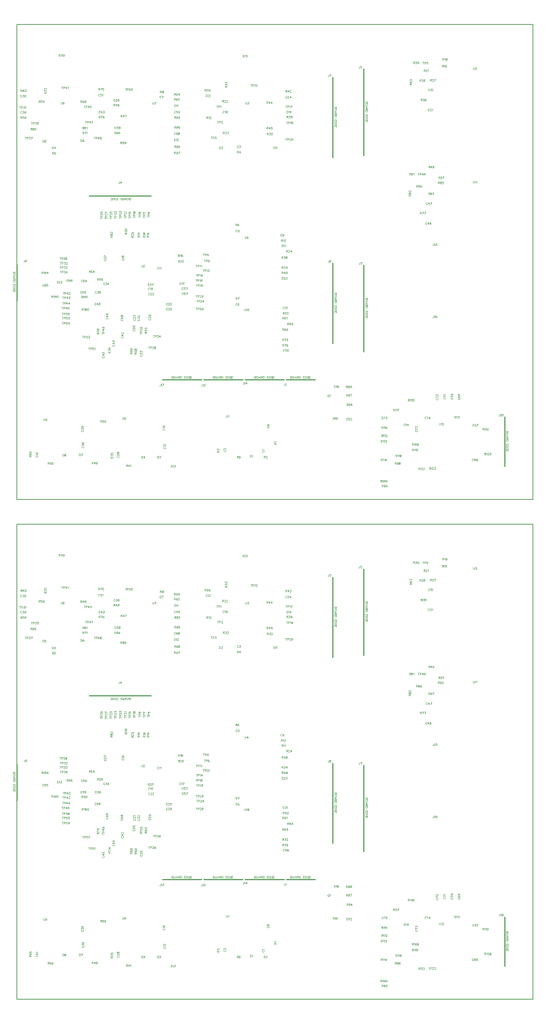
<source format=gbr>
G04 DipTrace 2.4.0.2*
%INTopAssy.gbr*%
%MOIN*%
%ADD10C,0.0098*%
%ADD11C,0.0055*%
%ADD12C,0.003*%
%FSLAX44Y44*%
G04*
G70*
G90*
G75*
G01*
%LNTopAssy*%
%LPD*%
X27150Y61165D2*
D10*
X29937D1*
X34642Y91256D2*
Y82878D1*
X31642Y90457D2*
Y82677D1*
X14035Y78969D2*
X8051D1*
X1030Y72335D2*
Y68791D1*
X34642Y72256D2*
Y63878D1*
X31642Y72457D2*
Y64677D1*
X19150Y61165D2*
X22937D1*
X23150D2*
X26937D1*
X15150D2*
X18937D1*
X48295Y57559D2*
Y52772D1*
X27150Y12760D2*
X29937D1*
X34642Y42850D2*
Y34472D1*
X31642Y42051D2*
Y34272D1*
X14035Y30563D2*
X8051D1*
X1030Y23929D2*
Y20386D1*
X34642Y23850D2*
Y15472D1*
X31642Y24051D2*
Y16272D1*
X19150Y12760D2*
X22937D1*
X23150D2*
X26937D1*
X15150D2*
X18937D1*
X48295Y9154D2*
Y4366D1*
X1043Y95567D2*
D11*
Y49567D1*
X51043D1*
Y95567D1*
X1043D1*
Y47161D2*
Y1161D1*
X51043D1*
Y47161D1*
X1043D1*
X24861Y54304D2*
D12*
X24842Y54295D1*
X24823Y54276D1*
X24813Y54257D1*
Y54218D1*
X24823Y54199D1*
X24842Y54180D1*
X24861Y54170D1*
X24890Y54161D1*
X24938D1*
X24966Y54170D1*
X24986Y54180D1*
X25005Y54199D1*
X25014Y54218D1*
Y54257D1*
X25005Y54276D1*
X24986Y54295D1*
X24966Y54304D1*
X24852Y54366D2*
X24842Y54385D1*
X24814Y54414D1*
X25014D1*
X21121Y54340D2*
X21102Y54331D1*
X21083Y54311D1*
X21073Y54292D1*
Y54254D1*
X21083Y54235D1*
X21102Y54216D1*
X21121Y54206D1*
X21150Y54197D1*
X21198D1*
X21226Y54206D1*
X21245Y54216D1*
X21264Y54235D1*
X21274Y54254D1*
Y54292D1*
X21264Y54311D1*
X21245Y54331D1*
X21226Y54340D1*
X21121Y54412D2*
X21112D1*
X21092Y54421D1*
X21083Y54431D1*
X21073Y54450D1*
Y54488D1*
X21083Y54507D1*
X21092Y54517D1*
X21112Y54526D1*
X21131D1*
X21150Y54517D1*
X21178Y54498D1*
X21274Y54402D1*
Y54536D1*
X22509Y83796D2*
X22500Y83815D1*
X22481Y83835D1*
X22462Y83844D1*
X22423D1*
X22404Y83835D1*
X22385Y83815D1*
X22375Y83796D1*
X22366Y83768D1*
Y83720D1*
X22375Y83691D1*
X22385Y83672D1*
X22404Y83653D1*
X22423Y83643D1*
X22462D1*
X22481Y83653D1*
X22500Y83672D1*
X22509Y83691D1*
X22590Y83844D2*
X22695D1*
X22638Y83767D1*
X22667D1*
X22686Y83758D1*
X22695Y83748D1*
X22705Y83720D1*
Y83701D1*
X22695Y83672D1*
X22676Y83653D1*
X22648Y83643D1*
X22619D1*
X22590Y83653D1*
X22581Y83662D1*
X22571Y83681D1*
X4583Y83678D2*
X4574Y83697D1*
X4555Y83716D1*
X4536Y83726D1*
X4497D1*
X4478Y83716D1*
X4459Y83697D1*
X4449Y83678D1*
X4440Y83649D1*
Y83601D1*
X4449Y83573D1*
X4459Y83554D1*
X4478Y83535D1*
X4497Y83525D1*
X4536D1*
X4555Y83535D1*
X4574Y83554D1*
X4583Y83573D1*
X4741Y83525D2*
Y83726D1*
X4645Y83592D1*
X4789D1*
X22391Y75639D2*
X22382Y75658D1*
X22362Y75677D1*
X22343Y75687D1*
X22305D1*
X22286Y75677D1*
X22267Y75658D1*
X22257Y75639D1*
X22248Y75610D1*
Y75562D1*
X22257Y75534D1*
X22267Y75514D1*
X22286Y75495D1*
X22305Y75486D1*
X22343D1*
X22362Y75495D1*
X22382Y75514D1*
X22391Y75534D1*
X22568Y75686D2*
X22472D1*
X22463Y75600D1*
X22472Y75610D1*
X22501Y75620D1*
X22529D1*
X22558Y75610D1*
X22577Y75591D1*
X22587Y75562D1*
Y75543D1*
X22577Y75514D1*
X22558Y75495D1*
X22529Y75486D1*
X22501D1*
X22472Y75495D1*
X22463Y75505D1*
X22453Y75524D1*
X22380Y68521D2*
X22371Y68540D1*
X22352Y68559D1*
X22333Y68568D1*
X22294D1*
X22275Y68559D1*
X22256Y68540D1*
X22246Y68521D1*
X22237Y68492D1*
Y68444D1*
X22246Y68415D1*
X22256Y68396D1*
X22275Y68377D1*
X22294Y68368D1*
X22333D1*
X22352Y68377D1*
X22371Y68396D1*
X22380Y68415D1*
X22557Y68540D2*
X22547Y68559D1*
X22519Y68568D1*
X22500D1*
X22471Y68559D1*
X22452Y68530D1*
X22442Y68482D1*
Y68435D1*
X22452Y68396D1*
X22471Y68377D1*
X22500Y68368D1*
X22509D1*
X22538Y68377D1*
X22557Y68396D1*
X22566Y68425D1*
Y68435D1*
X22557Y68463D1*
X22538Y68482D1*
X22509Y68492D1*
X22500D1*
X22471Y68482D1*
X22452Y68463D1*
X22442Y68435D1*
X15025Y88599D2*
X15016Y88618D1*
X14996Y88638D1*
X14977Y88647D1*
X14939D1*
X14920Y88638D1*
X14901Y88618D1*
X14891Y88599D1*
X14882Y88571D1*
Y88523D1*
X14891Y88494D1*
X14901Y88475D1*
X14920Y88456D1*
X14939Y88446D1*
X14977D1*
X14996Y88456D1*
X15016Y88475D1*
X15025Y88494D1*
X15125Y88446D2*
X15221Y88647D1*
X15087D1*
X25314Y56643D2*
X25295Y56634D1*
X25276Y56615D1*
X25266Y56596D1*
Y56557D1*
X25276Y56538D1*
X25295Y56519D1*
X25314Y56509D1*
X25343Y56500D1*
X25391D1*
X25419Y56509D1*
X25438Y56519D1*
X25457Y56538D1*
X25467Y56557D1*
Y56596D1*
X25457Y56615D1*
X25438Y56634D1*
X25419Y56643D1*
X25266Y56753D2*
X25276Y56724D1*
X25295Y56715D1*
X25314D1*
X25333Y56724D1*
X25343Y56743D1*
X25352Y56782D1*
X25362Y56810D1*
X25381Y56829D1*
X25400Y56839D1*
X25429D1*
X25448Y56829D1*
X25458Y56820D1*
X25467Y56791D1*
Y56753D1*
X25458Y56724D1*
X25448Y56715D1*
X25429Y56705D1*
X25400D1*
X25381Y56715D1*
X25362Y56734D1*
X25352Y56762D1*
X25343Y56801D1*
X25333Y56820D1*
X25314Y56829D1*
X25295D1*
X25276Y56820D1*
X25266Y56791D1*
Y56753D1*
X26731Y75218D2*
X26721Y75237D1*
X26702Y75256D1*
X26683Y75265D1*
X26645D1*
X26625Y75256D1*
X26606Y75237D1*
X26597Y75218D1*
X26587Y75189D1*
Y75141D1*
X26597Y75112D1*
X26606Y75093D1*
X26625Y75074D1*
X26645Y75064D1*
X26683D1*
X26702Y75074D1*
X26721Y75093D1*
X26731Y75112D1*
X26917Y75198D2*
X26907Y75170D1*
X26888Y75150D1*
X26859Y75141D1*
X26850D1*
X26821Y75150D1*
X26802Y75170D1*
X26792Y75198D1*
Y75208D1*
X26802Y75237D1*
X26821Y75256D1*
X26850Y75265D1*
X26859D1*
X26888Y75256D1*
X26907Y75237D1*
X26917Y75198D1*
Y75150D1*
X26907Y75103D1*
X26888Y75074D1*
X26859Y75064D1*
X26840D1*
X26812Y75074D1*
X26802Y75093D1*
X21136Y87162D2*
X21126Y87181D1*
X21107Y87201D1*
X21088Y87210D1*
X21050D1*
X21030Y87201D1*
X21011Y87181D1*
X21002Y87162D1*
X20992Y87134D1*
Y87086D1*
X21002Y87057D1*
X21011Y87038D1*
X21030Y87019D1*
X21050Y87009D1*
X21088D1*
X21107Y87019D1*
X21126Y87038D1*
X21136Y87057D1*
X21197Y87172D2*
X21217Y87181D1*
X21245Y87210D1*
Y87009D1*
X21365Y87210D2*
X21336Y87200D1*
X21317Y87172D1*
X21307Y87124D1*
Y87095D1*
X21317Y87048D1*
X21336Y87019D1*
X21365Y87009D1*
X21384D1*
X21412Y87019D1*
X21431Y87048D1*
X21441Y87095D1*
Y87124D1*
X21431Y87172D1*
X21412Y87200D1*
X21384Y87210D1*
X21365D1*
X21431Y87172D2*
X21317Y87048D1*
X14781Y72029D2*
X14771Y72048D1*
X14752Y72067D1*
X14733Y72076D1*
X14695D1*
X14676Y72067D1*
X14657Y72048D1*
X14647Y72029D1*
X14637Y72000D1*
Y71952D1*
X14647Y71923D1*
X14657Y71904D1*
X14676Y71885D1*
X14695Y71875D1*
X14733D1*
X14752Y71885D1*
X14771Y71904D1*
X14781Y71923D1*
X14843Y72038D2*
X14862Y72048D1*
X14891Y72076D1*
Y71875D1*
X14952Y72038D2*
X14972Y72048D1*
X15000Y72076D1*
Y71875D1*
X19482Y88737D2*
X19472Y88756D1*
X19453Y88776D1*
X19434Y88785D1*
X19396D1*
X19377Y88776D1*
X19358Y88756D1*
X19348Y88737D1*
X19339Y88709D1*
Y88661D1*
X19348Y88632D1*
X19358Y88613D1*
X19377Y88594D1*
X19396Y88584D1*
X19434D1*
X19453Y88594D1*
X19472Y88613D1*
X19482Y88632D1*
X19544Y88747D2*
X19563Y88756D1*
X19592Y88785D1*
Y88584D1*
X19663Y88737D2*
Y88747D1*
X19673Y88766D1*
X19682Y88775D1*
X19701Y88785D1*
X19740D1*
X19759Y88775D1*
X19768Y88766D1*
X19778Y88747D1*
Y88728D1*
X19768Y88708D1*
X19749Y88680D1*
X19653Y88584D1*
X19787D1*
X15304Y54624D2*
X15285Y54614D1*
X15266Y54595D1*
X15256Y54576D1*
Y54538D1*
X15266Y54519D1*
X15285Y54499D1*
X15304Y54490D1*
X15333Y54480D1*
X15381D1*
X15409Y54490D1*
X15429Y54499D1*
X15448Y54519D1*
X15457Y54538D1*
Y54576D1*
X15448Y54595D1*
X15429Y54614D1*
X15409Y54624D1*
X15295Y54685D2*
X15285Y54705D1*
X15257Y54733D1*
X15457D1*
X15257Y54814D2*
Y54919D1*
X15333Y54862D1*
Y54891D1*
X15343Y54910D1*
X15352Y54919D1*
X15381Y54929D1*
X15400D1*
X15429Y54919D1*
X15448Y54900D1*
X15457Y54872D1*
Y54843D1*
X15448Y54814D1*
X15438Y54805D1*
X15419Y54795D1*
X27312Y87143D2*
X27302Y87162D1*
X27283Y87181D1*
X27264Y87191D1*
X27226D1*
X27207Y87181D1*
X27188Y87162D1*
X27178Y87143D1*
X27168Y87114D1*
Y87066D1*
X27178Y87038D1*
X27188Y87018D1*
X27207Y86999D1*
X27226Y86990D1*
X27264D1*
X27283Y86999D1*
X27302Y87018D1*
X27312Y87038D1*
X27374Y87152D2*
X27393Y87162D1*
X27422Y87190D1*
Y86990D1*
X27579D2*
Y87190D1*
X27483Y87057D1*
X27627D1*
X41033Y89296D2*
X41024Y89315D1*
X41004Y89335D1*
X40985Y89344D1*
X40947D1*
X40928Y89335D1*
X40909Y89315D1*
X40899Y89296D1*
X40890Y89268D1*
Y89220D1*
X40899Y89191D1*
X40909Y89172D1*
X40928Y89153D1*
X40947Y89143D1*
X40985D1*
X41004Y89153D1*
X41024Y89172D1*
X41033Y89191D1*
X41095Y89306D2*
X41114Y89315D1*
X41143Y89344D1*
Y89143D1*
X41319Y89344D2*
X41224D1*
X41214Y89258D1*
X41224Y89267D1*
X41253Y89277D1*
X41281D1*
X41310Y89267D1*
X41329Y89248D1*
X41339Y89220D1*
Y89201D1*
X41329Y89172D1*
X41310Y89153D1*
X41281Y89143D1*
X41253D1*
X41224Y89153D1*
X41214Y89162D1*
X41205Y89181D1*
X15225Y56440D2*
X15206Y56430D1*
X15187Y56411D1*
X15178Y56392D1*
Y56354D1*
X15187Y56334D1*
X15206Y56315D1*
X15225Y56306D1*
X15254Y56296D1*
X15302D1*
X15331Y56306D1*
X15350Y56315D1*
X15369Y56334D1*
X15379Y56354D1*
Y56392D1*
X15369Y56411D1*
X15350Y56430D1*
X15331Y56440D1*
X15216Y56501D2*
X15206Y56521D1*
X15178Y56549D1*
X15379D1*
X15206Y56726D2*
X15187Y56716D1*
X15178Y56688D1*
Y56669D1*
X15187Y56640D1*
X15216Y56621D1*
X15264Y56611D1*
X15312D1*
X15350Y56621D1*
X15369Y56640D1*
X15379Y56669D1*
Y56678D1*
X15369Y56707D1*
X15350Y56726D1*
X15321Y56735D1*
X15312D1*
X15283Y56726D1*
X15264Y56707D1*
X15254Y56678D1*
Y56669D1*
X15264Y56640D1*
X15283Y56621D1*
X15312Y56611D1*
X16923Y70513D2*
X16913Y70532D1*
X16894Y70551D1*
X16875Y70561D1*
X16837D1*
X16818Y70551D1*
X16799Y70532D1*
X16789Y70513D1*
X16779Y70484D1*
Y70436D1*
X16789Y70408D1*
X16799Y70388D1*
X16818Y70369D1*
X16837Y70360D1*
X16875D1*
X16894Y70369D1*
X16913Y70388D1*
X16923Y70408D1*
X16985Y70522D2*
X17004Y70532D1*
X17033Y70560D1*
Y70360D1*
X17133D2*
X17228Y70560D1*
X17094D1*
X11251Y72872D2*
X11232Y72862D1*
X11213Y72843D1*
X11203Y72824D1*
Y72786D1*
X11213Y72767D1*
X11232Y72748D1*
X11251Y72738D1*
X11280Y72728D1*
X11328D1*
X11356Y72738D1*
X11375Y72748D1*
X11394Y72767D1*
X11404Y72786D1*
Y72824D1*
X11394Y72843D1*
X11375Y72862D1*
X11356Y72872D1*
X11242Y72934D2*
X11232Y72953D1*
X11203Y72982D1*
X11404D1*
X11203Y73091D2*
X11213Y73063D1*
X11232Y73053D1*
X11251D1*
X11270Y73063D1*
X11280Y73082D1*
X11289Y73120D1*
X11299Y73149D1*
X11318Y73168D1*
X11337Y73177D1*
X11366D1*
X11385Y73168D1*
X11395Y73158D1*
X11404Y73129D1*
Y73091D1*
X11395Y73063D1*
X11385Y73053D1*
X11366Y73043D1*
X11337D1*
X11318Y73053D1*
X11299Y73072D1*
X11289Y73101D1*
X11280Y73139D1*
X11270Y73158D1*
X11251Y73168D1*
X11232D1*
X11213Y73158D1*
X11203Y73129D1*
Y73091D1*
X13896Y70040D2*
X13887Y70059D1*
X13867Y70079D1*
X13848Y70088D1*
X13810D1*
X13791Y70079D1*
X13772Y70059D1*
X13762Y70040D1*
X13753Y70012D1*
Y69964D1*
X13762Y69935D1*
X13772Y69916D1*
X13791Y69897D1*
X13810Y69887D1*
X13848D1*
X13867Y69897D1*
X13887Y69916D1*
X13896Y69935D1*
X13958Y70050D2*
X13977Y70059D1*
X14006Y70088D1*
Y69887D1*
X14192Y70021D2*
X14182Y69992D1*
X14163Y69973D1*
X14135Y69964D1*
X14125D1*
X14096Y69973D1*
X14077Y69992D1*
X14068Y70021D1*
Y70031D1*
X14077Y70059D1*
X14096Y70078D1*
X14125Y70088D1*
X14135D1*
X14163Y70078D1*
X14182Y70059D1*
X14192Y70021D1*
Y69973D1*
X14182Y69925D1*
X14163Y69897D1*
X14135Y69887D1*
X14116D1*
X14087Y69897D1*
X14077Y69916D1*
X10796Y53774D2*
X10777Y53764D1*
X10758Y53745D1*
X10749Y53726D1*
Y53688D1*
X10758Y53668D1*
X10777Y53649D1*
X10796Y53640D1*
X10825Y53630D1*
X10873D1*
X10902Y53640D1*
X10921Y53649D1*
X10940Y53668D1*
X10950Y53688D1*
Y53726D1*
X10940Y53745D1*
X10921Y53764D1*
X10902Y53774D1*
X10797Y53845D2*
X10787D1*
X10768Y53855D1*
X10758Y53864D1*
X10749Y53883D1*
Y53922D1*
X10758Y53941D1*
X10768Y53950D1*
X10787Y53960D1*
X10806D1*
X10825Y53950D1*
X10854Y53931D1*
X10950Y53835D1*
Y53969D1*
X10749Y54089D2*
X10758Y54060D1*
X10787Y54041D1*
X10835Y54031D1*
X10864D1*
X10911Y54041D1*
X10940Y54060D1*
X10950Y54089D1*
Y54108D1*
X10940Y54136D1*
X10911Y54155D1*
X10864Y54165D1*
X10835D1*
X10787Y54155D1*
X10758Y54136D1*
X10749Y54108D1*
Y54089D1*
X10787Y54155D2*
X10911Y54041D1*
X41013Y87367D2*
X41004Y87386D1*
X40985Y87405D1*
X40966Y87415D1*
X40927D1*
X40908Y87405D1*
X40889Y87386D1*
X40880Y87367D1*
X40870Y87338D1*
Y87290D1*
X40880Y87262D1*
X40889Y87243D1*
X40908Y87224D1*
X40927Y87214D1*
X40966D1*
X40985Y87224D1*
X41004Y87243D1*
X41013Y87262D1*
X41085Y87367D2*
Y87376D1*
X41094Y87396D1*
X41104Y87405D1*
X41123Y87415D1*
X41161D1*
X41180Y87405D1*
X41190Y87396D1*
X41200Y87376D1*
Y87357D1*
X41190Y87338D1*
X41171Y87310D1*
X41075Y87214D1*
X41209D1*
X41271Y87376D2*
X41290Y87386D1*
X41319Y87415D1*
Y87214D1*
X13908Y69529D2*
X13898Y69548D1*
X13879Y69567D1*
X13860Y69576D1*
X13822D1*
X13802Y69567D1*
X13783Y69548D1*
X13774Y69529D1*
X13764Y69500D1*
Y69452D1*
X13774Y69423D1*
X13783Y69404D1*
X13802Y69385D1*
X13822Y69375D1*
X13860D1*
X13879Y69385D1*
X13898Y69404D1*
X13908Y69423D1*
X13979Y69528D2*
Y69538D1*
X13988Y69557D1*
X13998Y69567D1*
X14017Y69576D1*
X14055D1*
X14074Y69567D1*
X14084Y69557D1*
X14094Y69538D1*
Y69519D1*
X14084Y69500D1*
X14065Y69471D1*
X13969Y69375D1*
X14103D1*
X14175Y69528D2*
Y69538D1*
X14184Y69557D1*
X14194Y69567D1*
X14213Y69576D1*
X14251D1*
X14270Y69567D1*
X14280Y69557D1*
X14289Y69538D1*
Y69519D1*
X14280Y69500D1*
X14261Y69471D1*
X14165Y69375D1*
X14299D1*
X26845Y71044D2*
X26835Y71063D1*
X26816Y71083D1*
X26797Y71092D1*
X26759D1*
X26739Y71083D1*
X26720Y71063D1*
X26711Y71044D1*
X26701Y71016D1*
Y70968D1*
X26711Y70939D1*
X26720Y70920D1*
X26739Y70901D1*
X26759Y70891D1*
X26797D1*
X26816Y70901D1*
X26835Y70920D1*
X26845Y70939D1*
X26916Y71044D2*
Y71054D1*
X26926Y71073D1*
X26935Y71082D1*
X26954Y71092D1*
X26992D1*
X27012Y71082D1*
X27021Y71073D1*
X27031Y71054D1*
Y71035D1*
X27021Y71015D1*
X27002Y70987D1*
X26906Y70891D1*
X27040D1*
X27121Y71092D2*
X27226D1*
X27169Y71015D1*
X27198D1*
X27217Y71006D1*
X27226Y70996D1*
X27236Y70968D1*
Y70949D1*
X27226Y70920D1*
X27207Y70901D1*
X27178Y70891D1*
X27150D1*
X27121Y70901D1*
X27112Y70910D1*
X27102Y70929D1*
X27210Y88599D2*
X27200Y88618D1*
X27181Y88638D1*
X27162Y88647D1*
X27124D1*
X27105Y88638D1*
X27086Y88618D1*
X27076Y88599D1*
X27066Y88571D1*
Y88523D1*
X27076Y88494D1*
X27086Y88475D1*
X27105Y88456D1*
X27124Y88446D1*
X27162D1*
X27181Y88456D1*
X27200Y88475D1*
X27210Y88494D1*
X27281Y88599D2*
Y88609D1*
X27291Y88628D1*
X27300Y88637D1*
X27320Y88647D1*
X27358D1*
X27377Y88637D1*
X27386Y88628D1*
X27396Y88609D1*
Y88590D1*
X27386Y88571D1*
X27367Y88542D1*
X27272Y88446D1*
X27406D1*
X27563D2*
Y88647D1*
X27467Y88513D1*
X27611D1*
X15640Y68544D2*
X15630Y68563D1*
X15611Y68583D1*
X15592Y68592D1*
X15554D1*
X15535Y68583D1*
X15516Y68563D1*
X15506Y68544D1*
X15496Y68516D1*
Y68468D1*
X15506Y68439D1*
X15516Y68420D1*
X15535Y68401D1*
X15554Y68391D1*
X15592D1*
X15611Y68401D1*
X15630Y68420D1*
X15640Y68439D1*
X15711Y68544D2*
Y68554D1*
X15721Y68573D1*
X15730Y68582D1*
X15750Y68592D1*
X15788D1*
X15807Y68582D1*
X15816Y68573D1*
X15826Y68554D1*
Y68535D1*
X15816Y68515D1*
X15797Y68487D1*
X15702Y68391D1*
X15836D1*
X16012Y68592D2*
X15917D1*
X15907Y68506D1*
X15917Y68515D1*
X15945Y68525D1*
X15974D1*
X16003Y68515D1*
X16022Y68496D1*
X16031Y68468D1*
Y68449D1*
X16022Y68420D1*
X16003Y68401D1*
X15974Y68391D1*
X15945D1*
X15917Y68401D1*
X15907Y68410D1*
X15897Y68429D1*
X10562Y88285D2*
X10552Y88304D1*
X10533Y88323D1*
X10514Y88332D1*
X10476D1*
X10457Y88323D1*
X10438Y88304D1*
X10428Y88285D1*
X10418Y88256D1*
Y88208D1*
X10428Y88179D1*
X10438Y88160D1*
X10457Y88141D1*
X10476Y88131D1*
X10514D1*
X10533Y88141D1*
X10552Y88160D1*
X10562Y88179D1*
X10633Y88284D2*
Y88294D1*
X10643Y88313D1*
X10652Y88323D1*
X10672Y88332D1*
X10710D1*
X10729Y88323D1*
X10738Y88313D1*
X10748Y88294D1*
Y88275D1*
X10738Y88256D1*
X10719Y88227D1*
X10624Y88131D1*
X10758D1*
X10934Y88304D2*
X10925Y88323D1*
X10896Y88332D1*
X10877D1*
X10848Y88323D1*
X10829Y88294D1*
X10819Y88246D1*
Y88198D1*
X10829Y88160D1*
X10848Y88141D1*
X10877Y88131D1*
X10886D1*
X10915Y88141D1*
X10934Y88160D1*
X10944Y88189D1*
Y88198D1*
X10934Y88227D1*
X10915Y88246D1*
X10886Y88256D1*
X10877D1*
X10848Y88246D1*
X10829Y88227D1*
X10819Y88198D1*
X9538Y72817D2*
X9519Y72807D1*
X9500Y72788D1*
X9491Y72769D1*
Y72731D1*
X9500Y72712D1*
X9519Y72693D1*
X9538Y72683D1*
X9567Y72673D1*
X9615D1*
X9644Y72683D1*
X9663Y72693D1*
X9682Y72712D1*
X9692Y72731D1*
Y72769D1*
X9682Y72788D1*
X9663Y72807D1*
X9644Y72817D1*
X9539Y72888D2*
X9529D1*
X9510Y72898D1*
X9500Y72907D1*
X9491Y72927D1*
Y72965D1*
X9500Y72984D1*
X9510Y72993D1*
X9529Y73003D1*
X9548D1*
X9567Y72993D1*
X9596Y72974D1*
X9692Y72879D1*
Y73013D1*
Y73113D2*
X9491Y73208D1*
Y73074D1*
X15640Y68072D2*
X15630Y68091D1*
X15611Y68110D1*
X15592Y68120D1*
X15554D1*
X15535Y68110D1*
X15516Y68091D1*
X15506Y68072D1*
X15496Y68043D1*
Y67995D1*
X15506Y67967D1*
X15516Y67947D1*
X15535Y67928D1*
X15554Y67919D1*
X15592D1*
X15611Y67928D1*
X15630Y67947D1*
X15640Y67967D1*
X15711Y68072D2*
Y68081D1*
X15721Y68100D1*
X15730Y68110D1*
X15750Y68119D1*
X15788D1*
X15807Y68110D1*
X15816Y68100D1*
X15826Y68081D1*
Y68062D1*
X15816Y68043D1*
X15797Y68014D1*
X15702Y67919D1*
X15836D1*
X15945Y68119D2*
X15917Y68110D1*
X15907Y68091D1*
Y68072D1*
X15917Y68053D1*
X15936Y68043D1*
X15974Y68033D1*
X16003Y68024D1*
X16022Y68005D1*
X16031Y67986D1*
Y67957D1*
X16022Y67938D1*
X16012Y67928D1*
X15983Y67919D1*
X15945D1*
X15917Y67928D1*
X15907Y67938D1*
X15897Y67957D1*
Y67986D1*
X15907Y68005D1*
X15926Y68024D1*
X15955Y68033D1*
X15993Y68043D1*
X16012Y68053D1*
X16022Y68072D1*
Y68091D1*
X16012Y68110D1*
X15983Y68119D1*
X15945D1*
X13865Y67097D2*
X13846Y67088D1*
X13827Y67069D1*
X13817Y67050D1*
Y67011D1*
X13827Y66992D1*
X13846Y66973D1*
X13865Y66963D1*
X13894Y66954D1*
X13942D1*
X13970Y66963D1*
X13990Y66973D1*
X14009Y66992D1*
X14018Y67011D1*
Y67050D1*
X14009Y67069D1*
X13990Y67088D1*
X13970Y67097D1*
X13865Y67169D2*
X13856D1*
X13837Y67178D1*
X13827Y67188D1*
X13818Y67207D1*
Y67245D1*
X13827Y67264D1*
X13837Y67274D1*
X13856Y67284D1*
X13875D1*
X13894Y67274D1*
X13923Y67255D1*
X14018Y67159D1*
Y67293D1*
X13884Y67479D2*
X13913Y67470D1*
X13932Y67451D1*
X13942Y67422D1*
Y67412D1*
X13932Y67384D1*
X13913Y67365D1*
X13884Y67355D1*
X13875D1*
X13846Y67365D1*
X13827Y67384D1*
X13818Y67412D1*
Y67422D1*
X13827Y67451D1*
X13846Y67470D1*
X13884Y67479D1*
X13932D1*
X13980Y67470D1*
X14009Y67451D1*
X14018Y67422D1*
Y67403D1*
X14009Y67374D1*
X13990Y67365D1*
X1518Y87123D2*
X1508Y87142D1*
X1489Y87161D1*
X1470Y87171D1*
X1432D1*
X1413Y87161D1*
X1393Y87142D1*
X1384Y87123D1*
X1374Y87094D1*
Y87046D1*
X1384Y87018D1*
X1393Y86999D1*
X1413Y86980D1*
X1432Y86970D1*
X1470D1*
X1489Y86980D1*
X1508Y86999D1*
X1518Y87018D1*
X1599Y87171D2*
X1704D1*
X1646Y87094D1*
X1675D1*
X1694Y87085D1*
X1704Y87075D1*
X1713Y87046D1*
Y87027D1*
X1704Y86999D1*
X1685Y86979D1*
X1656Y86970D1*
X1627D1*
X1599Y86979D1*
X1589Y86989D1*
X1579Y87008D1*
X1833Y87171D2*
X1804Y87161D1*
X1785Y87132D1*
X1775Y87085D1*
Y87056D1*
X1785Y87008D1*
X1804Y86979D1*
X1833Y86970D1*
X1852D1*
X1880Y86979D1*
X1899Y87008D1*
X1909Y87056D1*
Y87085D1*
X1899Y87132D1*
X1880Y87161D1*
X1852Y87171D1*
X1833D1*
X1899Y87132D2*
X1785Y87008D1*
X26947Y68186D2*
X26937Y68205D1*
X26918Y68224D1*
X26899Y68234D1*
X26861D1*
X26841Y68224D1*
X26822Y68205D1*
X26813Y68186D1*
X26803Y68157D1*
Y68109D1*
X26813Y68081D1*
X26822Y68062D1*
X26841Y68043D1*
X26861Y68033D1*
X26899D1*
X26918Y68043D1*
X26937Y68062D1*
X26947Y68081D1*
X27028Y68234D2*
X27133D1*
X27075Y68157D1*
X27104D1*
X27123Y68148D1*
X27133Y68138D1*
X27142Y68109D1*
Y68090D1*
X27133Y68062D1*
X27114Y68042D1*
X27085Y68033D1*
X27056D1*
X27028Y68042D1*
X27018Y68052D1*
X27008Y68071D1*
X27204Y68195D2*
X27223Y68205D1*
X27252Y68234D1*
Y68033D1*
X12782Y67014D2*
X12763Y67004D1*
X12744Y66985D1*
X12735Y66966D1*
Y66928D1*
X12744Y66909D1*
X12763Y66890D1*
X12782Y66880D1*
X12811Y66870D1*
X12859D1*
X12888Y66880D1*
X12907Y66890D1*
X12926Y66909D1*
X12936Y66928D1*
Y66966D1*
X12926Y66985D1*
X12907Y67004D1*
X12888Y67014D1*
X12735Y67095D2*
Y67200D1*
X12811Y67143D1*
Y67171D1*
X12821Y67190D1*
X12830Y67200D1*
X12859Y67210D1*
X12878D1*
X12907Y67200D1*
X12926Y67181D1*
X12936Y67152D1*
Y67123D1*
X12926Y67095D1*
X12916Y67085D1*
X12897Y67076D1*
X12783Y67281D2*
X12773D1*
X12754Y67291D1*
X12744Y67300D1*
X12735Y67319D1*
Y67358D1*
X12744Y67377D1*
X12754Y67386D1*
X12773Y67396D1*
X12792D1*
X12811Y67386D1*
X12840Y67367D1*
X12936Y67271D1*
Y67405D1*
X13019Y63569D2*
X13000Y63559D1*
X12980Y63540D1*
X12971Y63521D1*
Y63483D1*
X12980Y63464D1*
X13000Y63445D1*
X13019Y63435D1*
X13047Y63425D1*
X13095D1*
X13124Y63435D1*
X13143Y63445D1*
X13162Y63464D1*
X13172Y63483D1*
Y63521D1*
X13162Y63540D1*
X13143Y63559D1*
X13124Y63569D1*
X12971Y63650D2*
Y63755D1*
X13048Y63698D1*
Y63726D1*
X13057Y63745D1*
X13067Y63755D1*
X13095Y63765D1*
X13114D1*
X13143Y63755D1*
X13162Y63736D1*
X13172Y63707D1*
Y63678D1*
X13162Y63650D1*
X13153Y63640D1*
X13134Y63631D1*
X12971Y63846D2*
Y63951D1*
X13048Y63893D1*
Y63922D1*
X13057Y63941D1*
X13067Y63951D1*
X13095Y63960D1*
X13114D1*
X13143Y63951D1*
X13162Y63932D1*
X13172Y63903D1*
Y63874D1*
X13162Y63846D1*
X13153Y63836D1*
X13134Y63826D1*
X9552Y70513D2*
X9543Y70532D1*
X9524Y70551D1*
X9505Y70561D1*
X9466D1*
X9447Y70551D1*
X9428Y70532D1*
X9418Y70513D1*
X9409Y70484D1*
Y70436D1*
X9418Y70408D1*
X9428Y70388D1*
X9447Y70369D1*
X9466Y70360D1*
X9505D1*
X9524Y70369D1*
X9543Y70388D1*
X9552Y70408D1*
X9633Y70560D2*
X9738D1*
X9681Y70484D1*
X9710D1*
X9729Y70474D1*
X9738Y70465D1*
X9748Y70436D1*
Y70417D1*
X9738Y70388D1*
X9719Y70369D1*
X9691Y70360D1*
X9662D1*
X9633Y70369D1*
X9624Y70379D1*
X9614Y70398D1*
X9906Y70360D2*
Y70560D1*
X9810Y70427D1*
X9953D1*
X7379Y54719D2*
X7360Y54709D1*
X7341Y54690D1*
X7331Y54671D1*
Y54633D1*
X7341Y54613D1*
X7360Y54594D1*
X7379Y54585D1*
X7408Y54575D1*
X7456D1*
X7484Y54585D1*
X7503Y54594D1*
X7522Y54613D1*
X7532Y54633D1*
Y54671D1*
X7522Y54690D1*
X7503Y54709D1*
X7484Y54719D1*
X7331Y54800D2*
Y54905D1*
X7408Y54847D1*
Y54876D1*
X7417Y54895D1*
X7427Y54905D1*
X7456Y54914D1*
X7475D1*
X7503Y54905D1*
X7523Y54886D1*
X7532Y54857D1*
Y54828D1*
X7523Y54800D1*
X7513Y54790D1*
X7494Y54780D1*
X7331Y55091D2*
Y54995D1*
X7417Y54986D1*
X7408Y54995D1*
X7398Y55024D1*
Y55053D1*
X7408Y55081D1*
X7427Y55100D1*
X7456Y55110D1*
X7475D1*
X7503Y55100D1*
X7523Y55081D1*
X7532Y55053D1*
Y55024D1*
X7523Y54995D1*
X7513Y54986D1*
X7494Y54976D1*
X1523Y88698D2*
X1513Y88717D1*
X1494Y88736D1*
X1475Y88746D1*
X1437D1*
X1417Y88736D1*
X1398Y88717D1*
X1389Y88698D1*
X1379Y88669D1*
Y88621D1*
X1389Y88593D1*
X1398Y88573D1*
X1417Y88554D1*
X1437Y88545D1*
X1475D1*
X1494Y88554D1*
X1513Y88573D1*
X1523Y88593D1*
X1604Y88745D2*
X1709D1*
X1651Y88669D1*
X1680D1*
X1699Y88659D1*
X1709Y88650D1*
X1718Y88621D1*
Y88602D1*
X1709Y88573D1*
X1690Y88554D1*
X1661Y88545D1*
X1632D1*
X1604Y88554D1*
X1594Y88564D1*
X1584Y88583D1*
X1895Y88717D2*
X1885Y88736D1*
X1857Y88745D1*
X1838D1*
X1809Y88736D1*
X1790Y88707D1*
X1780Y88659D1*
Y88612D1*
X1790Y88573D1*
X1809Y88554D1*
X1838Y88545D1*
X1847D1*
X1876Y88554D1*
X1895Y88573D1*
X1904Y88602D1*
Y88612D1*
X1895Y88640D1*
X1876Y88659D1*
X1847Y88669D1*
X1838D1*
X1809Y88659D1*
X1790Y88640D1*
X1780Y88612D1*
X12389Y67033D2*
X12370Y67024D1*
X12350Y67005D1*
X12341Y66986D1*
Y66947D1*
X12350Y66928D1*
X12370Y66909D1*
X12389Y66900D1*
X12417Y66890D1*
X12465D1*
X12494Y66900D1*
X12513Y66909D1*
X12532Y66928D1*
X12542Y66947D1*
Y66986D1*
X12532Y67005D1*
X12513Y67024D1*
X12494Y67033D1*
X12341Y67114D2*
Y67219D1*
X12418Y67162D1*
Y67191D1*
X12427Y67210D1*
X12437Y67219D1*
X12465Y67229D1*
X12484D1*
X12513Y67219D1*
X12532Y67200D1*
X12542Y67172D1*
Y67143D1*
X12532Y67114D1*
X12523Y67105D1*
X12504Y67095D1*
X12542Y67329D2*
X12341Y67425D1*
Y67291D1*
X8750Y69686D2*
X8741Y69705D1*
X8721Y69724D1*
X8702Y69734D1*
X8664D1*
X8645Y69724D1*
X8626Y69705D1*
X8616Y69686D1*
X8607Y69657D1*
Y69609D1*
X8616Y69581D1*
X8626Y69562D1*
X8645Y69543D1*
X8664Y69533D1*
X8702D1*
X8721Y69543D1*
X8741Y69562D1*
X8750Y69581D1*
X8831Y69734D2*
X8936D1*
X8879Y69657D1*
X8908D1*
X8927Y69648D1*
X8936Y69638D1*
X8946Y69609D1*
Y69590D1*
X8936Y69562D1*
X8917Y69542D1*
X8888Y69533D1*
X8860D1*
X8831Y69542D1*
X8822Y69552D1*
X8812Y69571D1*
X9055Y69734D2*
X9027Y69724D1*
X9017Y69705D1*
Y69686D1*
X9027Y69667D1*
X9046Y69657D1*
X9084Y69648D1*
X9113Y69638D1*
X9132Y69619D1*
X9141Y69600D1*
Y69571D1*
X9132Y69552D1*
X9122Y69542D1*
X9094Y69533D1*
X9055D1*
X9027Y69542D1*
X9017Y69552D1*
X9008Y69571D1*
Y69600D1*
X9017Y69619D1*
X9036Y69638D1*
X9065Y69648D1*
X9103Y69657D1*
X9122Y69667D1*
X9132Y69686D1*
Y69705D1*
X9122Y69724D1*
X9094Y69734D1*
X9055D1*
X7340Y56278D2*
X7321Y56269D1*
X7301Y56250D1*
X7292Y56231D1*
Y56192D1*
X7301Y56173D1*
X7321Y56154D1*
X7340Y56144D1*
X7368Y56135D1*
X7416D1*
X7445Y56144D1*
X7464Y56154D1*
X7483Y56173D1*
X7493Y56192D1*
Y56231D1*
X7483Y56250D1*
X7464Y56269D1*
X7445Y56278D1*
X7292Y56359D2*
Y56464D1*
X7369Y56407D1*
Y56436D1*
X7378Y56455D1*
X7388Y56464D1*
X7416Y56474D1*
X7435D1*
X7464Y56464D1*
X7483Y56445D1*
X7493Y56417D1*
Y56388D1*
X7483Y56359D1*
X7474Y56350D1*
X7455Y56340D1*
X7359Y56660D2*
X7388Y56651D1*
X7407Y56632D1*
X7416Y56603D1*
Y56593D1*
X7407Y56565D1*
X7388Y56546D1*
X7359Y56536D1*
X7349D1*
X7321Y56546D1*
X7302Y56565D1*
X7292Y56593D1*
Y56603D1*
X7302Y56632D1*
X7321Y56651D1*
X7359Y56660D1*
X7407D1*
X7455Y56651D1*
X7483Y56632D1*
X7493Y56603D1*
Y56584D1*
X7483Y56555D1*
X7464Y56546D1*
X11149Y67029D2*
X11130Y67019D1*
X11110Y67000D1*
X11101Y66981D1*
Y66943D1*
X11110Y66924D1*
X11130Y66904D1*
X11149Y66895D1*
X11177Y66885D1*
X11225D1*
X11254Y66895D1*
X11273Y66904D1*
X11292Y66924D1*
X11302Y66943D1*
Y66981D1*
X11292Y67000D1*
X11273Y67019D1*
X11254Y67029D1*
X11302Y67186D2*
X11101D1*
X11235Y67090D1*
Y67234D1*
X11101Y67353D2*
X11111Y67324D1*
X11139Y67305D1*
X11187Y67296D1*
X11216D1*
X11264Y67305D1*
X11292Y67324D1*
X11302Y67353D1*
Y67372D1*
X11292Y67401D1*
X11264Y67420D1*
X11216Y67430D1*
X11187D1*
X11139Y67420D1*
X11111Y67401D1*
X11101Y67372D1*
Y67353D1*
X11139Y67420D2*
X11264Y67305D1*
X2910Y53832D2*
X2891Y53822D1*
X2872Y53803D1*
X2863Y53784D1*
Y53746D1*
X2872Y53726D1*
X2891Y53707D1*
X2910Y53698D1*
X2939Y53688D1*
X2987D1*
X3016Y53698D1*
X3035Y53707D1*
X3054Y53726D1*
X3064Y53746D1*
Y53784D1*
X3054Y53803D1*
X3035Y53822D1*
X3016Y53832D1*
X3064Y53989D2*
X2863D1*
X2997Y53893D1*
Y54037D1*
X2901Y54099D2*
X2891Y54118D1*
X2863Y54147D1*
X3064D1*
X11208Y65356D2*
X11189Y65346D1*
X11169Y65327D1*
X11160Y65308D1*
Y65270D1*
X11169Y65250D1*
X11189Y65231D1*
X11208Y65222D1*
X11236Y65212D1*
X11284D1*
X11313Y65222D1*
X11332Y65231D1*
X11351Y65250D1*
X11361Y65270D1*
Y65308D1*
X11351Y65327D1*
X11332Y65346D1*
X11313Y65356D1*
X11361Y65513D2*
X11160D1*
X11294Y65417D1*
Y65561D1*
X11208Y65632D2*
X11198D1*
X11179Y65642D1*
X11170Y65651D1*
X11160Y65670D1*
Y65709D1*
X11170Y65728D1*
X11179Y65737D1*
X11198Y65747D1*
X11217D1*
X11237Y65737D1*
X11265Y65718D1*
X11361Y65623D1*
Y65756D1*
X9111Y87143D2*
X9102Y87162D1*
X9083Y87181D1*
X9064Y87191D1*
X9025D1*
X9006Y87181D1*
X8987Y87162D1*
X8977Y87143D1*
X8968Y87114D1*
Y87066D1*
X8977Y87038D1*
X8987Y87018D1*
X9006Y86999D1*
X9025Y86990D1*
X9064D1*
X9083Y86999D1*
X9102Y87018D1*
X9111Y87038D1*
X9269Y86990D2*
Y87190D1*
X9173Y87057D1*
X9317D1*
X9398Y87190D2*
X9503D1*
X9445Y87114D1*
X9474D1*
X9493Y87104D1*
X9503Y87095D1*
X9512Y87066D1*
Y87047D1*
X9503Y87018D1*
X9484Y86999D1*
X9455Y86990D1*
X9426D1*
X9398Y86999D1*
X9388Y87009D1*
X9378Y87028D1*
X10341Y64563D2*
X10322Y64554D1*
X10303Y64535D1*
X10294Y64516D1*
Y64477D1*
X10303Y64458D1*
X10322Y64439D1*
X10341Y64429D1*
X10370Y64420D1*
X10418D1*
X10447Y64429D1*
X10466Y64439D1*
X10485Y64458D1*
X10495Y64477D1*
Y64516D1*
X10485Y64535D1*
X10466Y64554D1*
X10447Y64563D1*
X10495Y64721D2*
X10294D1*
X10428Y64625D1*
Y64769D1*
X10495Y64926D2*
X10294D1*
X10428Y64830D1*
Y64974D1*
X9357Y63446D2*
X9338Y63437D1*
X9319Y63417D1*
X9309Y63398D1*
Y63360D1*
X9319Y63341D1*
X9338Y63322D1*
X9357Y63312D1*
X9386Y63303D1*
X9434D1*
X9462Y63312D1*
X9482Y63322D1*
X9501Y63341D1*
X9510Y63360D1*
Y63398D1*
X9501Y63417D1*
X9482Y63437D1*
X9462Y63446D1*
X9510Y63604D2*
X9310D1*
X9443Y63508D1*
Y63651D1*
X9310Y63828D2*
Y63732D1*
X9396Y63723D1*
X9386Y63732D1*
X9376Y63761D1*
Y63790D1*
X9386Y63818D1*
X9405Y63838D1*
X9434Y63847D1*
X9453D1*
X9482Y63838D1*
X9501Y63818D1*
X9510Y63790D1*
Y63761D1*
X9501Y63732D1*
X9491Y63723D1*
X9472Y63713D1*
X8730Y68564D2*
X8721Y68583D1*
X8702Y68602D1*
X8683Y68612D1*
X8644D1*
X8625Y68602D1*
X8606Y68583D1*
X8596Y68564D1*
X8587Y68535D1*
Y68487D1*
X8596Y68459D1*
X8606Y68440D1*
X8625Y68421D1*
X8644Y68411D1*
X8683D1*
X8702Y68421D1*
X8721Y68440D1*
X8730Y68459D1*
X8888Y68411D2*
Y68612D1*
X8792Y68478D1*
X8936D1*
X9112Y68583D2*
X9103Y68602D1*
X9074Y68612D1*
X9055D1*
X9026Y68602D1*
X9007Y68573D1*
X8997Y68526D1*
Y68478D1*
X9007Y68440D1*
X9026Y68420D1*
X9055Y68411D1*
X9064D1*
X9093Y68420D1*
X9112Y68440D1*
X9122Y68468D1*
Y68478D1*
X9112Y68507D1*
X9093Y68526D1*
X9064Y68535D1*
X9055D1*
X9026Y68526D1*
X9007Y68507D1*
X8997Y68478D1*
X40828Y78277D2*
X40818Y78296D1*
X40799Y78315D1*
X40780Y78324D1*
X40742D1*
X40723Y78315D1*
X40704Y78296D1*
X40694Y78277D1*
X40684Y78248D1*
Y78200D1*
X40694Y78171D1*
X40704Y78152D1*
X40723Y78133D1*
X40742Y78123D1*
X40780D1*
X40799Y78133D1*
X40818Y78152D1*
X40828Y78171D1*
X40985Y78123D2*
Y78324D1*
X40890Y78190D1*
X41033D1*
X41133Y78123D2*
X41229Y78324D1*
X41095D1*
X40769Y76367D2*
X40759Y76386D1*
X40740Y76405D1*
X40721Y76415D1*
X40683D1*
X40664Y76405D1*
X40645Y76386D1*
X40635Y76367D1*
X40626Y76338D1*
Y76290D1*
X40635Y76262D1*
X40645Y76243D1*
X40664Y76224D1*
X40683Y76214D1*
X40721D1*
X40740Y76224D1*
X40759Y76243D1*
X40769Y76262D1*
X40926Y76214D2*
Y76415D1*
X40831Y76281D1*
X40974D1*
X41084Y76415D2*
X41055Y76405D1*
X41046Y76386D1*
Y76367D1*
X41055Y76348D1*
X41074Y76338D1*
X41112Y76329D1*
X41141Y76319D1*
X41160Y76300D1*
X41170Y76281D1*
Y76252D1*
X41160Y76233D1*
X41151Y76223D1*
X41122Y76214D1*
X41084D1*
X41055Y76223D1*
X41046Y76233D1*
X41036Y76252D1*
Y76281D1*
X41046Y76300D1*
X41065Y76319D1*
X41093Y76329D1*
X41132Y76338D1*
X41151Y76348D1*
X41160Y76367D1*
Y76386D1*
X41151Y76405D1*
X41122Y76415D1*
X41084D1*
X9712Y67191D2*
X9693Y67181D1*
X9673Y67162D1*
X9664Y67143D1*
Y67105D1*
X9673Y67086D1*
X9693Y67067D1*
X9712Y67057D1*
X9740Y67047D1*
X9788D1*
X9817Y67057D1*
X9836Y67067D1*
X9855Y67086D1*
X9865Y67105D1*
Y67143D1*
X9855Y67162D1*
X9836Y67181D1*
X9817Y67191D1*
X9865Y67348D2*
X9664D1*
X9798Y67253D1*
Y67396D1*
X9731Y67582D2*
X9760Y67573D1*
X9779Y67554D1*
X9788Y67525D1*
Y67515D1*
X9779Y67487D1*
X9760Y67468D1*
X9731Y67458D1*
X9721D1*
X9693Y67468D1*
X9674Y67487D1*
X9664Y67515D1*
Y67525D1*
X9674Y67554D1*
X9693Y67573D1*
X9731Y67582D1*
X9779D1*
X9827Y67573D1*
X9855Y67554D1*
X9865Y67525D1*
Y67506D1*
X9855Y67477D1*
X9836Y67468D1*
X26963Y64072D2*
X26953Y64091D1*
X26934Y64110D1*
X26915Y64120D1*
X26877D1*
X26857Y64110D1*
X26838Y64091D1*
X26829Y64072D1*
X26819Y64043D1*
Y63995D1*
X26829Y63967D1*
X26838Y63947D1*
X26857Y63928D1*
X26877Y63919D1*
X26915D1*
X26934Y63928D1*
X26953Y63947D1*
X26963Y63967D1*
X27139Y64119D2*
X27044D1*
X27034Y64033D1*
X27044Y64043D1*
X27072Y64053D1*
X27101D1*
X27130Y64043D1*
X27149Y64024D1*
X27158Y63995D1*
Y63976D1*
X27149Y63947D1*
X27130Y63928D1*
X27101Y63919D1*
X27072D1*
X27044Y63928D1*
X27034Y63938D1*
X27024Y63957D1*
X27278Y64119D2*
X27249Y64110D1*
X27230Y64081D1*
X27220Y64033D1*
Y64005D1*
X27230Y63957D1*
X27249Y63928D1*
X27278Y63919D1*
X27297D1*
X27325Y63928D1*
X27344Y63957D1*
X27354Y64005D1*
Y64033D1*
X27344Y64081D1*
X27325Y64110D1*
X27297Y64119D1*
X27278D1*
X27344Y64081D2*
X27230Y63957D1*
X9061Y88777D2*
X9051Y88796D1*
X9032Y88815D1*
X9013Y88824D1*
X8975D1*
X8956Y88815D1*
X8936Y88796D1*
X8927Y88777D1*
X8917Y88748D1*
Y88700D1*
X8927Y88671D1*
X8936Y88652D1*
X8956Y88633D1*
X8975Y88623D1*
X9013D1*
X9032Y88633D1*
X9051Y88652D1*
X9061Y88671D1*
X9237Y88824D2*
X9142D1*
X9132Y88738D1*
X9142Y88748D1*
X9170Y88757D1*
X9199D1*
X9228Y88748D1*
X9247Y88729D1*
X9256Y88700D1*
Y88681D1*
X9247Y88652D1*
X9228Y88633D1*
X9199Y88623D1*
X9170D1*
X9142Y88633D1*
X9132Y88643D1*
X9122Y88662D1*
X9318Y88786D2*
X9337Y88796D1*
X9366Y88824D1*
Y88623D1*
X33104Y57410D2*
X33095Y57430D1*
X33076Y57449D1*
X33057Y57458D1*
X33018D1*
X32999Y57449D1*
X32980Y57430D1*
X32970Y57410D1*
X32961Y57382D1*
Y57334D1*
X32970Y57305D1*
X32980Y57286D1*
X32999Y57267D1*
X33018Y57257D1*
X33057D1*
X33076Y57267D1*
X33095Y57286D1*
X33104Y57305D1*
X33281Y57458D2*
X33185D1*
X33176Y57372D1*
X33185Y57382D1*
X33214Y57391D1*
X33243D1*
X33271Y57382D1*
X33291Y57363D1*
X33300Y57334D1*
Y57315D1*
X33291Y57286D1*
X33271Y57267D1*
X33243Y57257D1*
X33214D1*
X33185Y57267D1*
X33176Y57277D1*
X33166Y57296D1*
X33372Y57410D2*
Y57420D1*
X33381Y57439D1*
X33391Y57449D1*
X33410Y57458D1*
X33448D1*
X33467Y57449D1*
X33477Y57439D1*
X33486Y57420D1*
Y57401D1*
X33477Y57382D1*
X33458Y57353D1*
X33362Y57257D1*
X33496D1*
X17156Y70060D2*
X17146Y70079D1*
X17127Y70098D1*
X17108Y70108D1*
X17070D1*
X17050Y70098D1*
X17031Y70079D1*
X17022Y70060D1*
X17012Y70031D1*
Y69983D1*
X17022Y69955D1*
X17031Y69936D1*
X17050Y69917D1*
X17070Y69907D1*
X17108D1*
X17127Y69917D1*
X17146Y69936D1*
X17156Y69955D1*
X17332Y70108D2*
X17237D1*
X17227Y70022D1*
X17237Y70031D1*
X17265Y70041D1*
X17294D1*
X17323Y70031D1*
X17342Y70012D1*
X17351Y69983D1*
Y69964D1*
X17342Y69936D1*
X17323Y69916D1*
X17294Y69907D1*
X17265D1*
X17237Y69916D1*
X17227Y69926D1*
X17217Y69945D1*
X17432Y70108D2*
X17537D1*
X17480Y70031D1*
X17509D1*
X17528Y70022D1*
X17537Y70012D1*
X17547Y69983D1*
Y69964D1*
X17537Y69936D1*
X17518Y69916D1*
X17490Y69907D1*
X17461D1*
X17432Y69916D1*
X17423Y69926D1*
X17413Y69945D1*
X7407Y70788D2*
X7397Y70807D1*
X7378Y70827D1*
X7359Y70836D1*
X7321D1*
X7301Y70827D1*
X7282Y70807D1*
X7273Y70788D1*
X7263Y70760D1*
Y70712D1*
X7273Y70683D1*
X7282Y70664D1*
X7301Y70645D1*
X7321Y70635D1*
X7359D1*
X7378Y70645D1*
X7397Y70664D1*
X7407Y70683D1*
X7583Y70836D2*
X7488D1*
X7478Y70750D1*
X7488Y70759D1*
X7516Y70769D1*
X7545D1*
X7574Y70759D1*
X7593Y70740D1*
X7602Y70712D1*
Y70693D1*
X7593Y70664D1*
X7574Y70645D1*
X7545Y70635D1*
X7516D1*
X7488Y70645D1*
X7478Y70654D1*
X7468Y70673D1*
X7760Y70635D2*
Y70836D1*
X7664Y70702D1*
X7808D1*
X12330Y66030D2*
X12311Y66020D1*
X12291Y66001D1*
X12282Y65982D1*
Y65944D1*
X12291Y65924D1*
X12311Y65905D1*
X12330Y65896D1*
X12358Y65886D1*
X12406D1*
X12435Y65896D1*
X12454Y65905D1*
X12473Y65924D1*
X12483Y65944D1*
Y65982D1*
X12473Y66001D1*
X12454Y66020D1*
X12435Y66030D1*
X12282Y66206D2*
Y66111D1*
X12368Y66101D1*
X12359Y66111D1*
X12349Y66139D1*
Y66168D1*
X12359Y66197D1*
X12378Y66216D1*
X12406Y66225D1*
X12425D1*
X12454Y66216D1*
X12473Y66197D1*
X12483Y66168D1*
Y66139D1*
X12473Y66111D1*
X12464Y66101D1*
X12445Y66091D1*
X12282Y66402D2*
Y66306D1*
X12368Y66297D1*
X12359Y66306D1*
X12349Y66335D1*
Y66364D1*
X12359Y66392D1*
X12378Y66412D1*
X12406Y66421D1*
X12425D1*
X12454Y66412D1*
X12473Y66392D1*
X12483Y66364D1*
Y66335D1*
X12473Y66306D1*
X12464Y66297D1*
X12445Y66287D1*
X7338Y69706D2*
X7328Y69725D1*
X7309Y69744D1*
X7290Y69754D1*
X7252D1*
X7232Y69744D1*
X7213Y69725D1*
X7204Y69706D1*
X7194Y69677D1*
Y69629D1*
X7204Y69601D1*
X7213Y69581D1*
X7232Y69562D1*
X7252Y69553D1*
X7290D1*
X7309Y69562D1*
X7328Y69581D1*
X7338Y69601D1*
X7514Y69753D2*
X7419D1*
X7409Y69667D1*
X7419Y69677D1*
X7447Y69687D1*
X7476D1*
X7505Y69677D1*
X7524Y69658D1*
X7533Y69629D1*
Y69610D1*
X7524Y69581D1*
X7505Y69562D1*
X7476Y69553D1*
X7447D1*
X7419Y69562D1*
X7409Y69572D1*
X7399Y69591D1*
X7710Y69725D2*
X7700Y69744D1*
X7672Y69753D1*
X7653D1*
X7624Y69744D1*
X7605Y69715D1*
X7595Y69667D1*
Y69620D1*
X7605Y69581D1*
X7624Y69562D1*
X7653Y69553D1*
X7662D1*
X7691Y69562D1*
X7710Y69581D1*
X7719Y69610D1*
Y69620D1*
X7710Y69648D1*
X7691Y69667D1*
X7662Y69677D1*
X7653D1*
X7624Y69667D1*
X7605Y69648D1*
X7595Y69620D1*
X17175Y69548D2*
X17166Y69567D1*
X17146Y69587D1*
X17127Y69596D1*
X17089D1*
X17070Y69587D1*
X17051Y69567D1*
X17041Y69548D1*
X17032Y69520D1*
Y69472D1*
X17041Y69443D1*
X17051Y69424D1*
X17070Y69405D1*
X17089Y69395D1*
X17127D1*
X17146Y69405D1*
X17166Y69424D1*
X17175Y69443D1*
X17352Y69596D2*
X17256D1*
X17247Y69510D1*
X17256Y69519D1*
X17285Y69529D1*
X17313D1*
X17342Y69519D1*
X17361Y69500D1*
X17371Y69472D1*
Y69453D1*
X17361Y69424D1*
X17342Y69405D1*
X17313Y69395D1*
X17285D1*
X17256Y69405D1*
X17247Y69414D1*
X17237Y69433D1*
X17471Y69395D2*
X17567Y69596D1*
X17433D1*
X10656Y85627D2*
X10646Y85646D1*
X10627Y85665D1*
X10608Y85675D1*
X10570D1*
X10550Y85665D1*
X10531Y85646D1*
X10522Y85627D1*
X10512Y85598D1*
Y85550D1*
X10522Y85522D1*
X10531Y85503D1*
X10550Y85484D1*
X10570Y85474D1*
X10608D1*
X10627Y85484D1*
X10646Y85503D1*
X10656Y85522D1*
X10832Y85675D2*
X10737D1*
X10727Y85589D1*
X10737Y85598D1*
X10765Y85608D1*
X10794D1*
X10823Y85598D1*
X10842Y85579D1*
X10851Y85550D1*
Y85531D1*
X10842Y85503D1*
X10823Y85483D1*
X10794Y85474D1*
X10765D1*
X10737Y85483D1*
X10727Y85493D1*
X10717Y85512D1*
X10961Y85675D2*
X10932Y85665D1*
X10923Y85646D1*
Y85627D1*
X10932Y85608D1*
X10951Y85598D1*
X10990Y85589D1*
X11018Y85579D1*
X11037Y85560D1*
X11047Y85541D1*
Y85512D1*
X11037Y85493D1*
X11028Y85483D1*
X10999Y85474D1*
X10961D1*
X10932Y85483D1*
X10923Y85493D1*
X10913Y85512D1*
Y85541D1*
X10923Y85560D1*
X10942Y85579D1*
X10970Y85589D1*
X11009Y85598D1*
X11028Y85608D1*
X11037Y85627D1*
Y85646D1*
X11028Y85665D1*
X10999Y85675D1*
X10961D1*
X16428Y87143D2*
X16419Y87162D1*
X16399Y87181D1*
X16380Y87191D1*
X16342D1*
X16323Y87181D1*
X16304Y87162D1*
X16294Y87143D1*
X16285Y87114D1*
Y87066D1*
X16294Y87038D1*
X16304Y87018D1*
X16323Y86999D1*
X16342Y86990D1*
X16380D1*
X16399Y86999D1*
X16419Y87018D1*
X16428Y87038D1*
X16605Y87190D2*
X16509D1*
X16500Y87104D1*
X16509Y87114D1*
X16538Y87124D1*
X16566D1*
X16595Y87114D1*
X16614Y87095D1*
X16624Y87066D1*
Y87047D1*
X16614Y87018D1*
X16595Y86999D1*
X16566Y86990D1*
X16538D1*
X16509Y86999D1*
X16500Y87009D1*
X16490Y87028D1*
X16810Y87124D2*
X16800Y87095D1*
X16781Y87076D1*
X16752Y87066D1*
X16743D1*
X16714Y87076D1*
X16695Y87095D1*
X16686Y87124D1*
Y87133D1*
X16695Y87162D1*
X16714Y87181D1*
X16743Y87190D1*
X16752D1*
X16781Y87181D1*
X16800Y87162D1*
X16810Y87124D1*
Y87076D1*
X16800Y87028D1*
X16781Y86999D1*
X16752Y86990D1*
X16733D1*
X16705Y86999D1*
X16695Y87018D1*
X16408Y85056D2*
X16399Y85075D1*
X16380Y85094D1*
X16361Y85104D1*
X16322D1*
X16303Y85094D1*
X16284Y85075D1*
X16274Y85056D1*
X16265Y85027D1*
Y84979D1*
X16274Y84951D1*
X16284Y84932D1*
X16303Y84913D1*
X16322Y84903D1*
X16361D1*
X16380Y84913D1*
X16399Y84932D1*
X16408Y84951D1*
X16585Y85075D2*
X16575Y85094D1*
X16547Y85104D1*
X16528D1*
X16499Y85094D1*
X16480Y85065D1*
X16470Y85018D1*
Y84970D1*
X16480Y84932D1*
X16499Y84912D1*
X16528Y84903D1*
X16537D1*
X16566Y84912D1*
X16585Y84932D1*
X16594Y84960D1*
Y84970D1*
X16585Y84999D1*
X16566Y85018D1*
X16537Y85027D1*
X16528D1*
X16499Y85018D1*
X16480Y84999D1*
X16470Y84970D1*
X16714Y85104D2*
X16685Y85094D1*
X16666Y85065D1*
X16656Y85018D1*
Y84989D1*
X16666Y84941D1*
X16685Y84912D1*
X16714Y84903D1*
X16733D1*
X16761Y84912D1*
X16780Y84941D1*
X16790Y84989D1*
Y85018D1*
X16780Y85065D1*
X16761Y85094D1*
X16733Y85104D1*
X16714D1*
X16780Y85065D2*
X16666Y84941D1*
X3656Y70375D2*
X3647Y70394D1*
X3628Y70413D1*
X3609Y70423D1*
X3570D1*
X3551Y70413D1*
X3532Y70394D1*
X3522Y70375D1*
X3513Y70346D1*
Y70298D1*
X3522Y70270D1*
X3532Y70251D1*
X3551Y70232D1*
X3570Y70222D1*
X3609D1*
X3628Y70232D1*
X3647Y70251D1*
X3656Y70270D1*
X3833Y70394D2*
X3823Y70413D1*
X3795Y70423D1*
X3776D1*
X3747Y70413D1*
X3728Y70384D1*
X3718Y70337D1*
Y70289D1*
X3728Y70251D1*
X3747Y70231D1*
X3776Y70222D1*
X3785D1*
X3814Y70231D1*
X3833Y70251D1*
X3842Y70279D1*
Y70289D1*
X3833Y70318D1*
X3814Y70337D1*
X3785Y70346D1*
X3776D1*
X3747Y70337D1*
X3728Y70318D1*
X3718Y70289D1*
X4019Y70423D2*
X3923D1*
X3914Y70337D1*
X3923Y70346D1*
X3952Y70356D1*
X3981D1*
X4009Y70346D1*
X4029Y70327D1*
X4038Y70298D1*
Y70279D1*
X4029Y70251D1*
X4009Y70231D1*
X3981Y70222D1*
X3952D1*
X3923Y70231D1*
X3914Y70241D1*
X3904Y70260D1*
X45334Y56812D2*
X45324Y56831D1*
X45305Y56850D1*
X45286Y56860D1*
X45248D1*
X45228Y56850D1*
X45209Y56831D1*
X45200Y56812D1*
X45190Y56783D1*
Y56735D1*
X45200Y56707D1*
X45209Y56688D1*
X45228Y56669D1*
X45248Y56659D1*
X45286D1*
X45305Y56669D1*
X45324Y56688D1*
X45334Y56707D1*
X45510Y56831D2*
X45501Y56850D1*
X45472Y56860D1*
X45453D1*
X45424Y56850D1*
X45405Y56821D1*
X45395Y56774D1*
Y56726D1*
X45405Y56688D1*
X45424Y56668D1*
X45453Y56659D1*
X45462D1*
X45491Y56668D1*
X45510Y56688D1*
X45520Y56716D1*
Y56726D1*
X45510Y56755D1*
X45491Y56774D1*
X45462Y56783D1*
X45453D1*
X45424Y56774D1*
X45405Y56755D1*
X45395Y56726D1*
X45620Y56659D2*
X45715Y56860D1*
X45581D1*
X45294Y53466D2*
X45285Y53485D1*
X45266Y53504D1*
X45247Y53513D1*
X45208D1*
X45189Y53504D1*
X45170Y53485D1*
X45160Y53466D1*
X45151Y53437D1*
Y53389D1*
X45160Y53360D1*
X45170Y53341D1*
X45189Y53322D1*
X45208Y53312D1*
X45247D1*
X45266Y53322D1*
X45285Y53341D1*
X45294Y53360D1*
X45471Y53485D2*
X45461Y53504D1*
X45433Y53513D1*
X45414D1*
X45385Y53504D1*
X45366Y53475D1*
X45356Y53427D1*
Y53379D1*
X45366Y53341D1*
X45385Y53322D1*
X45414Y53312D1*
X45423D1*
X45452Y53322D1*
X45471Y53341D1*
X45480Y53370D1*
Y53379D1*
X45471Y53408D1*
X45452Y53427D1*
X45423Y53437D1*
X45414D1*
X45385Y53427D1*
X45366Y53408D1*
X45356Y53379D1*
X45590Y53513D2*
X45561Y53504D1*
X45552Y53485D1*
Y53465D1*
X45561Y53446D1*
X45580Y53437D1*
X45619Y53427D1*
X45647Y53418D1*
X45666Y53398D1*
X45676Y53379D1*
Y53351D1*
X45666Y53332D1*
X45657Y53322D1*
X45628Y53312D1*
X45590D1*
X45561Y53322D1*
X45552Y53332D1*
X45542Y53351D1*
Y53379D1*
X45552Y53398D1*
X45571Y53418D1*
X45599Y53427D1*
X45638Y53437D1*
X45657Y53446D1*
X45666Y53465D1*
Y53485D1*
X45657Y53504D1*
X45628Y53513D1*
X45590D1*
X43810Y59405D2*
X43791Y59396D1*
X43772Y59377D1*
X43762Y59358D1*
Y59319D1*
X43772Y59300D1*
X43791Y59281D1*
X43810Y59271D1*
X43839Y59262D1*
X43887D1*
X43915Y59271D1*
X43934Y59281D1*
X43953Y59300D1*
X43963Y59319D1*
Y59358D1*
X43953Y59377D1*
X43934Y59396D1*
X43915Y59405D1*
X43791Y59582D2*
X43772Y59572D1*
X43762Y59544D1*
Y59525D1*
X43772Y59496D1*
X43801Y59477D1*
X43848Y59467D1*
X43896D1*
X43934Y59477D1*
X43954Y59496D1*
X43963Y59525D1*
Y59534D1*
X43954Y59563D1*
X43934Y59582D1*
X43906Y59591D1*
X43896D1*
X43867Y59582D1*
X43848Y59563D1*
X43839Y59534D1*
Y59525D1*
X43848Y59496D1*
X43867Y59477D1*
X43896Y59467D1*
X43829Y59778D2*
X43858Y59768D1*
X43877Y59749D1*
X43887Y59720D1*
Y59711D1*
X43877Y59682D1*
X43858Y59663D1*
X43829Y59653D1*
X43820D1*
X43791Y59663D1*
X43772Y59682D1*
X43762Y59711D1*
Y59720D1*
X43772Y59749D1*
X43791Y59768D1*
X43829Y59778D1*
X43877D1*
X43925Y59768D1*
X43954Y59749D1*
X43963Y59720D1*
Y59701D1*
X43954Y59672D1*
X43934Y59663D1*
X43141Y59415D2*
X43122Y59406D1*
X43102Y59387D1*
X43093Y59368D1*
Y59329D1*
X43102Y59310D1*
X43122Y59291D1*
X43141Y59281D1*
X43169Y59272D1*
X43217D1*
X43246Y59281D1*
X43265Y59291D1*
X43284Y59310D1*
X43294Y59329D1*
Y59368D1*
X43284Y59387D1*
X43265Y59406D1*
X43246Y59415D1*
X43294Y59515D2*
X43093Y59611D1*
Y59477D1*
Y59730D2*
X43103Y59702D1*
X43131Y59682D1*
X43179Y59673D1*
X43208D1*
X43256Y59682D1*
X43284Y59702D1*
X43294Y59730D1*
Y59749D1*
X43284Y59778D1*
X43256Y59797D1*
X43208Y59807D1*
X43179D1*
X43131Y59797D1*
X43103Y59778D1*
X43093Y59749D1*
Y59730D1*
X43131Y59797D2*
X43256Y59682D1*
X42432Y59439D2*
X42413Y59429D1*
X42394Y59410D1*
X42384Y59391D1*
Y59353D1*
X42394Y59333D1*
X42413Y59314D1*
X42432Y59305D1*
X42461Y59295D1*
X42509D1*
X42537Y59305D1*
X42556Y59314D1*
X42576Y59333D1*
X42585Y59353D1*
Y59391D1*
X42576Y59410D1*
X42556Y59429D1*
X42537Y59439D1*
X42585Y59539D2*
X42384Y59634D1*
Y59500D1*
X42423Y59696D2*
X42413Y59715D1*
X42384Y59744D1*
X42585D1*
X41704Y59356D2*
X41685Y59347D1*
X41665Y59328D1*
X41656Y59309D1*
Y59270D1*
X41665Y59251D1*
X41685Y59232D1*
X41704Y59222D1*
X41732Y59213D1*
X41780D1*
X41809Y59222D1*
X41828Y59232D1*
X41847Y59251D1*
X41857Y59270D1*
Y59309D1*
X41847Y59328D1*
X41828Y59347D1*
X41809Y59356D1*
X41857Y59456D2*
X41656Y59552D1*
Y59418D1*
X41704Y59624D2*
X41694D1*
X41675Y59633D1*
X41666Y59643D1*
X41656Y59662D1*
Y59700D1*
X41666Y59719D1*
X41675Y59729D1*
X41694Y59738D1*
X41713D1*
X41733Y59729D1*
X41761Y59710D1*
X41857Y59614D1*
Y59748D1*
X39696Y56285D2*
X39677Y56276D1*
X39658Y56257D1*
X39648Y56238D1*
Y56199D1*
X39658Y56180D1*
X39677Y56161D1*
X39696Y56151D1*
X39725Y56142D1*
X39773D1*
X39801Y56151D1*
X39820Y56161D1*
X39839Y56180D1*
X39849Y56199D1*
Y56238D1*
X39839Y56257D1*
X39820Y56276D1*
X39801Y56285D1*
X39849Y56385D2*
X39648Y56481D1*
Y56347D1*
Y56562D2*
Y56667D1*
X39725Y56610D1*
Y56639D1*
X39734Y56658D1*
X39744Y56667D1*
X39773Y56677D1*
X39792D1*
X39820Y56667D1*
X39840Y56648D1*
X39849Y56619D1*
Y56591D1*
X39840Y56562D1*
X39830Y56553D1*
X39811Y56543D1*
X40698Y57540D2*
X40689Y57559D1*
X40669Y57579D1*
X40650Y57588D1*
X40612D1*
X40593Y57579D1*
X40574Y57559D1*
X40564Y57540D1*
X40555Y57512D1*
Y57464D1*
X40564Y57435D1*
X40574Y57416D1*
X40593Y57397D1*
X40612Y57387D1*
X40650D1*
X40669Y57397D1*
X40689Y57416D1*
X40698Y57435D1*
X40798Y57387D2*
X40894Y57588D1*
X40760D1*
X41051Y57387D2*
Y57588D1*
X40956Y57454D1*
X41099D1*
X36530Y57521D2*
X36520Y57540D1*
X36501Y57559D1*
X36482Y57568D1*
X36444D1*
X36424Y57559D1*
X36405Y57540D1*
X36396Y57521D1*
X36386Y57492D1*
Y57444D1*
X36396Y57415D1*
X36405Y57396D1*
X36424Y57377D1*
X36444Y57368D1*
X36482D1*
X36501Y57377D1*
X36520Y57396D1*
X36530Y57415D1*
X36630Y57368D2*
X36725Y57568D1*
X36591D1*
X36902D2*
X36806D1*
X36797Y57482D1*
X36806Y57492D1*
X36835Y57501D1*
X36864D1*
X36892Y57492D1*
X36912Y57473D1*
X36921Y57444D1*
Y57425D1*
X36912Y57396D1*
X36892Y57377D1*
X36864Y57368D1*
X36835D1*
X36806Y57377D1*
X36797Y57387D1*
X36787Y57406D1*
X23650Y53876D2*
Y53675D1*
X23717D1*
X23746Y53684D1*
X23765Y53703D1*
X23774Y53723D1*
X23784Y53751D1*
Y53799D1*
X23774Y53828D1*
X23765Y53847D1*
X23746Y53866D1*
X23717Y53876D1*
X23650D1*
X23846Y53837D2*
X23865Y53847D1*
X23893Y53875D1*
Y53675D1*
X20658Y83746D2*
Y83545D1*
X20725D1*
X20754Y83554D1*
X20773Y83573D1*
X20782Y83593D1*
X20792Y83621D1*
Y83669D1*
X20782Y83698D1*
X20773Y83717D1*
X20754Y83736D1*
X20725Y83746D1*
X20658D1*
X20863Y83698D2*
Y83707D1*
X20873Y83726D1*
X20882Y83736D1*
X20902Y83745D1*
X20940D1*
X20959Y83736D1*
X20968Y83726D1*
X20978Y83707D1*
Y83688D1*
X20968Y83669D1*
X20949Y83640D1*
X20854Y83545D1*
X20988D1*
X14644Y53777D2*
Y53576D1*
X14711D1*
X14740Y53586D1*
X14759Y53605D1*
X14769Y53624D1*
X14778Y53653D1*
Y53701D1*
X14769Y53729D1*
X14759Y53748D1*
X14740Y53768D1*
X14711Y53777D1*
X14644D1*
X14859D2*
X14964D1*
X14907Y53700D1*
X14936D1*
X14955Y53691D1*
X14964Y53681D1*
X14974Y53653D1*
Y53634D1*
X14964Y53605D1*
X14945Y53586D1*
X14917Y53576D1*
X14888D1*
X14859Y53586D1*
X14850Y53595D1*
X14840Y53614D1*
X13108Y53777D2*
Y53576D1*
X13175D1*
X13204Y53586D1*
X13223Y53605D1*
X13233Y53624D1*
X13242Y53653D1*
Y53701D1*
X13233Y53729D1*
X13223Y53748D1*
X13204Y53768D1*
X13175Y53777D1*
X13108D1*
X13400Y53576D2*
Y53777D1*
X13304Y53643D1*
X13447D1*
X25914Y83746D2*
Y83545D1*
X25981D1*
X26010Y83554D1*
X26029Y83573D1*
X26038Y83593D1*
X26048Y83621D1*
Y83669D1*
X26038Y83698D1*
X26029Y83717D1*
X26010Y83736D1*
X25981Y83746D1*
X25914D1*
X26224Y83745D2*
X26129D1*
X26119Y83659D1*
X26129Y83669D1*
X26158Y83679D1*
X26186D1*
X26215Y83669D1*
X26234Y83650D1*
X26244Y83621D1*
Y83602D1*
X26234Y83573D1*
X26215Y83554D1*
X26186Y83545D1*
X26158D1*
X26129Y83554D1*
X26119Y83564D1*
X26110Y83583D1*
X3549Y84376D2*
Y84175D1*
X3616D1*
X3644Y84184D1*
X3664Y84203D1*
X3673Y84223D1*
X3683Y84251D1*
Y84299D1*
X3673Y84328D1*
X3664Y84347D1*
X3644Y84366D1*
X3616Y84376D1*
X3549D1*
X3859Y84347D2*
X3850Y84366D1*
X3821Y84375D1*
X3802D1*
X3773Y84366D1*
X3754Y84337D1*
X3744Y84289D1*
Y84242D1*
X3754Y84203D1*
X3773Y84184D1*
X3802Y84175D1*
X3811D1*
X3840Y84184D1*
X3859Y84203D1*
X3869Y84232D1*
Y84242D1*
X3859Y84270D1*
X3840Y84289D1*
X3811Y84299D1*
X3802D1*
X3773Y84289D1*
X3754Y84270D1*
X3744Y84242D1*
X7093Y53994D2*
Y53793D1*
X7160D1*
X7189Y53802D1*
X7208Y53821D1*
X7218Y53841D1*
X7227Y53869D1*
Y53917D1*
X7218Y53946D1*
X7208Y53965D1*
X7189Y53984D1*
X7160Y53994D1*
X7093D1*
X7327Y53793D2*
X7423Y53993D1*
X7289D1*
X5463Y53974D2*
Y53773D1*
X5530D1*
X5559Y53783D1*
X5578Y53802D1*
X5588Y53821D1*
X5597Y53850D1*
Y53897D1*
X5588Y53926D1*
X5578Y53945D1*
X5559Y53964D1*
X5530Y53974D1*
X5463D1*
X5707D2*
X5678Y53964D1*
X5669Y53945D1*
Y53926D1*
X5678Y53907D1*
X5697Y53897D1*
X5736Y53888D1*
X5764Y53878D1*
X5783Y53859D1*
X5793Y53840D1*
Y53811D1*
X5783Y53792D1*
X5774Y53783D1*
X5745Y53773D1*
X5707D1*
X5678Y53783D1*
X5669Y53792D1*
X5659Y53811D1*
Y53840D1*
X5669Y53859D1*
X5688Y53878D1*
X5716Y53888D1*
X5755Y53897D1*
X5774Y53907D1*
X5783Y53926D1*
Y53945D1*
X5774Y53964D1*
X5745Y53974D1*
X5707D1*
X7210Y84435D2*
Y84234D1*
X7277D1*
X7306Y84243D1*
X7325Y84262D1*
X7334Y84282D1*
X7344Y84310D1*
Y84358D1*
X7334Y84387D1*
X7325Y84406D1*
X7306Y84425D1*
X7277Y84435D1*
X7210D1*
X7530Y84368D2*
X7520Y84339D1*
X7501Y84320D1*
X7473Y84310D1*
X7463D1*
X7434Y84320D1*
X7415Y84339D1*
X7406Y84368D1*
Y84377D1*
X7415Y84406D1*
X7434Y84425D1*
X7463Y84434D1*
X7473D1*
X7501Y84425D1*
X7520Y84406D1*
X7530Y84368D1*
Y84320D1*
X7520Y84272D1*
X7501Y84243D1*
X7473Y84234D1*
X7454D1*
X7425Y84243D1*
X7415Y84262D1*
X31763Y60608D2*
Y60407D1*
X31830D1*
X31858Y60417D1*
X31878Y60436D1*
X31887Y60455D1*
X31897Y60483D1*
Y60531D1*
X31887Y60560D1*
X31878Y60579D1*
X31858Y60598D1*
X31830Y60608D1*
X31763D1*
X31958Y60569D2*
X31978Y60579D1*
X32006Y60608D1*
Y60407D1*
X32126Y60608D2*
X32097Y60598D1*
X32078Y60569D1*
X32068Y60522D1*
Y60493D1*
X32078Y60445D1*
X32097Y60416D1*
X32126Y60407D1*
X32145D1*
X32173Y60416D1*
X32192Y60445D1*
X32202Y60493D1*
Y60522D1*
X32192Y60569D1*
X32173Y60598D1*
X32145Y60608D1*
X32126D1*
X32192Y60569D2*
X32078Y60445D1*
X16304Y87820D2*
Y87619D1*
X16371D1*
X16399Y87629D1*
X16419Y87648D1*
X16428Y87667D1*
X16438Y87696D1*
Y87744D1*
X16428Y87773D1*
X16419Y87792D1*
X16399Y87811D1*
X16371Y87820D1*
X16304D1*
X16499Y87782D2*
X16519Y87792D1*
X16547Y87820D1*
Y87619D1*
X16609Y87782D2*
X16628Y87792D1*
X16657Y87820D1*
Y87619D1*
X16261Y84513D2*
Y84312D1*
X16328D1*
X16356Y84322D1*
X16376Y84341D1*
X16385Y84360D1*
X16395Y84389D1*
Y84437D1*
X16385Y84466D1*
X16376Y84485D1*
X16356Y84504D1*
X16328Y84513D1*
X16261D1*
X16456Y84475D2*
X16476Y84485D1*
X16504Y84513D1*
Y84312D1*
X16576Y84465D2*
Y84475D1*
X16585Y84494D1*
X16595Y84504D1*
X16614Y84513D1*
X16652D1*
X16671Y84504D1*
X16681Y84494D1*
X16691Y84475D1*
Y84456D1*
X16681Y84437D1*
X16662Y84408D1*
X16566Y84312D1*
X16700D1*
X4946Y70718D2*
Y70517D1*
X5013D1*
X5041Y70527D1*
X5061Y70546D1*
X5070Y70565D1*
X5080Y70594D1*
Y70642D1*
X5070Y70670D1*
X5061Y70689D1*
X5041Y70709D1*
X5013Y70718D1*
X4946D1*
X5141Y70680D2*
X5161Y70689D1*
X5189Y70718D1*
Y70517D1*
X5270Y70718D2*
X5375D1*
X5318Y70641D1*
X5347D1*
X5366Y70632D1*
X5375Y70622D1*
X5385Y70594D1*
Y70575D1*
X5375Y70546D1*
X5356Y70527D1*
X5328Y70517D1*
X5299D1*
X5270Y70527D1*
X5261Y70536D1*
X5251Y70555D1*
X38541Y56919D2*
Y56718D1*
X38608D1*
X38637Y56728D1*
X38656Y56747D1*
X38666Y56766D1*
X38675Y56794D1*
Y56842D1*
X38666Y56871D1*
X38656Y56890D1*
X38637Y56909D1*
X38608Y56919D1*
X38541D1*
X38737Y56880D2*
X38756Y56890D1*
X38785Y56919D1*
Y56718D1*
X38942D2*
Y56919D1*
X38847Y56785D1*
X38990D1*
X27021Y60797D2*
Y60644D1*
X27011Y60615D1*
X27001Y60606D1*
X26982Y60596D1*
X26963D1*
X26944Y60606D1*
X26935Y60615D1*
X26925Y60644D1*
Y60663D1*
X27082Y60758D2*
X27102Y60768D1*
X27130Y60797D1*
Y60596D1*
X34268Y91549D2*
Y91396D1*
X34258Y91367D1*
X34249Y91358D1*
X34230Y91348D1*
X34210D1*
X34191Y91358D1*
X34182Y91367D1*
X34172Y91396D1*
Y91415D1*
X34339Y91501D2*
Y91510D1*
X34349Y91530D1*
X34358Y91539D1*
X34378Y91549D1*
X34416D1*
X34435Y91539D1*
X34444Y91530D1*
X34454Y91510D1*
Y91491D1*
X34444Y91472D1*
X34425Y91444D1*
X34330Y91348D1*
X34464D1*
X31268Y90750D2*
Y90597D1*
X31258Y90568D1*
X31249Y90558D1*
X31230Y90549D1*
X31210D1*
X31191Y90558D1*
X31182Y90568D1*
X31172Y90597D1*
Y90616D1*
X31349Y90749D2*
X31454D1*
X31397Y90673D1*
X31425D1*
X31444Y90663D1*
X31454Y90654D1*
X31464Y90625D1*
Y90606D1*
X31454Y90577D1*
X31435Y90558D1*
X31406Y90549D1*
X31377D1*
X31349Y90558D1*
X31339Y90568D1*
X31330Y90587D1*
X10989Y80360D2*
Y80207D1*
X10979Y80178D1*
X10969Y80169D1*
X10950Y80159D1*
X10931D1*
X10912Y80169D1*
X10903Y80178D1*
X10893Y80207D1*
Y80226D1*
X11146Y80159D2*
Y80360D1*
X11050Y80226D1*
X11194D1*
X1811Y72785D2*
Y72632D1*
X1802Y72603D1*
X1792Y72594D1*
X1773Y72584D1*
X1754D1*
X1735Y72594D1*
X1725Y72603D1*
X1715Y72632D1*
Y72651D1*
X1988Y72756D2*
X1978Y72775D1*
X1949Y72785D1*
X1930D1*
X1902Y72775D1*
X1882Y72747D1*
X1873Y72699D1*
Y72651D1*
X1882Y72613D1*
X1902Y72594D1*
X1930Y72584D1*
X1940D1*
X1968Y72594D1*
X1988Y72613D1*
X1997Y72642D1*
Y72651D1*
X1988Y72680D1*
X1968Y72699D1*
X1940Y72708D1*
X1930D1*
X1902Y72699D1*
X1882Y72680D1*
X1873Y72651D1*
X34268Y72549D2*
Y72396D1*
X34258Y72367D1*
X34249Y72358D1*
X34230Y72348D1*
X34210D1*
X34191Y72358D1*
X34182Y72367D1*
X34172Y72396D1*
Y72415D1*
X34368Y72348D2*
X34464Y72549D1*
X34330D1*
X31268Y72750D2*
Y72597D1*
X31259Y72568D1*
X31249Y72558D1*
X31230Y72549D1*
X31211D1*
X31192Y72558D1*
X31182Y72568D1*
X31172Y72597D1*
Y72616D1*
X31378Y72749D2*
X31349Y72740D1*
X31339Y72721D1*
Y72702D1*
X31349Y72683D1*
X31368Y72673D1*
X31406Y72663D1*
X31435Y72654D1*
X31454Y72635D1*
X31464Y72616D1*
Y72587D1*
X31454Y72568D1*
X31445Y72558D1*
X31416Y72549D1*
X31378D1*
X31349Y72558D1*
X31339Y72568D1*
X31330Y72587D1*
Y72616D1*
X31339Y72635D1*
X31359Y72654D1*
X31387Y72663D1*
X31425Y72673D1*
X31445Y72683D1*
X31454Y72702D1*
Y72721D1*
X31445Y72740D1*
X31416Y72749D1*
X31378D1*
X19009Y60738D2*
Y60585D1*
X19000Y60556D1*
X18990Y60547D1*
X18971Y60537D1*
X18952D1*
X18933Y60547D1*
X18923Y60556D1*
X18914Y60585D1*
Y60604D1*
X19071Y60699D2*
X19090Y60709D1*
X19119Y60738D1*
Y60537D1*
X19191Y60690D2*
Y60699D1*
X19200Y60719D1*
X19210Y60728D1*
X19229Y60738D1*
X19267D1*
X19286Y60728D1*
X19296Y60719D1*
X19305Y60699D1*
Y60680D1*
X19296Y60661D1*
X19277Y60633D1*
X19181Y60537D1*
X19315D1*
X41438Y74360D2*
Y74207D1*
X41429Y74178D1*
X41419Y74169D1*
X41400Y74159D1*
X41381D1*
X41362Y74169D1*
X41352Y74178D1*
X41343Y74207D1*
Y74226D1*
X41500Y74321D2*
X41519Y74331D1*
X41548Y74360D1*
Y74159D1*
X41629Y74360D2*
X41734D1*
X41677Y74283D1*
X41706D1*
X41725Y74274D1*
X41734Y74264D1*
X41744Y74235D1*
Y74216D1*
X41734Y74188D1*
X41715Y74168D1*
X41686Y74159D1*
X41658D1*
X41629Y74168D1*
X41620Y74178D1*
X41610Y74197D1*
X23044Y60954D2*
Y60801D1*
X23034Y60773D1*
X23025Y60763D1*
X23006Y60753D1*
X22986D1*
X22967Y60763D1*
X22958Y60773D1*
X22948Y60801D1*
Y60820D1*
X23106Y60916D2*
X23125Y60926D1*
X23154Y60954D1*
Y60753D1*
X23311D2*
Y60954D1*
X23215Y60820D1*
X23359D1*
X41438Y67360D2*
Y67207D1*
X41429Y67178D1*
X41419Y67169D1*
X41400Y67159D1*
X41381D1*
X41362Y67169D1*
X41352Y67178D1*
X41343Y67207D1*
Y67226D1*
X41500Y67321D2*
X41519Y67331D1*
X41548Y67360D1*
Y67159D1*
X41725Y67360D2*
X41629D1*
X41620Y67274D1*
X41629Y67283D1*
X41658Y67293D1*
X41686D1*
X41715Y67283D1*
X41734Y67264D1*
X41744Y67235D1*
Y67216D1*
X41734Y67188D1*
X41715Y67168D1*
X41686Y67159D1*
X41658D1*
X41629Y67168D1*
X41620Y67178D1*
X41610Y67197D1*
X14970Y60757D2*
Y60604D1*
X14960Y60576D1*
X14951Y60566D1*
X14932Y60556D1*
X14912D1*
X14893Y60566D1*
X14884Y60576D1*
X14874Y60604D1*
Y60623D1*
X15032Y60719D2*
X15051Y60729D1*
X15080Y60757D1*
Y60556D1*
X15180D2*
X15275Y60757D1*
X15141D1*
X47842Y57852D2*
Y57699D1*
X47833Y57670D1*
X47823Y57661D1*
X47804Y57651D1*
X47785D1*
X47766Y57661D1*
X47756Y57670D1*
X47746Y57699D1*
Y57718D1*
X47904Y57813D2*
X47923Y57823D1*
X47952Y57852D1*
Y57651D1*
X48061Y57852D2*
X48033Y57842D1*
X48023Y57823D1*
Y57804D1*
X48033Y57785D1*
X48052Y57775D1*
X48090Y57766D1*
X48119Y57756D1*
X48138Y57737D1*
X48147Y57718D1*
Y57689D1*
X48138Y57670D1*
X48128Y57660D1*
X48100Y57651D1*
X48061D1*
X48033Y57660D1*
X48023Y57670D1*
X48014Y57689D1*
Y57718D1*
X48023Y57737D1*
X48042Y57756D1*
X48071Y57766D1*
X48109Y57775D1*
X48128Y57785D1*
X48138Y57804D1*
Y57823D1*
X48128Y57842D1*
X48100Y57852D1*
X48061D1*
X31200Y59732D2*
X31181Y59723D1*
X31162Y59703D1*
X31152Y59684D1*
X31142Y59655D1*
Y59608D1*
X31152Y59579D1*
X31162Y59560D1*
X31181Y59541D1*
X31200Y59531D1*
X31238D1*
X31257Y59541D1*
X31276Y59560D1*
X31286Y59579D1*
X31296Y59608D1*
Y59655D1*
X31286Y59684D1*
X31276Y59703D1*
X31257Y59723D1*
X31238Y59732D1*
X31200D1*
X31229Y59569D2*
X31286Y59512D1*
X31357Y59693D2*
X31377Y59703D1*
X31405Y59732D1*
Y59531D1*
X26082Y54918D2*
Y55004D1*
X26073Y55032D1*
X26063Y55042D1*
X26044Y55051D1*
X26025D1*
X26006Y55042D1*
X25996Y55032D1*
X25987Y55004D1*
Y54918D1*
X26188D1*
X26082Y54985D2*
X26188Y55051D1*
X26025Y55113D2*
X26015Y55132D1*
X25987Y55161D1*
X26188D1*
X24973Y53681D2*
X25059D1*
X25088Y53691D1*
X25097Y53701D1*
X25107Y53720D1*
Y53739D1*
X25097Y53758D1*
X25088Y53768D1*
X25059Y53777D1*
X24973D1*
Y53576D1*
X25040Y53681D2*
X25107Y53576D1*
X25178Y53729D2*
Y53739D1*
X25188Y53758D1*
X25197Y53767D1*
X25217Y53777D1*
X25255D1*
X25274Y53767D1*
X25283Y53758D1*
X25293Y53739D1*
Y53720D1*
X25283Y53700D1*
X25264Y53672D1*
X25169Y53576D1*
X25303D1*
X20539Y54142D2*
Y54228D1*
X20529Y54257D1*
X20520Y54267D1*
X20501Y54276D1*
X20482D1*
X20463Y54267D1*
X20453Y54257D1*
X20443Y54228D1*
Y54142D1*
X20644D1*
X20539Y54209D2*
X20644Y54276D1*
X20444Y54357D2*
Y54462D1*
X20520Y54405D1*
Y54434D1*
X20530Y54453D1*
X20539Y54462D1*
X20568Y54472D1*
X20587D1*
X20616Y54462D1*
X20635Y54443D1*
X20644Y54414D1*
Y54386D1*
X20635Y54357D1*
X20625Y54348D1*
X20606Y54338D1*
X22386Y83217D2*
X22472D1*
X22500Y83227D1*
X22510Y83236D1*
X22519Y83255D1*
Y83274D1*
X22510Y83293D1*
X22500Y83303D1*
X22472Y83313D1*
X22386D1*
Y83112D1*
X22452Y83217D2*
X22519Y83112D1*
X22677D2*
Y83312D1*
X22581Y83179D1*
X22725D1*
X4469Y83099D2*
X4555D1*
X4584Y83108D1*
X4593Y83118D1*
X4603Y83137D1*
Y83156D1*
X4593Y83175D1*
X4584Y83185D1*
X4555Y83194D1*
X4469D1*
Y82994D1*
X4536Y83099D2*
X4603Y82994D1*
X4779Y83194D2*
X4684D1*
X4674Y83108D1*
X4684Y83118D1*
X4713Y83127D1*
X4741D1*
X4770Y83118D1*
X4789Y83099D1*
X4799Y83070D1*
Y83051D1*
X4789Y83022D1*
X4770Y83003D1*
X4741Y82994D1*
X4713D1*
X4684Y83003D1*
X4674Y83013D1*
X4665Y83032D1*
X22238Y76162D2*
X22324D1*
X22352Y76171D1*
X22362Y76181D1*
X22372Y76200D1*
Y76219D1*
X22362Y76238D1*
X22352Y76248D1*
X22324Y76257D1*
X22238D1*
Y76056D1*
X22305Y76162D2*
X22372Y76056D1*
X22548Y76229D2*
X22539Y76248D1*
X22510Y76257D1*
X22491D1*
X22462Y76248D1*
X22443Y76219D1*
X22433Y76171D1*
Y76123D1*
X22443Y76085D1*
X22462Y76066D1*
X22491Y76056D1*
X22500D1*
X22529Y76066D1*
X22548Y76085D1*
X22558Y76114D1*
Y76123D1*
X22548Y76152D1*
X22529Y76171D1*
X22500Y76181D1*
X22491D1*
X22462Y76171D1*
X22443Y76152D1*
X22433Y76123D1*
X22237Y69044D2*
X22323D1*
X22351Y69053D1*
X22361Y69063D1*
X22371Y69082D1*
Y69101D1*
X22361Y69120D1*
X22351Y69130D1*
X22323Y69139D1*
X22237D1*
Y68938D1*
X22304Y69044D2*
X22371Y68938D1*
X22471D2*
X22566Y69139D1*
X22432D1*
X14926Y89044D2*
X15012D1*
X15041Y89053D1*
X15050Y89063D1*
X15060Y89082D1*
Y89101D1*
X15050Y89120D1*
X15041Y89130D1*
X15012Y89139D1*
X14926D1*
Y88938D1*
X14993Y89044D2*
X15060Y88938D1*
X15169Y89139D2*
X15141Y89130D1*
X15131Y89111D1*
Y89091D1*
X15141Y89072D1*
X15160Y89063D1*
X15198Y89053D1*
X15227Y89044D1*
X15246Y89024D1*
X15255Y89005D1*
Y88977D1*
X15246Y88958D1*
X15236Y88948D1*
X15208Y88938D1*
X15169D1*
X15141Y88948D1*
X15131Y88958D1*
X15122Y88977D1*
Y89005D1*
X15131Y89024D1*
X15150Y89044D1*
X15179Y89053D1*
X15217Y89063D1*
X15236Y89072D1*
X15246Y89091D1*
Y89111D1*
X15236Y89130D1*
X15208Y89139D1*
X15169D1*
X22367Y53677D2*
X22453D1*
X22482Y53687D1*
X22492Y53697D1*
X22501Y53716D1*
Y53735D1*
X22492Y53754D1*
X22482Y53764D1*
X22453Y53773D1*
X22367D1*
Y53572D1*
X22434Y53677D2*
X22501Y53572D1*
X22688Y53706D2*
X22678Y53677D1*
X22659Y53658D1*
X22630Y53649D1*
X22621D1*
X22592Y53658D1*
X22573Y53677D1*
X22563Y53706D1*
Y53716D1*
X22573Y53744D1*
X22592Y53763D1*
X22621Y53773D1*
X22630D1*
X22659Y53763D1*
X22678Y53744D1*
X22688Y53706D1*
Y53658D1*
X22678Y53610D1*
X22659Y53582D1*
X22630Y53572D1*
X22611D1*
X22582Y53582D1*
X22573Y53601D1*
X42292Y92201D2*
X42378D1*
X42407Y92211D1*
X42417Y92220D1*
X42426Y92239D1*
Y92259D1*
X42417Y92278D1*
X42407Y92287D1*
X42378Y92297D1*
X42292D1*
Y92096D1*
X42359Y92201D2*
X42426Y92096D1*
X42488Y92258D2*
X42507Y92268D1*
X42536Y92297D1*
Y92096D1*
X42655Y92297D2*
X42626Y92287D1*
X42607Y92258D1*
X42598Y92211D1*
Y92182D1*
X42607Y92134D1*
X42626Y92105D1*
X42655Y92096D1*
X42674D1*
X42703Y92105D1*
X42722Y92134D1*
X42732Y92182D1*
Y92211D1*
X42722Y92258D1*
X42703Y92287D1*
X42674Y92297D1*
X42655D1*
X42722Y92258D2*
X42607Y92134D1*
X26713Y74146D2*
X26799D1*
X26828Y74156D1*
X26838Y74165D1*
X26847Y74184D1*
Y74203D1*
X26838Y74222D1*
X26828Y74232D1*
X26799Y74242D1*
X26713D1*
Y74041D1*
X26780Y74146D2*
X26847Y74041D1*
X26909Y74203D2*
X26928Y74213D1*
X26957Y74241D1*
Y74041D1*
X27019Y74203D2*
X27038Y74213D1*
X27066Y74241D1*
Y74041D1*
X26650Y74638D2*
X26736D1*
X26765Y74648D1*
X26775Y74657D1*
X26784Y74676D1*
Y74696D1*
X26775Y74715D1*
X26765Y74724D1*
X26736Y74734D1*
X26650D1*
Y74533D1*
X26717Y74638D2*
X26784Y74533D1*
X26846Y74695D2*
X26865Y74705D1*
X26894Y74734D1*
Y74533D1*
X26966Y74686D2*
Y74695D1*
X26975Y74715D1*
X26985Y74724D1*
X27004Y74734D1*
X27042D1*
X27061Y74724D1*
X27071Y74715D1*
X27080Y74695D1*
Y74676D1*
X27071Y74657D1*
X27052Y74629D1*
X26956Y74533D1*
X27090D1*
X19422Y86544D2*
X19508D1*
X19537Y86553D1*
X19546Y86563D1*
X19556Y86582D1*
Y86601D1*
X19546Y86620D1*
X19537Y86630D1*
X19508Y86639D1*
X19422D1*
Y86438D1*
X19489Y86544D2*
X19556Y86438D1*
X19618Y86601D2*
X19637Y86611D1*
X19666Y86639D1*
Y86438D1*
X19747Y86639D2*
X19852D1*
X19794Y86563D1*
X19823D1*
X19842Y86553D1*
X19852Y86544D1*
X19861Y86515D1*
Y86496D1*
X19852Y86467D1*
X19833Y86448D1*
X19804Y86438D1*
X19775D1*
X19747Y86448D1*
X19737Y86458D1*
X19727Y86477D1*
X13736Y74965D2*
Y75051D1*
X13726Y75079D1*
X13717Y75089D1*
X13698Y75098D1*
X13678D1*
X13659Y75089D1*
X13650Y75079D1*
X13640Y75051D1*
Y74965D1*
X13841D1*
X13736Y75031D2*
X13841Y75098D1*
X13679Y75160D2*
X13669Y75179D1*
X13640Y75208D1*
X13841D1*
Y75366D2*
X13640D1*
X13774Y75270D1*
Y75413D1*
X42243Y91528D2*
X42329D1*
X42358Y91538D1*
X42367Y91547D1*
X42377Y91566D1*
Y91585D1*
X42367Y91604D1*
X42358Y91614D1*
X42329Y91624D1*
X42243D1*
Y91423D1*
X42310Y91528D2*
X42377Y91423D1*
X42439Y91585D2*
X42458Y91595D1*
X42487Y91623D1*
Y91423D1*
X42663Y91623D2*
X42568D1*
X42558Y91537D1*
X42568Y91547D1*
X42596Y91557D1*
X42625D1*
X42654Y91547D1*
X42673Y91528D1*
X42682Y91499D1*
Y91480D1*
X42673Y91451D1*
X42654Y91432D1*
X42625Y91423D1*
X42596D1*
X42568Y91432D1*
X42558Y91442D1*
X42548Y91461D1*
X16687Y73193D2*
X16773D1*
X16801Y73203D1*
X16811Y73212D1*
X16821Y73231D1*
Y73251D1*
X16811Y73270D1*
X16801Y73279D1*
X16773Y73289D1*
X16687D1*
Y73088D1*
X16754Y73193D2*
X16821Y73088D1*
X16882Y73250D2*
X16902Y73260D1*
X16930Y73289D1*
Y73088D1*
X17107Y73260D2*
X17097Y73279D1*
X17069Y73289D1*
X17050D1*
X17021Y73279D1*
X17002Y73250D1*
X16992Y73203D1*
Y73155D1*
X17002Y73117D1*
X17021Y73098D1*
X17050Y73088D1*
X17059D1*
X17088Y73098D1*
X17107Y73117D1*
X17116Y73145D1*
Y73155D1*
X17107Y73184D1*
X17088Y73203D1*
X17059Y73212D1*
X17050D1*
X17021Y73203D1*
X17002Y73184D1*
X16992Y73155D1*
X15979Y52776D2*
X16065D1*
X16094Y52786D1*
X16104Y52795D1*
X16113Y52814D1*
Y52833D1*
X16104Y52852D1*
X16094Y52862D1*
X16065Y52872D1*
X15979D1*
Y52671D1*
X16046Y52776D2*
X16113Y52671D1*
X16175Y52833D2*
X16194Y52843D1*
X16223Y52871D1*
Y52671D1*
X16323D2*
X16419Y52871D1*
X16285D1*
X13362Y74969D2*
Y75055D1*
X13352Y75084D1*
X13343Y75094D1*
X13324Y75103D1*
X13304D1*
X13285Y75094D1*
X13276Y75084D1*
X13266Y75055D1*
Y74969D1*
X13467D1*
X13362Y75036D2*
X13467Y75103D1*
X13305Y75165D2*
X13295Y75184D1*
X13266Y75213D1*
X13467D1*
X13266Y75323D2*
X13276Y75294D1*
X13295Y75284D1*
X13314D1*
X13333Y75294D1*
X13343Y75313D1*
X13352Y75351D1*
X13362Y75380D1*
X13381Y75399D1*
X13400Y75409D1*
X13429D1*
X13448Y75399D1*
X13458Y75390D1*
X13467Y75361D1*
Y75323D1*
X13458Y75294D1*
X13448Y75284D1*
X13429Y75275D1*
X13400D1*
X13381Y75284D1*
X13362Y75304D1*
X13352Y75332D1*
X13343Y75370D1*
X13333Y75390D1*
X13314Y75399D1*
X13295D1*
X13276Y75390D1*
X13266Y75361D1*
Y75323D1*
X12830Y74974D2*
Y75060D1*
X12821Y75089D1*
X12811Y75098D1*
X12792Y75108D1*
X12773D1*
X12754Y75098D1*
X12744Y75089D1*
X12735Y75060D1*
Y74974D1*
X12936D1*
X12830Y75041D2*
X12936Y75108D1*
X12773Y75170D2*
X12763Y75189D1*
X12735Y75218D1*
X12936D1*
X12802Y75404D2*
X12830Y75394D1*
X12850Y75375D1*
X12859Y75346D1*
Y75337D1*
X12850Y75308D1*
X12830Y75289D1*
X12802Y75279D1*
X12792D1*
X12763Y75289D1*
X12744Y75308D1*
X12735Y75337D1*
Y75346D1*
X12744Y75375D1*
X12763Y75394D1*
X12802Y75404D1*
X12850D1*
X12897Y75394D1*
X12926Y75375D1*
X12936Y75346D1*
Y75327D1*
X12926Y75299D1*
X12907Y75289D1*
X39454Y91866D2*
X39540D1*
X39569Y91876D1*
X39578Y91886D1*
X39588Y91905D1*
Y91924D1*
X39578Y91943D1*
X39569Y91953D1*
X39540Y91962D1*
X39454D1*
Y91761D1*
X39521Y91866D2*
X39588Y91761D1*
X39659Y91914D2*
Y91924D1*
X39669Y91943D1*
X39678Y91952D1*
X39698Y91962D1*
X39736D1*
X39755Y91952D1*
X39764Y91943D1*
X39774Y91924D1*
Y91905D1*
X39764Y91885D1*
X39745Y91857D1*
X39650Y91761D1*
X39784D1*
X39903Y91962D2*
X39874Y91952D1*
X39855Y91924D1*
X39845Y91876D1*
Y91847D1*
X39855Y91799D1*
X39874Y91771D1*
X39903Y91761D1*
X39922D1*
X39951Y91771D1*
X39970Y91799D1*
X39979Y91847D1*
Y91876D1*
X39970Y91924D1*
X39951Y91952D1*
X39922Y91962D1*
X39903D1*
X39970Y91924D2*
X39855Y91799D1*
X40461Y91099D2*
X40547D1*
X40576Y91108D1*
X40586Y91118D1*
X40595Y91137D1*
Y91156D1*
X40586Y91175D1*
X40576Y91185D1*
X40547Y91194D1*
X40461D1*
Y90994D1*
X40528Y91099D2*
X40595Y90994D1*
X40667Y91146D2*
Y91156D1*
X40676Y91175D1*
X40686Y91185D1*
X40705Y91194D1*
X40743D1*
X40762Y91185D1*
X40772Y91175D1*
X40782Y91156D1*
Y91137D1*
X40772Y91118D1*
X40753Y91089D1*
X40657Y90994D1*
X40791D1*
X40853Y91156D2*
X40872Y91166D1*
X40901Y91194D1*
Y90994D1*
X20954Y88158D2*
X21040D1*
X21069Y88168D1*
X21078Y88177D1*
X21088Y88196D1*
Y88215D1*
X21078Y88234D1*
X21069Y88244D1*
X21040Y88254D1*
X20954D1*
Y88053D1*
X21021Y88158D2*
X21088Y88053D1*
X21159Y88206D2*
Y88215D1*
X21169Y88234D1*
X21178Y88244D1*
X21198Y88253D1*
X21236D1*
X21255Y88244D1*
X21264Y88234D1*
X21274Y88215D1*
Y88196D1*
X21264Y88177D1*
X21245Y88148D1*
X21150Y88053D1*
X21284D1*
X21355Y88206D2*
Y88215D1*
X21365Y88234D1*
X21374Y88244D1*
X21393Y88253D1*
X21431D1*
X21451Y88244D1*
X21460Y88234D1*
X21470Y88215D1*
Y88196D1*
X21460Y88177D1*
X21441Y88148D1*
X21345Y88053D1*
X21479D1*
X21013Y85087D2*
X21099D1*
X21128Y85097D1*
X21137Y85106D1*
X21147Y85125D1*
Y85144D1*
X21137Y85163D1*
X21128Y85173D1*
X21099Y85183D1*
X21013D1*
Y84982D1*
X21080Y85087D2*
X21147Y84982D1*
X21218Y85135D2*
Y85144D1*
X21228Y85163D1*
X21237Y85173D1*
X21257Y85182D1*
X21295D1*
X21314Y85173D1*
X21323Y85163D1*
X21333Y85144D1*
Y85125D1*
X21323Y85106D1*
X21304Y85077D1*
X21209Y84982D1*
X21343D1*
X21424Y85182D2*
X21529D1*
X21471Y85106D1*
X21500D1*
X21519Y85096D1*
X21529Y85087D1*
X21538Y85058D1*
Y85039D1*
X21529Y85010D1*
X21510Y84991D1*
X21481Y84982D1*
X21452D1*
X21424Y84991D1*
X21414Y85001D1*
X21404Y85020D1*
X27154Y73614D2*
X27240D1*
X27269Y73624D1*
X27278Y73634D1*
X27288Y73653D1*
Y73672D1*
X27278Y73691D1*
X27269Y73701D1*
X27240Y73710D1*
X27154D1*
Y73509D1*
X27221Y73614D2*
X27288Y73509D1*
X27359Y73662D2*
Y73672D1*
X27369Y73691D1*
X27378Y73700D1*
X27397Y73710D1*
X27436D1*
X27455Y73700D1*
X27464Y73691D1*
X27474Y73672D1*
Y73653D1*
X27464Y73634D1*
X27445Y73605D1*
X27350Y73509D1*
X27483D1*
X27641D2*
Y73710D1*
X27545Y73576D1*
X27689D1*
X16662Y72650D2*
X16748D1*
X16777Y72660D1*
X16787Y72669D1*
X16796Y72688D1*
Y72707D1*
X16787Y72726D1*
X16777Y72736D1*
X16748Y72746D1*
X16662D1*
Y72545D1*
X16729Y72650D2*
X16796Y72545D1*
X16868Y72698D2*
Y72707D1*
X16877Y72726D1*
X16887Y72736D1*
X16906Y72745D1*
X16944D1*
X16963Y72736D1*
X16973Y72726D1*
X16983Y72707D1*
Y72688D1*
X16973Y72669D1*
X16954Y72640D1*
X16858Y72545D1*
X16992D1*
X17169Y72745D2*
X17073D1*
X17064Y72659D1*
X17073Y72669D1*
X17102Y72679D1*
X17130D1*
X17159Y72669D1*
X17178Y72650D1*
X17188Y72621D1*
Y72602D1*
X17178Y72573D1*
X17159Y72554D1*
X17130Y72545D1*
X17102D1*
X17073Y72554D1*
X17064Y72564D1*
X17054Y72583D1*
X40069Y90154D2*
X40155D1*
X40184Y90164D1*
X40193Y90173D1*
X40203Y90192D1*
Y90211D1*
X40193Y90230D1*
X40184Y90240D1*
X40155Y90250D1*
X40069D1*
Y90049D1*
X40136Y90154D2*
X40203Y90049D1*
X40274Y90202D2*
Y90211D1*
X40284Y90230D1*
X40293Y90240D1*
X40313Y90249D1*
X40351D1*
X40370Y90240D1*
X40379Y90230D1*
X40389Y90211D1*
Y90192D1*
X40379Y90173D1*
X40360Y90144D1*
X40265Y90049D1*
X40399D1*
X40575Y90221D2*
X40566Y90240D1*
X40537Y90249D1*
X40518D1*
X40489Y90240D1*
X40470Y90211D1*
X40460Y90163D1*
Y90116D1*
X40470Y90077D1*
X40489Y90058D1*
X40518Y90049D1*
X40527D1*
X40556Y90058D1*
X40575Y90077D1*
X40585Y90106D1*
Y90116D1*
X40575Y90144D1*
X40556Y90163D1*
X40527Y90173D1*
X40518D1*
X40489Y90163D1*
X40470Y90144D1*
X40460Y90116D1*
X41088Y90174D2*
X41174D1*
X41202Y90183D1*
X41212Y90193D1*
X41222Y90212D1*
Y90231D1*
X41212Y90250D1*
X41202Y90260D1*
X41174Y90269D1*
X41088D1*
Y90068D1*
X41155Y90174D2*
X41222Y90068D1*
X41293Y90221D2*
Y90231D1*
X41303Y90250D1*
X41312Y90260D1*
X41331Y90269D1*
X41370D1*
X41389Y90260D1*
X41398Y90250D1*
X41408Y90231D1*
Y90212D1*
X41398Y90193D1*
X41379Y90164D1*
X41283Y90068D1*
X41417D1*
X41517D2*
X41613Y90269D1*
X41479D1*
X19241Y89201D2*
X19327D1*
X19356Y89211D1*
X19366Y89220D1*
X19375Y89239D1*
Y89259D1*
X19366Y89278D1*
X19356Y89287D1*
X19327Y89297D1*
X19241D1*
Y89096D1*
X19308Y89201D2*
X19375Y89096D1*
X19447Y89249D2*
Y89258D1*
X19456Y89278D1*
X19466Y89287D1*
X19485Y89297D1*
X19523D1*
X19542Y89287D1*
X19552Y89278D1*
X19562Y89258D1*
Y89239D1*
X19552Y89220D1*
X19533Y89192D1*
X19437Y89096D1*
X19571D1*
X19681Y89297D2*
X19652Y89287D1*
X19642Y89268D1*
Y89249D1*
X19652Y89230D1*
X19671Y89220D1*
X19709Y89211D1*
X19738Y89201D1*
X19757Y89182D1*
X19767Y89163D1*
Y89134D1*
X19757Y89115D1*
X19748Y89105D1*
X19719Y89096D1*
X19681D1*
X19652Y89105D1*
X19642Y89115D1*
X19633Y89134D1*
Y89163D1*
X19642Y89182D1*
X19662Y89201D1*
X19690Y89211D1*
X19728Y89220D1*
X19748Y89230D1*
X19757Y89249D1*
Y89268D1*
X19748Y89287D1*
X19719Y89297D1*
X19681D1*
X12240Y74931D2*
Y75017D1*
X12230Y75046D1*
X12221Y75055D1*
X12202Y75065D1*
X12182D1*
X12163Y75055D1*
X12154Y75046D1*
X12144Y75017D1*
Y74931D1*
X12345D1*
X12240Y74998D2*
X12345Y75065D1*
X12192Y75136D2*
X12183D1*
X12163Y75146D1*
X12154Y75155D1*
X12144Y75175D1*
Y75213D1*
X12154Y75232D1*
X12163Y75241D1*
X12183Y75251D1*
X12202D1*
X12221Y75241D1*
X12249Y75222D1*
X12345Y75127D1*
Y75261D1*
X12211Y75447D2*
X12240Y75437D1*
X12259Y75418D1*
X12269Y75389D1*
Y75380D1*
X12259Y75351D1*
X12240Y75332D1*
X12211Y75322D1*
X12202D1*
X12173Y75332D1*
X12154Y75351D1*
X12144Y75380D1*
Y75389D1*
X12154Y75418D1*
X12173Y75437D1*
X12211Y75447D1*
X12259D1*
X12307Y75437D1*
X12336Y75418D1*
X12345Y75389D1*
Y75370D1*
X12336Y75342D1*
X12316Y75332D1*
X26706Y73004D2*
X26792D1*
X26821Y73014D1*
X26830Y73023D1*
X26840Y73042D1*
Y73062D1*
X26830Y73081D1*
X26821Y73090D1*
X26792Y73100D1*
X26706D1*
Y72899D1*
X26773Y73004D2*
X26840Y72899D1*
X26921Y73100D2*
X27026D1*
X26969Y73023D1*
X26997D1*
X27016Y73014D1*
X27026Y73004D1*
X27035Y72976D1*
Y72956D1*
X27026Y72928D1*
X27007Y72909D1*
X26978Y72899D1*
X26949D1*
X26921Y72909D1*
X26911Y72918D1*
X26902Y72937D1*
X27155Y73100D2*
X27126Y73090D1*
X27107Y73062D1*
X27097Y73014D1*
Y72985D1*
X27107Y72937D1*
X27126Y72909D1*
X27155Y72899D1*
X27174D1*
X27202Y72909D1*
X27221Y72937D1*
X27231Y72985D1*
Y73014D1*
X27221Y73062D1*
X27202Y73090D1*
X27174Y73100D1*
X27155D1*
X27221Y73062D2*
X27107Y72937D1*
X22950Y92508D2*
X23036D1*
X23064Y92518D1*
X23074Y92527D1*
X23084Y92546D1*
Y92566D1*
X23074Y92585D1*
X23064Y92594D1*
X23036Y92604D1*
X22950D1*
Y92403D1*
X23017Y92508D2*
X23084Y92403D1*
X23165Y92604D2*
X23270D1*
X23212Y92527D1*
X23241D1*
X23260Y92518D1*
X23270Y92508D1*
X23279Y92479D1*
Y92460D1*
X23270Y92432D1*
X23251Y92412D1*
X23222Y92403D1*
X23193D1*
X23165Y92412D1*
X23155Y92422D1*
X23145Y92441D1*
X23341Y92565D2*
X23360Y92575D1*
X23389Y92604D1*
Y92403D1*
X25285Y84969D2*
X25371D1*
X25399Y84979D1*
X25409Y84988D1*
X25419Y85007D1*
Y85026D1*
X25409Y85045D1*
X25399Y85055D1*
X25371Y85065D1*
X25285D1*
Y84864D1*
X25352Y84969D2*
X25419Y84864D1*
X25499Y85064D2*
X25605D1*
X25547Y84988D1*
X25576D1*
X25595Y84978D1*
X25605Y84969D1*
X25614Y84940D1*
Y84921D1*
X25605Y84892D1*
X25585Y84873D1*
X25557Y84864D1*
X25528D1*
X25499Y84873D1*
X25490Y84883D1*
X25480Y84902D1*
X25686Y85017D2*
Y85026D1*
X25695Y85045D1*
X25705Y85055D1*
X25724Y85064D1*
X25762D1*
X25781Y85055D1*
X25791Y85045D1*
X25800Y85026D1*
Y85007D1*
X25791Y84988D1*
X25772Y84959D1*
X25676Y84864D1*
X25810D1*
X21315Y89489D2*
Y89575D1*
X21305Y89604D1*
X21295Y89614D1*
X21276Y89623D1*
X21257D1*
X21238Y89614D1*
X21228Y89604D1*
X21219Y89575D1*
Y89489D1*
X21420D1*
X21315Y89556D2*
X21420Y89623D1*
X21219Y89704D2*
Y89809D1*
X21296Y89752D1*
Y89781D1*
X21305Y89800D1*
X21315Y89809D1*
X21343Y89819D1*
X21362D1*
X21391Y89809D1*
X21410Y89790D1*
X21420Y89761D1*
Y89733D1*
X21410Y89704D1*
X21401Y89695D1*
X21382Y89685D1*
X21219Y89900D2*
Y90005D1*
X21296Y89948D1*
Y89976D1*
X21305Y89995D1*
X21315Y90005D1*
X21343Y90015D1*
X21362D1*
X21391Y90005D1*
X21410Y89986D1*
X21420Y89957D1*
Y89928D1*
X21410Y89900D1*
X21401Y89890D1*
X21382Y89881D1*
X26721Y72040D2*
X26807D1*
X26835Y72049D1*
X26845Y72059D1*
X26855Y72078D1*
Y72097D1*
X26845Y72116D1*
X26835Y72126D1*
X26807Y72135D1*
X26721D1*
Y71934D1*
X26788Y72040D2*
X26855Y71934D1*
X26936Y72135D2*
X27041D1*
X26983Y72059D1*
X27012D1*
X27031Y72049D1*
X27041Y72040D1*
X27050Y72011D1*
Y71992D1*
X27041Y71963D1*
X27022Y71944D1*
X26993Y71934D1*
X26964D1*
X26936Y71944D1*
X26926Y71954D1*
X26916Y71973D1*
X27208Y71934D2*
Y72135D1*
X27112Y72001D1*
X27256D1*
X10234Y53576D2*
Y53662D1*
X10224Y53691D1*
X10215Y53700D1*
X10196Y53710D1*
X10177D1*
X10158Y53700D1*
X10148Y53691D1*
X10138Y53662D1*
Y53576D1*
X10339D1*
X10234Y53643D2*
X10339Y53710D1*
X10139Y53791D2*
Y53896D1*
X10215Y53839D1*
Y53867D1*
X10225Y53886D1*
X10234Y53896D1*
X10263Y53906D1*
X10282D1*
X10311Y53896D1*
X10330Y53877D1*
X10339Y53848D1*
Y53819D1*
X10330Y53791D1*
X10320Y53781D1*
X10301Y53772D1*
X10139Y54082D2*
Y53987D1*
X10225Y53977D1*
X10215Y53987D1*
X10205Y54015D1*
Y54044D1*
X10215Y54073D1*
X10234Y54092D1*
X10263Y54101D1*
X10282D1*
X10311Y54092D1*
X10330Y54073D1*
X10339Y54044D1*
Y54015D1*
X10330Y53987D1*
X10320Y53977D1*
X10301Y53967D1*
X11590Y75285D2*
Y75371D1*
X11581Y75400D1*
X11571Y75410D1*
X11552Y75419D1*
X11533D1*
X11514Y75410D1*
X11504Y75400D1*
X11495Y75371D1*
Y75285D1*
X11695D1*
X11590Y75352D2*
X11695Y75419D1*
X11495Y75500D2*
Y75605D1*
X11571Y75548D1*
Y75577D1*
X11581Y75596D1*
X11590Y75605D1*
X11619Y75615D1*
X11638D1*
X11667Y75605D1*
X11686Y75586D1*
X11695Y75558D1*
Y75529D1*
X11686Y75500D1*
X11676Y75491D1*
X11657Y75481D1*
X11523Y75792D2*
X11504Y75782D1*
X11495Y75753D1*
Y75734D1*
X11504Y75706D1*
X11533Y75686D1*
X11581Y75677D1*
X11628D1*
X11667Y75686D1*
X11686Y75706D1*
X11695Y75734D1*
Y75744D1*
X11686Y75772D1*
X11667Y75792D1*
X11638Y75801D1*
X11628D1*
X11600Y75792D1*
X11581Y75772D1*
X11571Y75744D1*
Y75734D1*
X11581Y75706D1*
X11600Y75686D1*
X11628Y75677D1*
X13729Y70386D2*
X13815D1*
X13844Y70396D1*
X13854Y70405D1*
X13863Y70424D1*
Y70444D1*
X13854Y70463D1*
X13844Y70472D1*
X13815Y70482D1*
X13729D1*
Y70281D1*
X13796Y70386D2*
X13863Y70281D1*
X13944Y70482D2*
X14049D1*
X13992Y70405D1*
X14021D1*
X14040Y70396D1*
X14049Y70386D1*
X14059Y70357D1*
Y70338D1*
X14049Y70310D1*
X14030Y70290D1*
X14002Y70281D1*
X13973D1*
X13944Y70290D1*
X13935Y70300D1*
X13925Y70319D1*
X14159Y70281D2*
X14255Y70482D1*
X14121D1*
X40176Y88264D2*
X40262D1*
X40291Y88274D1*
X40301Y88283D1*
X40310Y88302D1*
Y88322D1*
X40301Y88341D1*
X40291Y88350D1*
X40262Y88360D1*
X40176D1*
Y88159D1*
X40243Y88264D2*
X40310Y88159D1*
X40391Y88360D2*
X40496D1*
X40439Y88283D1*
X40468D1*
X40487Y88274D1*
X40496Y88264D1*
X40506Y88235D1*
Y88216D1*
X40496Y88188D1*
X40477Y88168D1*
X40449Y88159D1*
X40420D1*
X40391Y88168D1*
X40382Y88178D1*
X40372Y88197D1*
X40616Y88360D2*
X40587Y88350D1*
X40577Y88331D1*
Y88312D1*
X40587Y88293D1*
X40606Y88283D1*
X40644Y88274D1*
X40673Y88264D1*
X40692Y88245D1*
X40702Y88226D1*
Y88197D1*
X40692Y88178D1*
X40683Y88168D1*
X40654Y88159D1*
X40616D1*
X40587Y88168D1*
X40577Y88178D1*
X40568Y88197D1*
Y88226D1*
X40577Y88245D1*
X40597Y88264D1*
X40625Y88274D1*
X40663Y88283D1*
X40683Y88293D1*
X40692Y88312D1*
Y88331D1*
X40683Y88350D1*
X40654Y88360D1*
X40616D1*
X27179Y86622D2*
X27265D1*
X27294Y86632D1*
X27304Y86642D1*
X27313Y86661D1*
Y86680D1*
X27304Y86699D1*
X27294Y86709D1*
X27265Y86718D1*
X27179D1*
Y86517D1*
X27246Y86622D2*
X27313Y86517D1*
X27394Y86718D2*
X27499D1*
X27442Y86641D1*
X27471D1*
X27490Y86632D1*
X27499Y86622D1*
X27509Y86594D1*
Y86575D1*
X27499Y86546D1*
X27480Y86527D1*
X27451Y86517D1*
X27423D1*
X27394Y86527D1*
X27385Y86536D1*
X27375Y86555D1*
X27695Y86651D2*
X27685Y86622D1*
X27666Y86603D1*
X27637Y86594D1*
X27628D1*
X27599Y86603D1*
X27580Y86622D1*
X27571Y86651D1*
Y86661D1*
X27580Y86689D1*
X27599Y86708D1*
X27628Y86718D1*
X27637D1*
X27666Y86708D1*
X27685Y86689D1*
X27695Y86651D1*
Y86603D1*
X27685Y86555D1*
X27666Y86527D1*
X27637Y86517D1*
X27618D1*
X27590Y86527D1*
X27580Y86546D1*
X26721Y71528D2*
X26807D1*
X26835Y71538D1*
X26845Y71547D1*
X26855Y71566D1*
Y71585D1*
X26845Y71604D1*
X26835Y71614D1*
X26807Y71624D1*
X26721D1*
Y71423D1*
X26788Y71528D2*
X26855Y71423D1*
X27012D2*
Y71623D1*
X26916Y71490D1*
X27060D1*
X27179Y71623D2*
X27150Y71614D1*
X27131Y71585D1*
X27122Y71537D1*
Y71509D1*
X27131Y71461D1*
X27150Y71432D1*
X27179Y71423D1*
X27198D1*
X27227Y71432D1*
X27246Y71461D1*
X27256Y71509D1*
Y71537D1*
X27246Y71585D1*
X27227Y71614D1*
X27198Y71623D1*
X27179D1*
X27246Y71585D2*
X27131Y71461D1*
X11644Y52835D2*
X11730D1*
X11758Y52845D1*
X11768Y52854D1*
X11778Y52873D1*
Y52892D1*
X11768Y52911D1*
X11758Y52921D1*
X11730Y52931D1*
X11644D1*
Y52730D1*
X11711Y52835D2*
X11778Y52730D1*
X11935D2*
Y52930D1*
X11839Y52797D1*
X11983D1*
X12045Y52892D2*
X12064Y52902D1*
X12093Y52930D1*
Y52730D1*
X27071Y89122D2*
X27157D1*
X27186Y89132D1*
X27196Y89142D1*
X27205Y89161D1*
Y89180D1*
X27196Y89199D1*
X27186Y89209D1*
X27157Y89218D1*
X27071D1*
Y89017D1*
X27138Y89122D2*
X27205Y89017D1*
X27363D2*
Y89218D1*
X27267Y89084D1*
X27410D1*
X27482Y89170D2*
Y89180D1*
X27491Y89199D1*
X27501Y89208D1*
X27520Y89218D1*
X27558D1*
X27577Y89208D1*
X27587Y89199D1*
X27597Y89180D1*
Y89161D1*
X27587Y89141D1*
X27568Y89113D1*
X27472Y89017D1*
X27606D1*
X39204Y89729D2*
Y89815D1*
X39195Y89843D1*
X39185Y89853D1*
X39166Y89863D1*
X39147D1*
X39128Y89853D1*
X39118Y89843D1*
X39109Y89815D1*
Y89729D1*
X39310D1*
X39204Y89796D2*
X39310Y89863D1*
Y90020D2*
X39109D1*
X39243Y89924D1*
Y90068D1*
X39109Y90149D2*
Y90254D1*
X39185Y90197D1*
Y90225D1*
X39195Y90244D1*
X39204Y90254D1*
X39233Y90264D1*
X39252D1*
X39281Y90254D1*
X39300Y90235D1*
X39310Y90206D1*
Y90177D1*
X39300Y90149D1*
X39290Y90139D1*
X39271Y90130D1*
X25236Y88020D2*
X25322D1*
X25350Y88030D1*
X25360Y88039D1*
X25370Y88058D1*
Y88077D1*
X25360Y88096D1*
X25350Y88106D1*
X25322Y88116D1*
X25236D1*
Y87915D1*
X25303Y88020D2*
X25370Y87915D1*
X25527D2*
Y88116D1*
X25431Y87982D1*
X25575D1*
X25732Y87915D2*
Y88116D1*
X25637Y87982D1*
X25780D1*
X25260Y85540D2*
X25346D1*
X25375Y85549D1*
X25385Y85559D1*
X25394Y85578D1*
Y85597D1*
X25385Y85616D1*
X25375Y85626D1*
X25346Y85635D1*
X25260D1*
Y85434D1*
X25327Y85540D2*
X25394Y85434D1*
X25552D2*
Y85635D1*
X25456Y85501D1*
X25599D1*
X25776Y85635D2*
X25680D1*
X25671Y85549D1*
X25680Y85559D1*
X25709Y85568D1*
X25738D1*
X25766Y85559D1*
X25786Y85540D1*
X25795Y85511D1*
Y85492D1*
X25786Y85463D1*
X25766Y85444D1*
X25738Y85434D1*
X25709D1*
X25680Y85444D1*
X25671Y85454D1*
X25661Y85473D1*
X40930Y81772D2*
X41016D1*
X41045Y81782D1*
X41055Y81791D1*
X41064Y81810D1*
Y81829D1*
X41055Y81848D1*
X41045Y81858D1*
X41016Y81868D1*
X40930D1*
Y81667D1*
X40997Y81772D2*
X41064Y81667D1*
X41222D2*
Y81867D1*
X41126Y81734D1*
X41270D1*
X41446Y81839D2*
X41437Y81858D1*
X41408Y81867D1*
X41389D1*
X41360Y81858D1*
X41341Y81829D1*
X41331Y81781D1*
Y81734D1*
X41341Y81695D1*
X41360Y81676D1*
X41389Y81667D1*
X41398D1*
X41427Y81676D1*
X41446Y81695D1*
X41456Y81724D1*
Y81734D1*
X41446Y81762D1*
X41427Y81781D1*
X41398Y81791D1*
X41389D1*
X41360Y81781D1*
X41341Y81762D1*
X41331Y81734D1*
X11122Y86701D2*
X11208D1*
X11237Y86711D1*
X11247Y86720D1*
X11256Y86739D1*
Y86759D1*
X11247Y86778D1*
X11237Y86787D1*
X11208Y86797D1*
X11122D1*
Y86596D1*
X11189Y86701D2*
X11256Y86596D1*
X11414D2*
Y86797D1*
X11318Y86663D1*
X11462D1*
X11562Y86596D2*
X11657Y86797D1*
X11523D1*
X10414Y87764D2*
X10500D1*
X10528Y87774D1*
X10538Y87783D1*
X10548Y87802D1*
Y87822D1*
X10538Y87841D1*
X10528Y87850D1*
X10500Y87860D1*
X10414D1*
Y87659D1*
X10481Y87764D2*
X10548Y87659D1*
X10705D2*
Y87860D1*
X10609Y87726D1*
X10753D1*
X10862Y87860D2*
X10834Y87850D1*
X10824Y87831D1*
Y87812D1*
X10834Y87793D1*
X10853Y87783D1*
X10891Y87774D1*
X10920Y87764D1*
X10939Y87745D1*
X10948Y87726D1*
Y87697D1*
X10939Y87678D1*
X10929Y87668D1*
X10901Y87659D1*
X10862D1*
X10834Y87668D1*
X10824Y87678D1*
X10815Y87697D1*
Y87726D1*
X10824Y87745D1*
X10843Y87764D1*
X10872Y87774D1*
X10910Y87783D1*
X10929Y87793D1*
X10939Y87812D1*
Y87831D1*
X10929Y87850D1*
X10901Y87860D1*
X10862D1*
X8306Y53111D2*
X8392D1*
X8421Y53120D1*
X8431Y53130D1*
X8440Y53149D1*
Y53168D1*
X8431Y53187D1*
X8421Y53197D1*
X8392Y53206D1*
X8306D1*
Y53005D1*
X8373Y53111D2*
X8440Y53005D1*
X8598D2*
Y53206D1*
X8502Y53072D1*
X8645D1*
X8832Y53139D2*
X8822Y53111D1*
X8803Y53091D1*
X8774Y53082D1*
X8765D1*
X8736Y53091D1*
X8717Y53111D1*
X8707Y53139D1*
Y53149D1*
X8717Y53178D1*
X8736Y53197D1*
X8765Y53206D1*
X8774D1*
X8803Y53197D1*
X8822Y53178D1*
X8832Y53139D1*
Y53091D1*
X8822Y53044D1*
X8803Y53015D1*
X8774Y53005D1*
X8755D1*
X8726Y53015D1*
X8717Y53034D1*
X1399Y86563D2*
X1485D1*
X1513Y86573D1*
X1523Y86583D1*
X1533Y86602D1*
Y86621D1*
X1523Y86640D1*
X1513Y86650D1*
X1485Y86659D1*
X1399D1*
Y86458D1*
X1466Y86563D2*
X1533Y86458D1*
X1709Y86659D2*
X1614D1*
X1604Y86573D1*
X1614Y86582D1*
X1642Y86592D1*
X1671D1*
X1700Y86582D1*
X1719Y86563D1*
X1728Y86535D1*
Y86516D1*
X1719Y86487D1*
X1700Y86468D1*
X1671Y86458D1*
X1642D1*
X1614Y86468D1*
X1604Y86477D1*
X1594Y86496D1*
X1848Y86659D2*
X1819Y86649D1*
X1800Y86621D1*
X1790Y86573D1*
Y86544D1*
X1800Y86496D1*
X1819Y86468D1*
X1848Y86458D1*
X1867D1*
X1895Y86468D1*
X1914Y86496D1*
X1924Y86544D1*
Y86573D1*
X1914Y86621D1*
X1895Y86649D1*
X1867Y86659D1*
X1848D1*
X1914Y86621D2*
X1800Y86496D1*
X26788Y67134D2*
X26874D1*
X26903Y67144D1*
X26913Y67153D1*
X26922Y67172D1*
Y67192D1*
X26913Y67211D1*
X26903Y67220D1*
X26874Y67230D1*
X26788D1*
Y67029D1*
X26855Y67134D2*
X26922Y67029D1*
X27099Y67230D2*
X27003D1*
X26994Y67144D1*
X27003Y67153D1*
X27032Y67163D1*
X27060D1*
X27089Y67153D1*
X27108Y67134D1*
X27118Y67105D1*
Y67086D1*
X27108Y67058D1*
X27089Y67038D1*
X27060Y67029D1*
X27032D1*
X27003Y67038D1*
X26994Y67048D1*
X26984Y67067D1*
X27180Y67191D2*
X27199Y67201D1*
X27228Y67230D1*
Y67029D1*
X26824Y67607D2*
X26910D1*
X26939Y67616D1*
X26948Y67626D1*
X26958Y67645D1*
Y67664D1*
X26948Y67683D1*
X26939Y67693D1*
X26910Y67702D1*
X26824D1*
Y67501D1*
X26891Y67607D2*
X26958Y67501D1*
X27134Y67702D2*
X27039D1*
X27029Y67616D1*
X27039Y67626D1*
X27068Y67635D1*
X27096D1*
X27125Y67626D1*
X27144Y67607D1*
X27154Y67578D1*
Y67559D1*
X27144Y67530D1*
X27125Y67511D1*
X27096Y67501D1*
X27068D1*
X27039Y67511D1*
X27029Y67521D1*
X27020Y67540D1*
X27225Y67654D2*
Y67664D1*
X27235Y67683D1*
X27244Y67693D1*
X27263Y67702D1*
X27302D1*
X27321Y67693D1*
X27330Y67683D1*
X27340Y67664D1*
Y67645D1*
X27330Y67626D1*
X27311Y67597D1*
X27215Y67501D1*
X27349D1*
X13527Y65686D2*
Y65772D1*
X13518Y65801D1*
X13508Y65811D1*
X13489Y65820D1*
X13470D1*
X13451Y65811D1*
X13441Y65801D1*
X13432Y65772D1*
Y65686D1*
X13632D1*
X13527Y65753D2*
X13632Y65820D1*
X13432Y65997D2*
Y65901D1*
X13518Y65892D1*
X13508Y65901D1*
X13499Y65930D1*
Y65958D1*
X13508Y65987D1*
X13527Y66006D1*
X13556Y66016D1*
X13575D1*
X13604Y66006D1*
X13623Y65987D1*
X13632Y65958D1*
Y65930D1*
X13623Y65901D1*
X13613Y65892D1*
X13594Y65882D1*
X13432Y66097D2*
Y66202D1*
X13508Y66145D1*
Y66173D1*
X13518Y66192D1*
X13527Y66202D1*
X13556Y66212D1*
X13575D1*
X13604Y66202D1*
X13623Y66183D1*
X13632Y66154D1*
Y66125D1*
X13623Y66097D1*
X13613Y66087D1*
X13594Y66078D1*
X8040Y71634D2*
X8126D1*
X8154Y71644D1*
X8164Y71653D1*
X8174Y71672D1*
Y71692D1*
X8164Y71711D1*
X8154Y71720D1*
X8126Y71730D1*
X8040D1*
Y71529D1*
X8107Y71634D2*
X8174Y71529D1*
X8350Y71730D2*
X8255D1*
X8245Y71644D1*
X8255Y71653D1*
X8283Y71663D1*
X8312D1*
X8341Y71653D1*
X8360Y71634D1*
X8369Y71605D1*
Y71586D1*
X8360Y71558D1*
X8341Y71538D1*
X8312Y71529D1*
X8283D1*
X8255Y71538D1*
X8245Y71548D1*
X8235Y71567D1*
X8527Y71529D2*
Y71730D1*
X8431Y71596D1*
X8575D1*
X9135Y57150D2*
X9221D1*
X9250Y57160D1*
X9259Y57169D1*
X9269Y57188D1*
Y57207D1*
X9259Y57226D1*
X9250Y57236D1*
X9221Y57246D1*
X9135D1*
Y57045D1*
X9202Y57150D2*
X9269Y57045D1*
X9445Y57245D2*
X9350D1*
X9340Y57159D1*
X9350Y57169D1*
X9379Y57179D1*
X9407D1*
X9436Y57169D1*
X9455Y57150D1*
X9465Y57121D1*
Y57102D1*
X9455Y57073D1*
X9436Y57054D1*
X9407Y57045D1*
X9379D1*
X9350Y57054D1*
X9340Y57064D1*
X9331Y57083D1*
X9641Y57245D2*
X9546D1*
X9536Y57159D1*
X9546Y57169D1*
X9574Y57179D1*
X9603D1*
X9632Y57169D1*
X9651Y57150D1*
X9660Y57121D1*
Y57102D1*
X9651Y57073D1*
X9632Y57054D1*
X9603Y57045D1*
X9574D1*
X9546Y57054D1*
X9536Y57064D1*
X9526Y57083D1*
X8837Y70886D2*
X8923D1*
X8951Y70896D1*
X8961Y70905D1*
X8971Y70924D1*
Y70944D1*
X8961Y70963D1*
X8951Y70972D1*
X8923Y70982D1*
X8837D1*
Y70781D1*
X8904Y70886D2*
X8971Y70781D1*
X9147Y70982D2*
X9052D1*
X9042Y70896D1*
X9052Y70905D1*
X9080Y70915D1*
X9109D1*
X9138Y70905D1*
X9157Y70886D1*
X9166Y70857D1*
Y70838D1*
X9157Y70810D1*
X9138Y70790D1*
X9109Y70781D1*
X9080D1*
X9052Y70790D1*
X9042Y70800D1*
X9032Y70819D1*
X9343Y70953D2*
X9333Y70972D1*
X9305Y70982D1*
X9286D1*
X9257Y70972D1*
X9238Y70943D1*
X9228Y70896D1*
Y70848D1*
X9238Y70810D1*
X9257Y70790D1*
X9286Y70781D1*
X9295D1*
X9324Y70790D1*
X9343Y70810D1*
X9352Y70838D1*
Y70848D1*
X9343Y70877D1*
X9324Y70896D1*
X9295Y70905D1*
X9286D1*
X9257Y70896D1*
X9238Y70877D1*
X9228Y70848D1*
X41895Y80729D2*
X41981D1*
X42010Y80738D1*
X42019Y80748D1*
X42029Y80767D1*
Y80786D1*
X42019Y80805D1*
X42010Y80815D1*
X41981Y80824D1*
X41895D1*
Y80623D1*
X41962Y80729D2*
X42029Y80623D1*
X42205Y80824D2*
X42110D1*
X42100Y80738D1*
X42110Y80748D1*
X42138Y80757D1*
X42167D1*
X42196Y80748D1*
X42215Y80729D1*
X42224Y80700D1*
Y80681D1*
X42215Y80652D1*
X42196Y80633D1*
X42167Y80623D1*
X42138D1*
X42110Y80633D1*
X42100Y80643D1*
X42090Y80662D1*
X42324Y80623D2*
X42420Y80824D1*
X42286D1*
X12555Y63647D2*
Y63733D1*
X12545Y63762D1*
X12536Y63771D1*
X12517Y63781D1*
X12497D1*
X12478Y63771D1*
X12469Y63762D1*
X12459Y63733D1*
Y63647D1*
X12660D1*
X12555Y63714D2*
X12660Y63781D1*
X12459Y63957D2*
Y63862D1*
X12545Y63852D1*
X12536Y63862D1*
X12526Y63891D1*
Y63919D1*
X12536Y63948D1*
X12555Y63967D1*
X12584Y63977D1*
X12603D1*
X12631Y63967D1*
X12651Y63948D1*
X12660Y63919D1*
Y63891D1*
X12651Y63862D1*
X12641Y63852D1*
X12622Y63843D1*
X12459Y64086D2*
X12469Y64058D1*
X12488Y64048D1*
X12507D1*
X12526Y64058D1*
X12536Y64077D1*
X12545Y64115D1*
X12555Y64144D1*
X12574Y64163D1*
X12593Y64172D1*
X12622D1*
X12641Y64163D1*
X12651Y64153D1*
X12660Y64124D1*
Y64086D1*
X12651Y64058D1*
X12641Y64048D1*
X12622Y64038D1*
X12593D1*
X12574Y64048D1*
X12555Y64067D1*
X12545Y64096D1*
X12536Y64134D1*
X12526Y64153D1*
X12507Y64163D1*
X12488D1*
X12469Y64153D1*
X12459Y64124D1*
Y64086D1*
X3175Y88118D2*
X3261D1*
X3290Y88128D1*
X3300Y88138D1*
X3309Y88157D1*
Y88176D1*
X3300Y88195D1*
X3290Y88205D1*
X3261Y88214D1*
X3175D1*
Y88013D1*
X3242Y88118D2*
X3309Y88013D1*
X3486Y88214D2*
X3390D1*
X3381Y88128D1*
X3390Y88137D1*
X3419Y88147D1*
X3447D1*
X3476Y88137D1*
X3495Y88118D1*
X3505Y88090D1*
Y88071D1*
X3495Y88042D1*
X3476Y88023D1*
X3447Y88013D1*
X3419D1*
X3390Y88023D1*
X3381Y88032D1*
X3371Y88051D1*
X3691Y88147D2*
X3681Y88118D1*
X3662Y88099D1*
X3634Y88090D1*
X3624D1*
X3595Y88099D1*
X3576Y88118D1*
X3567Y88147D1*
Y88157D1*
X3576Y88185D1*
X3595Y88204D1*
X3624Y88214D1*
X3634D1*
X3662Y88204D1*
X3681Y88185D1*
X3691Y88147D1*
Y88099D1*
X3681Y88051D1*
X3662Y88023D1*
X3634Y88013D1*
X3615D1*
X3586Y88023D1*
X3576Y88042D1*
X2368Y85441D2*
X2454D1*
X2483Y85451D1*
X2493Y85460D1*
X2502Y85480D1*
Y85499D1*
X2493Y85518D1*
X2483Y85527D1*
X2454Y85537D1*
X2368D1*
Y85336D1*
X2435Y85441D2*
X2502Y85336D1*
X2679Y85508D2*
X2669Y85527D1*
X2640Y85537D1*
X2621D1*
X2593Y85527D1*
X2573Y85499D1*
X2564Y85451D1*
Y85403D1*
X2573Y85365D1*
X2593Y85346D1*
X2621Y85336D1*
X2631D1*
X2659Y85346D1*
X2679Y85365D1*
X2688Y85394D1*
Y85403D1*
X2679Y85432D1*
X2659Y85451D1*
X2631Y85460D1*
X2621D1*
X2593Y85451D1*
X2573Y85432D1*
X2564Y85403D1*
X2807Y85537D2*
X2779Y85527D1*
X2759Y85499D1*
X2750Y85451D1*
Y85422D1*
X2759Y85374D1*
X2779Y85346D1*
X2807Y85336D1*
X2826D1*
X2855Y85346D1*
X2874Y85374D1*
X2884Y85422D1*
Y85451D1*
X2874Y85499D1*
X2855Y85527D1*
X2826Y85537D1*
X2807D1*
X2874Y85499D2*
X2759Y85374D1*
X39069Y81083D2*
X39155D1*
X39183Y81093D1*
X39193Y81102D1*
X39203Y81121D1*
Y81140D1*
X39193Y81159D1*
X39183Y81169D1*
X39155Y81179D1*
X39069D1*
Y80978D1*
X39136Y81083D2*
X39203Y80978D1*
X39379Y81150D2*
X39370Y81169D1*
X39341Y81178D1*
X39322D1*
X39293Y81169D1*
X39274Y81140D1*
X39264Y81092D1*
Y81045D1*
X39274Y81006D1*
X39293Y80987D1*
X39322Y80978D1*
X39331D1*
X39360Y80987D1*
X39379Y81006D1*
X39389Y81035D1*
Y81045D1*
X39379Y81073D1*
X39360Y81092D1*
X39331Y81102D1*
X39322D1*
X39293Y81092D1*
X39274Y81073D1*
X39264Y81045D1*
X39450Y81140D2*
X39470Y81150D1*
X39498Y81178D1*
Y80978D1*
X41860Y80237D2*
X41946D1*
X41975Y80246D1*
X41985Y80256D1*
X41994Y80275D1*
Y80294D1*
X41985Y80313D1*
X41975Y80323D1*
X41946Y80332D1*
X41860D1*
Y80131D1*
X41927Y80237D2*
X41994Y80131D1*
X42171Y80304D2*
X42161Y80323D1*
X42132Y80332D1*
X42113D1*
X42085Y80323D1*
X42065Y80294D1*
X42056Y80246D1*
Y80198D1*
X42065Y80160D1*
X42085Y80141D1*
X42113Y80131D1*
X42123D1*
X42151Y80141D1*
X42171Y80160D1*
X42180Y80189D1*
Y80198D1*
X42171Y80227D1*
X42151Y80246D1*
X42123Y80256D1*
X42113D1*
X42085Y80246D1*
X42065Y80227D1*
X42056Y80198D1*
X42252Y80284D2*
Y80294D1*
X42261Y80313D1*
X42271Y80323D1*
X42290Y80332D1*
X42328D1*
X42347Y80323D1*
X42357Y80313D1*
X42366Y80294D1*
Y80275D1*
X42357Y80256D1*
X42338Y80227D1*
X42242Y80131D1*
X42376D1*
X1423Y89162D2*
X1509D1*
X1538Y89171D1*
X1548Y89181D1*
X1557Y89200D1*
Y89219D1*
X1548Y89238D1*
X1538Y89248D1*
X1509Y89257D1*
X1423D1*
Y89056D1*
X1490Y89162D2*
X1557Y89056D1*
X1734Y89229D2*
X1724Y89248D1*
X1695Y89257D1*
X1676D1*
X1648Y89248D1*
X1628Y89219D1*
X1619Y89171D1*
Y89123D1*
X1628Y89085D1*
X1648Y89066D1*
X1676Y89056D1*
X1686D1*
X1714Y89066D1*
X1734Y89085D1*
X1743Y89114D1*
Y89123D1*
X1734Y89152D1*
X1714Y89171D1*
X1686Y89181D1*
X1676D1*
X1648Y89171D1*
X1628Y89152D1*
X1619Y89123D1*
X1824Y89257D2*
X1929D1*
X1872Y89181D1*
X1901D1*
X1920Y89171D1*
X1929Y89162D1*
X1939Y89133D1*
Y89114D1*
X1929Y89085D1*
X1910Y89066D1*
X1881Y89056D1*
X1853D1*
X1824Y89066D1*
X1815Y89076D1*
X1805Y89095D1*
X27257Y66583D2*
X27343D1*
X27372Y66593D1*
X27382Y66602D1*
X27391Y66621D1*
Y66640D1*
X27382Y66659D1*
X27372Y66669D1*
X27343Y66679D1*
X27257D1*
Y66478D1*
X27324Y66583D2*
X27391Y66478D1*
X27568Y66650D2*
X27558Y66669D1*
X27529Y66678D1*
X27510D1*
X27482Y66669D1*
X27462Y66640D1*
X27453Y66592D1*
Y66545D1*
X27462Y66506D1*
X27482Y66487D1*
X27510Y66478D1*
X27520D1*
X27548Y66487D1*
X27568Y66506D1*
X27577Y66535D1*
Y66545D1*
X27568Y66573D1*
X27548Y66592D1*
X27520Y66602D1*
X27510D1*
X27482Y66592D1*
X27462Y66573D1*
X27453Y66545D1*
X27735Y66478D2*
Y66678D1*
X27639Y66545D1*
X27782D1*
X2348Y53699D2*
Y53785D1*
X2338Y53814D1*
X2329Y53823D1*
X2310Y53833D1*
X2291D1*
X2272Y53823D1*
X2262Y53814D1*
X2252Y53785D1*
Y53699D1*
X2453D1*
X2348Y53766D2*
X2453Y53833D1*
X2281Y54009D2*
X2262Y54000D1*
X2253Y53971D1*
Y53952D1*
X2262Y53923D1*
X2291Y53904D1*
X2339Y53895D1*
X2386D1*
X2425Y53904D1*
X2444Y53923D1*
X2453Y53952D1*
Y53962D1*
X2444Y53990D1*
X2425Y54009D1*
X2396Y54019D1*
X2386D1*
X2358Y54009D1*
X2339Y53990D1*
X2329Y53962D1*
Y53952D1*
X2339Y53923D1*
X2358Y53904D1*
X2386Y53895D1*
X2253Y54195D2*
Y54100D1*
X2339Y54090D1*
X2329Y54100D1*
X2319Y54129D1*
Y54157D1*
X2329Y54186D1*
X2348Y54205D1*
X2377Y54215D1*
X2396D1*
X2425Y54205D1*
X2444Y54186D1*
X2453Y54157D1*
Y54129D1*
X2444Y54100D1*
X2434Y54090D1*
X2415Y54081D1*
X39759Y79902D2*
X39845D1*
X39874Y79912D1*
X39883Y79921D1*
X39893Y79940D1*
Y79959D1*
X39883Y79978D1*
X39874Y79988D1*
X39845Y79998D1*
X39759D1*
Y79797D1*
X39826Y79902D2*
X39893Y79797D1*
X40069Y79969D2*
X40060Y79988D1*
X40031Y79997D1*
X40012D1*
X39983Y79988D1*
X39964Y79959D1*
X39955Y79911D1*
Y79864D1*
X39964Y79825D1*
X39983Y79806D1*
X40012Y79797D1*
X40022D1*
X40050Y79806D1*
X40069Y79825D1*
X40079Y79854D1*
Y79864D1*
X40069Y79892D1*
X40050Y79911D1*
X40022Y79921D1*
X40012D1*
X39983Y79911D1*
X39964Y79892D1*
X39955Y79864D1*
X40255Y79969D2*
X40246Y79988D1*
X40217Y79997D1*
X40198D1*
X40169Y79988D1*
X40150Y79959D1*
X40141Y79911D1*
Y79864D1*
X40150Y79825D1*
X40169Y79806D1*
X40198Y79797D1*
X40208D1*
X40236Y79806D1*
X40255Y79825D1*
X40265Y79854D1*
Y79864D1*
X40255Y79892D1*
X40236Y79911D1*
X40208Y79921D1*
X40198D1*
X40169Y79911D1*
X40150Y79892D1*
X40141Y79864D1*
X40935Y79174D2*
X41021D1*
X41050Y79183D1*
X41060Y79193D1*
X41069Y79212D1*
Y79231D1*
X41060Y79250D1*
X41050Y79260D1*
X41021Y79269D1*
X40935D1*
Y79068D1*
X41002Y79174D2*
X41069Y79068D1*
X41246Y79241D2*
X41236Y79260D1*
X41207Y79269D1*
X41188D1*
X41160Y79260D1*
X41140Y79231D1*
X41131Y79183D1*
Y79135D1*
X41140Y79097D1*
X41160Y79078D1*
X41188Y79068D1*
X41198D1*
X41226Y79078D1*
X41246Y79097D1*
X41255Y79126D1*
Y79135D1*
X41246Y79164D1*
X41226Y79183D1*
X41198Y79193D1*
X41188D1*
X41160Y79183D1*
X41140Y79164D1*
X41131Y79135D1*
X41355Y79068D2*
X41451Y79269D1*
X41317D1*
X26770Y66032D2*
X26856D1*
X26885Y66042D1*
X26894Y66051D1*
X26904Y66070D1*
Y66089D1*
X26894Y66108D1*
X26885Y66118D1*
X26856Y66128D1*
X26770D1*
Y65927D1*
X26837Y66032D2*
X26904Y65927D1*
X27080Y66099D2*
X27071Y66118D1*
X27042Y66127D1*
X27023D1*
X26994Y66118D1*
X26975Y66089D1*
X26966Y66041D1*
Y65994D1*
X26975Y65955D1*
X26994Y65936D1*
X27023Y65927D1*
X27033D1*
X27061Y65936D1*
X27080Y65955D1*
X27090Y65984D1*
Y65994D1*
X27080Y66022D1*
X27061Y66041D1*
X27033Y66051D1*
X27023D1*
X26994Y66041D1*
X26975Y66022D1*
X26966Y65994D1*
X27199Y66127D2*
X27171Y66118D1*
X27161Y66099D1*
Y66080D1*
X27171Y66061D1*
X27190Y66051D1*
X27228Y66041D1*
X27257Y66032D1*
X27276Y66013D1*
X27285Y65994D1*
Y65965D1*
X27276Y65946D1*
X27266Y65936D1*
X27238Y65927D1*
X27199D1*
X27171Y65936D1*
X27161Y65946D1*
X27152Y65965D1*
Y65994D1*
X27161Y66013D1*
X27180Y66032D1*
X27209Y66041D1*
X27247Y66051D1*
X27266Y66061D1*
X27276Y66080D1*
Y66099D1*
X27266Y66118D1*
X27238Y66127D1*
X27199D1*
X4044Y53071D2*
X4130D1*
X4159Y53081D1*
X4169Y53090D1*
X4178Y53109D1*
Y53129D1*
X4169Y53148D1*
X4159Y53157D1*
X4130Y53167D1*
X4044D1*
Y52966D1*
X4111Y53071D2*
X4178Y52966D1*
X4355Y53138D2*
X4345Y53157D1*
X4316Y53167D1*
X4297D1*
X4269Y53157D1*
X4249Y53128D1*
X4240Y53081D1*
Y53033D1*
X4249Y52995D1*
X4269Y52975D1*
X4297Y52966D1*
X4307D1*
X4335Y52975D1*
X4355Y52995D1*
X4364Y53023D1*
Y53033D1*
X4355Y53062D1*
X4335Y53081D1*
X4307Y53090D1*
X4297D1*
X4269Y53081D1*
X4249Y53062D1*
X4240Y53033D1*
X4550Y53100D2*
X4541Y53071D1*
X4522Y53052D1*
X4493Y53042D1*
X4483D1*
X4455Y53052D1*
X4436Y53071D1*
X4426Y53100D1*
Y53109D1*
X4436Y53138D1*
X4455Y53157D1*
X4483Y53167D1*
X4493D1*
X4522Y53157D1*
X4541Y53138D1*
X4550Y53100D1*
Y53052D1*
X4541Y53004D1*
X4522Y52975D1*
X4493Y52966D1*
X4474D1*
X4445Y52975D1*
X4436Y52995D1*
X5123Y92587D2*
X5209D1*
X5238Y92597D1*
X5248Y92606D1*
X5257Y92625D1*
Y92644D1*
X5248Y92663D1*
X5238Y92673D1*
X5209Y92683D1*
X5123D1*
Y92482D1*
X5190Y92587D2*
X5257Y92482D1*
X5357D2*
X5453Y92682D1*
X5319D1*
X5572D2*
X5543Y92673D1*
X5524Y92644D1*
X5515Y92596D1*
Y92568D1*
X5524Y92520D1*
X5543Y92491D1*
X5572Y92482D1*
X5591D1*
X5620Y92491D1*
X5639Y92520D1*
X5649Y92568D1*
Y92596D1*
X5639Y92644D1*
X5620Y92673D1*
X5591Y92682D1*
X5572D1*
X5639Y92644D2*
X5524Y92520D1*
X7406Y85067D2*
X7492D1*
X7521Y85077D1*
X7531Y85086D1*
X7540Y85105D1*
Y85125D1*
X7531Y85144D1*
X7521Y85153D1*
X7492Y85163D1*
X7406D1*
Y84962D1*
X7473Y85067D2*
X7540Y84962D1*
X7640D2*
X7736Y85163D1*
X7602D1*
X7798Y85125D2*
X7817Y85134D1*
X7846Y85163D1*
Y84962D1*
X3807Y88899D2*
Y88985D1*
X3797Y89013D1*
X3788Y89023D1*
X3769Y89033D1*
X3749D1*
X3730Y89023D1*
X3721Y89013D1*
X3711Y88985D1*
Y88899D1*
X3912D1*
X3807Y88966D2*
X3912Y89033D1*
Y89133D2*
X3711Y89228D1*
Y89094D1*
X3759Y89300D2*
X3750D1*
X3730Y89309D1*
X3721Y89319D1*
X3711Y89338D1*
Y89376D1*
X3721Y89395D1*
X3730Y89405D1*
X3750Y89415D1*
X3769D1*
X3788Y89405D1*
X3816Y89386D1*
X3912Y89290D1*
Y89424D1*
X26765Y65048D2*
X26851D1*
X26880Y65057D1*
X26889Y65067D1*
X26899Y65086D1*
Y65105D1*
X26889Y65124D1*
X26880Y65134D1*
X26851Y65143D1*
X26765D1*
Y64942D1*
X26832Y65048D2*
X26899Y64942D1*
X26999D2*
X27095Y65143D1*
X26961D1*
X27176D2*
X27281D1*
X27223Y65067D1*
X27252D1*
X27271Y65057D1*
X27281Y65048D1*
X27290Y65019D1*
Y65000D1*
X27281Y64971D1*
X27262Y64952D1*
X27233Y64942D1*
X27204D1*
X27176Y64952D1*
X27166Y64962D1*
X27156Y64981D1*
X9996Y63760D2*
Y63846D1*
X9986Y63875D1*
X9977Y63885D1*
X9958Y63894D1*
X9938D1*
X9919Y63885D1*
X9910Y63875D1*
X9900Y63846D1*
Y63760D1*
X10101D1*
X9996Y63827D2*
X10101Y63894D1*
Y63994D2*
X9900Y64090D1*
Y63956D1*
X10101Y64247D2*
X9900D1*
X10034Y64152D1*
Y64295D1*
X8938Y89300D2*
X9024D1*
X9053Y89309D1*
X9063Y89319D1*
X9072Y89338D1*
Y89357D1*
X9063Y89376D1*
X9053Y89386D1*
X9024Y89395D1*
X8938D1*
Y89194D1*
X9005Y89300D2*
X9072Y89194D1*
X9172D2*
X9268Y89395D1*
X9134D1*
X9444D2*
X9349D1*
X9339Y89309D1*
X9349Y89319D1*
X9378Y89328D1*
X9406D1*
X9435Y89319D1*
X9454Y89300D1*
X9464Y89271D1*
Y89252D1*
X9454Y89223D1*
X9435Y89204D1*
X9406Y89194D1*
X9378D1*
X9349Y89204D1*
X9339Y89214D1*
X9330Y89233D1*
X8982Y86603D2*
X9068D1*
X9097Y86612D1*
X9107Y86622D1*
X9116Y86641D1*
Y86660D1*
X9107Y86679D1*
X9097Y86689D1*
X9068Y86698D1*
X8982D1*
Y86497D1*
X9049Y86603D2*
X9116Y86497D1*
X9216D2*
X9312Y86698D1*
X9178D1*
X9489Y86670D2*
X9479Y86689D1*
X9450Y86698D1*
X9431D1*
X9403Y86689D1*
X9383Y86660D1*
X9374Y86612D1*
Y86564D1*
X9383Y86526D1*
X9403Y86507D1*
X9431Y86497D1*
X9441D1*
X9469Y86507D1*
X9489Y86526D1*
X9498Y86555D1*
Y86564D1*
X9489Y86593D1*
X9469Y86612D1*
X9441Y86622D1*
X9431D1*
X9403Y86612D1*
X9383Y86593D1*
X9374Y86564D1*
X40103Y77303D2*
X40189D1*
X40218Y77313D1*
X40228Y77323D1*
X40237Y77342D1*
Y77361D1*
X40228Y77380D1*
X40218Y77390D1*
X40189Y77399D1*
X40103D1*
Y77198D1*
X40170Y77303D2*
X40237Y77198D1*
X40337D2*
X40433Y77399D1*
X40299D1*
X40533Y77198D2*
X40629Y77399D1*
X40495D1*
X8893Y65596D2*
Y65682D1*
X8884Y65710D1*
X8874Y65720D1*
X8855Y65730D1*
X8836D1*
X8817Y65720D1*
X8807Y65710D1*
X8798Y65682D1*
Y65596D1*
X8999D1*
X8893Y65663D2*
X8999Y65730D1*
Y65830D2*
X8798Y65925D1*
Y65791D1*
Y66035D2*
X8807Y66006D1*
X8826Y65997D1*
X8846D1*
X8865Y66006D1*
X8874Y66025D1*
X8884Y66064D1*
X8893Y66092D1*
X8913Y66111D1*
X8932Y66121D1*
X8960D1*
X8979Y66111D1*
X8989Y66102D1*
X8999Y66073D1*
Y66035D1*
X8989Y66006D1*
X8979Y65997D1*
X8960Y65987D1*
X8932D1*
X8913Y65997D1*
X8893Y66016D1*
X8884Y66044D1*
X8874Y66083D1*
X8865Y66102D1*
X8846Y66111D1*
X8826D1*
X8807Y66102D1*
X8798Y66073D1*
Y66035D1*
X26770Y64516D2*
X26856D1*
X26884Y64526D1*
X26894Y64535D1*
X26904Y64554D1*
Y64574D1*
X26894Y64593D1*
X26884Y64602D1*
X26856Y64612D1*
X26770D1*
Y64411D1*
X26837Y64516D2*
X26904Y64411D1*
X27004D2*
X27099Y64612D1*
X26965D1*
X27286Y64545D2*
X27276Y64516D1*
X27257Y64497D1*
X27228Y64487D1*
X27219D1*
X27190Y64497D1*
X27171Y64516D1*
X27161Y64545D1*
Y64554D1*
X27171Y64583D1*
X27190Y64602D1*
X27219Y64612D1*
X27228D1*
X27257Y64602D1*
X27276Y64583D1*
X27286Y64545D1*
Y64497D1*
X27276Y64449D1*
X27257Y64420D1*
X27228Y64411D1*
X27209D1*
X27180Y64420D1*
X27171Y64440D1*
X7226Y88099D2*
X7312D1*
X7340Y88108D1*
X7350Y88118D1*
X7360Y88137D1*
Y88156D1*
X7350Y88175D1*
X7340Y88185D1*
X7312Y88194D1*
X7226D1*
Y87994D1*
X7293Y88099D2*
X7360Y87994D1*
X7469Y88194D2*
X7441Y88185D1*
X7431Y88166D1*
Y88146D1*
X7441Y88127D1*
X7460Y88118D1*
X7498Y88108D1*
X7527Y88099D1*
X7546Y88080D1*
X7555Y88060D1*
Y88032D1*
X7546Y88013D1*
X7536Y88003D1*
X7507Y87994D1*
X7469D1*
X7441Y88003D1*
X7431Y88013D1*
X7421Y88032D1*
Y88060D1*
X7431Y88080D1*
X7450Y88099D1*
X7479Y88108D1*
X7517Y88118D1*
X7536Y88127D1*
X7546Y88146D1*
Y88166D1*
X7536Y88185D1*
X7507Y88194D1*
X7469D1*
X7674D2*
X7646Y88185D1*
X7626Y88156D1*
X7617Y88108D1*
Y88080D1*
X7626Y88032D1*
X7646Y88003D1*
X7674Y87994D1*
X7693D1*
X7722Y88003D1*
X7741Y88032D1*
X7751Y88080D1*
Y88108D1*
X7741Y88156D1*
X7722Y88185D1*
X7693Y88194D1*
X7674D1*
X7741Y88156D2*
X7626Y88032D1*
X7406Y85559D2*
X7492D1*
X7521Y85569D1*
X7531Y85579D1*
X7540Y85598D1*
Y85617D1*
X7531Y85636D1*
X7521Y85646D1*
X7492Y85655D1*
X7406D1*
Y85454D1*
X7473Y85559D2*
X7540Y85454D1*
X7650Y85655D2*
X7621Y85645D1*
X7612Y85626D1*
Y85607D1*
X7621Y85588D1*
X7640Y85578D1*
X7679Y85569D1*
X7707Y85559D1*
X7726Y85540D1*
X7736Y85521D1*
Y85492D1*
X7726Y85473D1*
X7717Y85464D1*
X7688Y85454D1*
X7650D1*
X7621Y85464D1*
X7612Y85473D1*
X7602Y85492D1*
Y85521D1*
X7612Y85540D1*
X7631Y85559D1*
X7659Y85569D1*
X7698Y85578D1*
X7717Y85588D1*
X7726Y85607D1*
Y85626D1*
X7717Y85645D1*
X7688Y85655D1*
X7650D1*
X7798Y85617D2*
X7817Y85626D1*
X7846Y85655D1*
Y85454D1*
X39106Y78970D2*
Y79056D1*
X39096Y79084D1*
X39087Y79094D1*
X39068Y79104D1*
X39049D1*
X39029Y79094D1*
X39020Y79084D1*
X39010Y79056D1*
Y78970D1*
X39211D1*
X39106Y79037D2*
X39211Y79104D1*
X39010Y79213D2*
X39020Y79185D1*
X39039Y79175D1*
X39058D1*
X39077Y79185D1*
X39087Y79204D1*
X39096Y79242D1*
X39106Y79271D1*
X39125Y79290D1*
X39144Y79299D1*
X39173D1*
X39192Y79290D1*
X39202Y79280D1*
X39211Y79251D1*
Y79213D1*
X39202Y79185D1*
X39192Y79175D1*
X39173Y79165D1*
X39144D1*
X39125Y79175D1*
X39106Y79194D1*
X39096Y79223D1*
X39087Y79261D1*
X39077Y79280D1*
X39058Y79290D1*
X39039D1*
X39020Y79280D1*
X39010Y79251D1*
Y79213D1*
X39058Y79371D2*
X39049D1*
X39029Y79380D1*
X39020Y79390D1*
X39010Y79409D1*
Y79447D1*
X39020Y79466D1*
X39029Y79476D1*
X39049Y79485D1*
X39068D1*
X39087Y79476D1*
X39115Y79457D1*
X39211Y79361D1*
Y79495D1*
X10212Y74966D2*
Y75052D1*
X10203Y75080D1*
X10193Y75090D1*
X10174Y75100D1*
X10155D1*
X10136Y75090D1*
X10126Y75080D1*
X10117Y75052D1*
Y74966D1*
X10318D1*
X10212Y75033D2*
X10318Y75100D1*
X10117Y75209D2*
X10126Y75181D1*
X10145Y75171D1*
X10165D1*
X10184Y75181D1*
X10193Y75200D1*
X10203Y75238D1*
X10212Y75267D1*
X10232Y75286D1*
X10251Y75295D1*
X10279D1*
X10298Y75286D1*
X10308Y75276D1*
X10318Y75247D1*
Y75209D1*
X10308Y75181D1*
X10298Y75171D1*
X10279Y75161D1*
X10251D1*
X10232Y75171D1*
X10212Y75190D1*
X10203Y75219D1*
X10193Y75257D1*
X10184Y75276D1*
X10165Y75286D1*
X10145D1*
X10126Y75276D1*
X10117Y75247D1*
Y75209D1*
Y75376D2*
Y75481D1*
X10193Y75424D1*
Y75453D1*
X10203Y75472D1*
X10212Y75481D1*
X10241Y75491D1*
X10260D1*
X10289Y75481D1*
X10308Y75462D1*
X10318Y75433D1*
Y75405D1*
X10308Y75376D1*
X10298Y75367D1*
X10279Y75357D1*
X33000Y58760D2*
X33086D1*
X33115Y58770D1*
X33125Y58779D1*
X33134Y58798D1*
Y58818D1*
X33125Y58837D1*
X33115Y58846D1*
X33086Y58856D1*
X33000D1*
Y58655D1*
X33067Y58760D2*
X33134Y58655D1*
X33244Y58856D2*
X33215Y58846D1*
X33206Y58827D1*
Y58808D1*
X33215Y58789D1*
X33234Y58779D1*
X33273Y58770D1*
X33301Y58760D1*
X33320Y58741D1*
X33330Y58722D1*
Y58693D1*
X33320Y58674D1*
X33311Y58664D1*
X33282Y58655D1*
X33244D1*
X33215Y58664D1*
X33206Y58674D1*
X33196Y58693D1*
Y58722D1*
X33206Y58741D1*
X33225Y58760D1*
X33253Y58770D1*
X33292Y58779D1*
X33311Y58789D1*
X33320Y58808D1*
Y58827D1*
X33311Y58846D1*
X33282Y58856D1*
X33244D1*
X33487Y58655D2*
Y58856D1*
X33392Y58722D1*
X33535D1*
X12122Y63686D2*
Y63772D1*
X12112Y63801D1*
X12102Y63811D1*
X12083Y63820D1*
X12064D1*
X12045Y63811D1*
X12036Y63801D1*
X12026Y63772D1*
Y63686D1*
X12227D1*
X12122Y63753D2*
X12227Y63820D1*
X12026Y63930D2*
X12036Y63901D1*
X12055Y63891D1*
X12074D1*
X12093Y63901D1*
X12103Y63920D1*
X12112Y63958D1*
X12122Y63987D1*
X12141Y64006D1*
X12160Y64016D1*
X12189D1*
X12208Y64006D1*
X12217Y63997D1*
X12227Y63968D1*
Y63930D1*
X12217Y63901D1*
X12208Y63891D1*
X12189Y63882D1*
X12160D1*
X12141Y63891D1*
X12122Y63911D1*
X12112Y63939D1*
X12103Y63977D1*
X12093Y63997D1*
X12074Y64006D1*
X12055D1*
X12036Y63997D1*
X12026Y63968D1*
Y63930D1*
Y64192D2*
Y64097D1*
X12112Y64087D1*
X12103Y64097D1*
X12093Y64125D1*
Y64154D1*
X12103Y64183D1*
X12122Y64202D1*
X12150Y64211D1*
X12169D1*
X12198Y64202D1*
X12217Y64183D1*
X12227Y64154D1*
Y64125D1*
X12217Y64097D1*
X12208Y64087D1*
X12189Y64077D1*
X5880Y70780D2*
X5966D1*
X5995Y70790D1*
X6005Y70799D1*
X6014Y70818D1*
Y70837D1*
X6005Y70856D1*
X5995Y70866D1*
X5966Y70876D1*
X5880D1*
Y70675D1*
X5947Y70780D2*
X6014Y70675D1*
X6124Y70875D2*
X6095Y70866D1*
X6085Y70847D1*
Y70828D1*
X6095Y70809D1*
X6114Y70799D1*
X6152Y70789D1*
X6181Y70780D1*
X6200Y70761D1*
X6210Y70742D1*
Y70713D1*
X6200Y70694D1*
X6191Y70684D1*
X6162Y70675D1*
X6124D1*
X6095Y70684D1*
X6085Y70694D1*
X6076Y70713D1*
Y70742D1*
X6085Y70761D1*
X6105Y70780D1*
X6133Y70789D1*
X6171Y70799D1*
X6191Y70809D1*
X6200Y70828D1*
Y70847D1*
X6191Y70866D1*
X6162Y70875D1*
X6124D1*
X6386Y70847D2*
X6377Y70866D1*
X6348Y70875D1*
X6329D1*
X6300Y70866D1*
X6281Y70837D1*
X6271Y70789D1*
Y70742D1*
X6281Y70703D1*
X6300Y70684D1*
X6329Y70675D1*
X6338D1*
X6367Y70684D1*
X6386Y70703D1*
X6396Y70732D1*
Y70742D1*
X6386Y70770D1*
X6367Y70789D1*
X6338Y70799D1*
X6329D1*
X6300Y70789D1*
X6281Y70770D1*
X6271Y70742D1*
X32966Y59666D2*
X33052D1*
X33080Y59675D1*
X33090Y59685D1*
X33100Y59704D1*
Y59723D1*
X33090Y59742D1*
X33080Y59752D1*
X33052Y59761D1*
X32966D1*
Y59560D1*
X33033Y59666D2*
X33100Y59560D1*
X33209Y59761D2*
X33181Y59752D1*
X33171Y59733D1*
Y59713D1*
X33181Y59694D1*
X33200Y59685D1*
X33238Y59675D1*
X33267Y59666D1*
X33286Y59646D1*
X33295Y59627D1*
Y59599D1*
X33286Y59580D1*
X33276Y59570D1*
X33247Y59560D1*
X33209D1*
X33181Y59570D1*
X33171Y59580D1*
X33161Y59599D1*
Y59627D1*
X33171Y59646D1*
X33190Y59666D1*
X33219Y59675D1*
X33257Y59685D1*
X33276Y59694D1*
X33286Y59713D1*
Y59733D1*
X33276Y59752D1*
X33247Y59761D1*
X33209D1*
X33395Y59560D2*
X33491Y59761D1*
X33357D1*
X32946Y60492D2*
X33032D1*
X33061Y60502D1*
X33071Y60512D1*
X33080Y60531D1*
Y60550D1*
X33071Y60569D1*
X33061Y60579D1*
X33032Y60588D1*
X32946D1*
Y60387D1*
X33013Y60492D2*
X33080Y60387D1*
X33190Y60588D2*
X33161Y60578D1*
X33151Y60559D1*
Y60540D1*
X33161Y60521D1*
X33180Y60511D1*
X33218Y60502D1*
X33247Y60492D1*
X33266Y60473D1*
X33276Y60454D1*
Y60425D1*
X33266Y60406D1*
X33257Y60397D1*
X33228Y60387D1*
X33190D1*
X33161Y60397D1*
X33151Y60406D1*
X33142Y60425D1*
Y60454D1*
X33151Y60473D1*
X33171Y60492D1*
X33199Y60502D1*
X33237Y60511D1*
X33257Y60521D1*
X33266Y60540D1*
Y60559D1*
X33257Y60578D1*
X33228Y60588D1*
X33190D1*
X33385D2*
X33357Y60578D1*
X33347Y60559D1*
Y60540D1*
X33357Y60521D1*
X33376Y60511D1*
X33414Y60502D1*
X33443Y60492D1*
X33462Y60473D1*
X33471Y60454D1*
Y60425D1*
X33462Y60406D1*
X33452Y60397D1*
X33423Y60387D1*
X33385D1*
X33357Y60397D1*
X33347Y60406D1*
X33337Y60425D1*
Y60454D1*
X33347Y60473D1*
X33366Y60492D1*
X33395Y60502D1*
X33433Y60511D1*
X33452Y60521D1*
X33462Y60540D1*
Y60559D1*
X33452Y60578D1*
X33423Y60588D1*
X33385D1*
X11093Y84122D2*
X11179D1*
X11207Y84132D1*
X11217Y84142D1*
X11227Y84161D1*
Y84180D1*
X11217Y84199D1*
X11207Y84209D1*
X11179Y84218D1*
X11093D1*
Y84017D1*
X11160Y84122D2*
X11227Y84017D1*
X11336Y84218D2*
X11308Y84208D1*
X11298Y84189D1*
Y84170D1*
X11308Y84151D1*
X11327Y84141D1*
X11365Y84132D1*
X11394Y84122D1*
X11413Y84103D1*
X11422Y84084D1*
Y84055D1*
X11413Y84036D1*
X11403Y84027D1*
X11374Y84017D1*
X11336D1*
X11308Y84027D1*
X11298Y84036D1*
X11288Y84055D1*
Y84084D1*
X11298Y84103D1*
X11317Y84122D1*
X11346Y84132D1*
X11384Y84141D1*
X11403Y84151D1*
X11413Y84170D1*
Y84189D1*
X11403Y84208D1*
X11374Y84218D1*
X11336D1*
X11608Y84151D2*
X11599Y84122D1*
X11580Y84103D1*
X11551Y84094D1*
X11541D1*
X11513Y84103D1*
X11494Y84122D1*
X11484Y84151D1*
Y84161D1*
X11494Y84189D1*
X11513Y84208D1*
X11541Y84218D1*
X11551D1*
X11580Y84208D1*
X11599Y84189D1*
X11608Y84151D1*
Y84103D1*
X11599Y84055D1*
X11580Y84027D1*
X11551Y84017D1*
X11532D1*
X11503Y84027D1*
X11494Y84046D1*
X10502Y85067D2*
X10588D1*
X10617Y85077D1*
X10626Y85086D1*
X10636Y85105D1*
Y85125D1*
X10626Y85144D1*
X10617Y85153D1*
X10588Y85163D1*
X10502D1*
Y84962D1*
X10569Y85067D2*
X10636Y84962D1*
X10822Y85096D2*
X10812Y85067D1*
X10793Y85048D1*
X10765Y85039D1*
X10755D1*
X10726Y85048D1*
X10707Y85067D1*
X10698Y85096D1*
Y85105D1*
X10707Y85134D1*
X10726Y85153D1*
X10755Y85163D1*
X10765D1*
X10793Y85153D1*
X10812Y85134D1*
X10822Y85096D1*
Y85048D1*
X10812Y85000D1*
X10793Y84972D1*
X10765Y84962D1*
X10746D1*
X10717Y84972D1*
X10707Y84991D1*
X10941Y85163D2*
X10913Y85153D1*
X10893Y85125D1*
X10884Y85077D1*
Y85048D1*
X10893Y85000D1*
X10913Y84972D1*
X10941Y84962D1*
X10960D1*
X10989Y84972D1*
X11008Y85000D1*
X11018Y85048D1*
Y85077D1*
X11008Y85125D1*
X10989Y85153D1*
X10960Y85163D1*
X10941D1*
X11008Y85125D2*
X10893Y85000D1*
X31694Y57422D2*
X31780D1*
X31809Y57431D1*
X31819Y57441D1*
X31828Y57460D1*
Y57479D1*
X31819Y57498D1*
X31809Y57508D1*
X31780Y57517D1*
X31694D1*
Y57316D1*
X31761Y57422D2*
X31828Y57316D1*
X32015Y57450D2*
X32005Y57422D1*
X31986Y57402D1*
X31957Y57393D1*
X31948D1*
X31919Y57402D1*
X31900Y57422D1*
X31890Y57450D1*
Y57460D1*
X31900Y57489D1*
X31919Y57508D1*
X31948Y57517D1*
X31957D1*
X31986Y57508D1*
X32005Y57489D1*
X32015Y57450D1*
Y57402D1*
X32005Y57355D1*
X31986Y57326D1*
X31957Y57316D1*
X31938D1*
X31909Y57326D1*
X31900Y57345D1*
X32076Y57479D2*
X32096Y57489D1*
X32124Y57517D1*
Y57316D1*
X16270Y88335D2*
X16356D1*
X16384Y88345D1*
X16394Y88354D1*
X16404Y88373D1*
Y88392D1*
X16394Y88411D1*
X16384Y88421D1*
X16356Y88431D1*
X16270D1*
Y88230D1*
X16337Y88335D2*
X16404Y88230D1*
X16590Y88364D2*
X16580Y88335D1*
X16561Y88316D1*
X16532Y88306D1*
X16523D1*
X16494Y88316D1*
X16475Y88335D1*
X16465Y88364D1*
Y88373D1*
X16475Y88402D1*
X16494Y88421D1*
X16523Y88430D1*
X16532D1*
X16561Y88421D1*
X16580Y88402D1*
X16590Y88364D1*
Y88316D1*
X16580Y88268D1*
X16561Y88239D1*
X16532Y88230D1*
X16513D1*
X16485Y88239D1*
X16475Y88258D1*
X16661Y88383D2*
Y88392D1*
X16671Y88411D1*
X16680Y88421D1*
X16700Y88430D1*
X16738D1*
X16757Y88421D1*
X16766Y88411D1*
X16776Y88392D1*
Y88373D1*
X16766Y88354D1*
X16747Y88325D1*
X16652Y88230D1*
X16786D1*
X16309Y86563D2*
X16395D1*
X16424Y86573D1*
X16433Y86583D1*
X16443Y86602D1*
Y86621D1*
X16433Y86640D1*
X16424Y86650D1*
X16395Y86659D1*
X16309D1*
Y86458D1*
X16376Y86563D2*
X16443Y86458D1*
X16629Y86592D2*
X16619Y86563D1*
X16600Y86544D1*
X16572Y86535D1*
X16562D1*
X16533Y86544D1*
X16514Y86563D1*
X16505Y86592D1*
Y86602D1*
X16514Y86630D1*
X16533Y86649D1*
X16562Y86659D1*
X16572D1*
X16600Y86649D1*
X16619Y86630D1*
X16629Y86592D1*
Y86544D1*
X16619Y86496D1*
X16600Y86468D1*
X16572Y86458D1*
X16553D1*
X16524Y86468D1*
X16514Y86487D1*
X16710Y86659D2*
X16815D1*
X16758Y86582D1*
X16787D1*
X16806Y86573D1*
X16815Y86563D1*
X16825Y86535D1*
Y86516D1*
X16815Y86487D1*
X16796Y86468D1*
X16767Y86458D1*
X16739D1*
X16710Y86468D1*
X16701Y86477D1*
X16691Y86496D1*
X16285Y88807D2*
X16371D1*
X16399Y88817D1*
X16409Y88827D1*
X16419Y88846D1*
Y88865D1*
X16409Y88884D1*
X16399Y88894D1*
X16371Y88903D1*
X16285D1*
Y88702D1*
X16352Y88807D2*
X16419Y88702D1*
X16605Y88836D2*
X16595Y88807D1*
X16576Y88788D1*
X16547Y88779D1*
X16538D1*
X16509Y88788D1*
X16490Y88807D1*
X16480Y88836D1*
Y88846D1*
X16490Y88874D1*
X16509Y88893D1*
X16538Y88903D1*
X16547D1*
X16576Y88893D1*
X16595Y88874D1*
X16605Y88836D1*
Y88788D1*
X16595Y88740D1*
X16576Y88712D1*
X16547Y88702D1*
X16528D1*
X16500Y88712D1*
X16490Y88731D1*
X16762Y88702D2*
Y88903D1*
X16666Y88769D1*
X16810D1*
X16309Y83748D2*
X16395D1*
X16424Y83758D1*
X16433Y83768D1*
X16443Y83787D1*
Y83806D1*
X16433Y83825D1*
X16424Y83835D1*
X16395Y83844D1*
X16309D1*
Y83643D1*
X16376Y83748D2*
X16443Y83643D1*
X16629Y83777D2*
X16619Y83748D1*
X16600Y83729D1*
X16572Y83720D1*
X16562D1*
X16533Y83729D1*
X16514Y83748D1*
X16505Y83777D1*
Y83787D1*
X16514Y83815D1*
X16533Y83834D1*
X16562Y83844D1*
X16572D1*
X16600Y83834D1*
X16619Y83815D1*
X16629Y83777D1*
Y83729D1*
X16619Y83681D1*
X16600Y83653D1*
X16572Y83643D1*
X16553D1*
X16524Y83653D1*
X16514Y83672D1*
X16806Y83844D2*
X16710D1*
X16701Y83758D1*
X16710Y83767D1*
X16739Y83777D1*
X16767D1*
X16796Y83767D1*
X16815Y83748D1*
X16825Y83720D1*
Y83701D1*
X16815Y83672D1*
X16796Y83653D1*
X16767Y83643D1*
X16739D1*
X16710Y83653D1*
X16701Y83662D1*
X16691Y83681D1*
X16314Y85618D2*
X16400D1*
X16429Y85628D1*
X16438Y85638D1*
X16448Y85657D1*
Y85676D1*
X16438Y85695D1*
X16429Y85705D1*
X16400Y85714D1*
X16314D1*
Y85513D1*
X16381Y85618D2*
X16448Y85513D1*
X16634Y85647D2*
X16624Y85618D1*
X16605Y85599D1*
X16577Y85590D1*
X16567D1*
X16538Y85599D1*
X16519Y85618D1*
X16510Y85647D1*
Y85657D1*
X16519Y85685D1*
X16538Y85704D1*
X16567Y85714D1*
X16577D1*
X16605Y85704D1*
X16624Y85685D1*
X16634Y85647D1*
Y85599D1*
X16624Y85551D1*
X16605Y85523D1*
X16577Y85513D1*
X16558D1*
X16529Y85523D1*
X16519Y85542D1*
X16811Y85685D2*
X16801Y85704D1*
X16772Y85714D1*
X16753D1*
X16725Y85704D1*
X16705Y85676D1*
X16696Y85628D1*
Y85580D1*
X16705Y85542D1*
X16725Y85523D1*
X16753Y85513D1*
X16763D1*
X16791Y85523D1*
X16811Y85542D1*
X16820Y85571D1*
Y85580D1*
X16811Y85609D1*
X16791Y85628D1*
X16763Y85637D1*
X16753D1*
X16725Y85628D1*
X16705Y85609D1*
X16696Y85580D1*
X16289Y83138D2*
X16375D1*
X16404Y83148D1*
X16414Y83157D1*
X16423Y83176D1*
Y83196D1*
X16414Y83215D1*
X16404Y83224D1*
X16375Y83234D1*
X16289D1*
Y83033D1*
X16356Y83138D2*
X16423Y83033D1*
X16609Y83167D2*
X16600Y83138D1*
X16581Y83119D1*
X16552Y83109D1*
X16543D1*
X16514Y83119D1*
X16495Y83138D1*
X16485Y83167D1*
Y83176D1*
X16495Y83205D1*
X16514Y83224D1*
X16543Y83234D1*
X16552D1*
X16581Y83224D1*
X16600Y83205D1*
X16609Y83167D1*
Y83119D1*
X16600Y83071D1*
X16581Y83042D1*
X16552Y83033D1*
X16533D1*
X16504Y83042D1*
X16495Y83062D1*
X16709Y83033D2*
X16805Y83234D1*
X16671D1*
X3434Y71528D2*
X3520D1*
X3548Y71538D1*
X3558Y71547D1*
X3568Y71566D1*
Y71585D1*
X3558Y71604D1*
X3548Y71614D1*
X3520Y71624D1*
X3434D1*
Y71423D1*
X3501Y71528D2*
X3568Y71423D1*
X3629Y71585D2*
X3649Y71595D1*
X3677Y71623D1*
Y71423D1*
X3797Y71623D2*
X3768Y71614D1*
X3749Y71585D1*
X3739Y71537D1*
Y71509D1*
X3749Y71461D1*
X3768Y71432D1*
X3797Y71423D1*
X3816D1*
X3844Y71432D1*
X3863Y71461D1*
X3873Y71509D1*
Y71537D1*
X3863Y71585D1*
X3844Y71614D1*
X3816Y71623D1*
X3797D1*
X3863Y71585D2*
X3749Y71461D1*
X4030Y71423D2*
Y71623D1*
X3935Y71490D1*
X4078D1*
X4403Y69225D2*
X4489D1*
X4518Y69234D1*
X4527Y69244D1*
X4537Y69263D1*
Y69282D1*
X4527Y69301D1*
X4518Y69311D1*
X4489Y69320D1*
X4403D1*
Y69119D1*
X4470Y69225D2*
X4537Y69119D1*
X4599Y69282D2*
X4618Y69292D1*
X4647Y69320D1*
Y69119D1*
X4766Y69320D2*
X4737Y69311D1*
X4718Y69282D1*
X4708Y69234D1*
Y69205D1*
X4718Y69158D1*
X4737Y69129D1*
X4766Y69119D1*
X4785D1*
X4814Y69129D1*
X4833Y69158D1*
X4842Y69205D1*
Y69234D1*
X4833Y69282D1*
X4814Y69311D1*
X4785Y69320D1*
X4766D1*
X4833Y69282D2*
X4718Y69158D1*
X5019Y69320D2*
X4923D1*
X4914Y69234D1*
X4923Y69244D1*
X4952Y69253D1*
X4981D1*
X5009Y69244D1*
X5029Y69225D1*
X5038Y69196D1*
Y69177D1*
X5029Y69148D1*
X5009Y69129D1*
X4981Y69119D1*
X4952D1*
X4923Y69129D1*
X4914Y69139D1*
X4904Y69158D1*
X39333Y54914D2*
X39419D1*
X39448Y54923D1*
X39457Y54933D1*
X39467Y54952D1*
Y54971D1*
X39457Y54990D1*
X39448Y55000D1*
X39419Y55009D1*
X39333D1*
Y54808D1*
X39400Y54914D2*
X39467Y54808D1*
X39529Y54971D2*
X39548Y54981D1*
X39577Y55009D1*
Y54808D1*
X39696Y55009D2*
X39667Y55000D1*
X39648Y54971D1*
X39638Y54923D1*
Y54894D1*
X39648Y54847D1*
X39667Y54818D1*
X39696Y54808D1*
X39715D1*
X39744Y54818D1*
X39763Y54847D1*
X39772Y54894D1*
Y54923D1*
X39763Y54971D1*
X39744Y55000D1*
X39715Y55009D1*
X39696D1*
X39763Y54971D2*
X39648Y54847D1*
X39958Y54942D2*
X39949Y54914D1*
X39930Y54894D1*
X39901Y54885D1*
X39892D1*
X39863Y54894D1*
X39844Y54914D1*
X39834Y54942D1*
Y54952D1*
X39844Y54981D1*
X39863Y55000D1*
X39892Y55009D1*
X39901D1*
X39930Y55000D1*
X39949Y54981D1*
X39958Y54942D1*
Y54894D1*
X39949Y54847D1*
X39930Y54818D1*
X39901Y54808D1*
X39882D1*
X39853Y54818D1*
X39844Y54837D1*
X37737Y53811D2*
X37823D1*
X37852Y53821D1*
X37862Y53831D1*
X37871Y53850D1*
Y53869D1*
X37862Y53888D1*
X37852Y53898D1*
X37823Y53907D1*
X37737D1*
Y53706D1*
X37804Y53811D2*
X37871Y53706D1*
X37933Y53869D2*
X37952Y53878D1*
X37981Y53907D1*
Y53706D1*
X38043Y53869D2*
X38062Y53878D1*
X38091Y53907D1*
Y53706D1*
X38210Y53907D2*
X38181Y53897D1*
X38162Y53869D1*
X38152Y53821D1*
Y53792D1*
X38162Y53744D1*
X38181Y53716D1*
X38210Y53706D1*
X38229D1*
X38258Y53716D1*
X38277Y53744D1*
X38286Y53792D1*
Y53821D1*
X38277Y53869D1*
X38258Y53897D1*
X38229Y53907D1*
X38210D1*
X38277Y53869D2*
X38162Y53744D1*
X43450Y57551D2*
X43536D1*
X43564Y57561D1*
X43574Y57571D1*
X43583Y57590D1*
Y57609D1*
X43574Y57628D1*
X43564Y57638D1*
X43536Y57647D1*
X43450D1*
Y57446D1*
X43517Y57551D2*
X43583Y57446D1*
X43645Y57609D2*
X43664Y57618D1*
X43693Y57647D1*
Y57446D1*
X43755Y57609D2*
X43774Y57618D1*
X43803Y57647D1*
Y57446D1*
X43865Y57609D2*
X43884Y57618D1*
X43913Y57647D1*
Y57446D1*
X36379Y55760D2*
X36465D1*
X36494Y55770D1*
X36503Y55779D1*
X36513Y55798D1*
Y55818D1*
X36503Y55837D1*
X36494Y55846D1*
X36465Y55856D1*
X36379D1*
Y55655D1*
X36446Y55760D2*
X36513Y55655D1*
X36575Y55817D2*
X36594Y55827D1*
X36623Y55856D1*
Y55655D1*
X36684Y55817D2*
X36704Y55827D1*
X36732Y55856D1*
Y55655D1*
X36804Y55808D2*
Y55817D1*
X36813Y55837D1*
X36823Y55846D1*
X36842Y55856D1*
X36880D1*
X36899Y55846D1*
X36909Y55837D1*
X36919Y55817D1*
Y55798D1*
X36909Y55779D1*
X36890Y55751D1*
X36794Y55655D1*
X36928D1*
X36320Y55209D2*
X36406D1*
X36435Y55219D1*
X36444Y55228D1*
X36454Y55247D1*
Y55266D1*
X36444Y55285D1*
X36435Y55295D1*
X36406Y55305D1*
X36320D1*
Y55104D1*
X36387Y55209D2*
X36454Y55104D1*
X36516Y55266D2*
X36535Y55276D1*
X36564Y55304D1*
Y55104D1*
X36625Y55266D2*
X36645Y55276D1*
X36673Y55304D1*
Y55104D1*
X36754Y55304D2*
X36859D1*
X36802Y55228D1*
X36831D1*
X36850Y55218D1*
X36859Y55209D1*
X36869Y55180D1*
Y55161D1*
X36859Y55132D1*
X36840Y55113D1*
X36812Y55104D1*
X36783D1*
X36754Y55113D1*
X36745Y55123D1*
X36735Y55142D1*
X36315Y53418D2*
X36401D1*
X36430Y53427D1*
X36440Y53437D1*
X36449Y53456D1*
Y53475D1*
X36440Y53494D1*
X36430Y53504D1*
X36401Y53513D1*
X36315D1*
Y53312D1*
X36382Y53418D2*
X36449Y53312D1*
X36511Y53475D2*
X36530Y53485D1*
X36559Y53513D1*
Y53312D1*
X36621Y53475D2*
X36640Y53485D1*
X36669Y53513D1*
Y53312D1*
X36826D2*
Y53513D1*
X36730Y53379D1*
X36874D1*
X39351Y54363D2*
X39437D1*
X39466Y54372D1*
X39476Y54382D1*
X39485Y54401D1*
Y54420D1*
X39476Y54439D1*
X39466Y54449D1*
X39437Y54458D1*
X39351D1*
Y54257D1*
X39418Y54363D2*
X39485Y54257D1*
X39547Y54420D2*
X39566Y54430D1*
X39595Y54458D1*
Y54257D1*
X39657Y54420D2*
X39676Y54430D1*
X39705Y54458D1*
Y54257D1*
X39881Y54458D2*
X39786D1*
X39776Y54372D1*
X39786Y54382D1*
X39815Y54391D1*
X39843D1*
X39872Y54382D1*
X39891Y54363D1*
X39901Y54334D1*
Y54315D1*
X39891Y54286D1*
X39872Y54267D1*
X39843Y54257D1*
X39815D1*
X39786Y54267D1*
X39776Y54277D1*
X39767Y54296D1*
X36364Y56528D2*
X36450D1*
X36479Y56538D1*
X36489Y56547D1*
X36498Y56566D1*
Y56585D1*
X36489Y56604D1*
X36479Y56614D1*
X36450Y56624D1*
X36364D1*
Y56423D1*
X36431Y56528D2*
X36498Y56423D1*
X36560Y56585D2*
X36579Y56595D1*
X36608Y56623D1*
Y56423D1*
X36670Y56585D2*
X36689Y56595D1*
X36718Y56623D1*
Y56423D1*
X36894Y56595D2*
X36885Y56614D1*
X36856Y56623D1*
X36837D1*
X36808Y56614D1*
X36789Y56585D1*
X36779Y56537D1*
Y56490D1*
X36789Y56451D1*
X36808Y56432D1*
X36837Y56423D1*
X36846D1*
X36875Y56432D1*
X36894Y56451D1*
X36904Y56480D1*
Y56490D1*
X36894Y56518D1*
X36875Y56537D1*
X36846Y56547D1*
X36837D1*
X36808Y56537D1*
X36789Y56518D1*
X36779Y56490D1*
X37501Y58248D2*
X37587D1*
X37616Y58258D1*
X37625Y58268D1*
X37635Y58287D1*
Y58306D1*
X37625Y58325D1*
X37616Y58335D1*
X37587Y58344D1*
X37501D1*
Y58143D1*
X37568Y58248D2*
X37635Y58143D1*
X37697Y58306D2*
X37716Y58315D1*
X37745Y58344D1*
Y58143D1*
X37806Y58306D2*
X37826Y58315D1*
X37854Y58344D1*
Y58143D1*
X37954D2*
X38050Y58344D1*
X37916D1*
X38958Y59193D2*
X39044D1*
X39073Y59203D1*
X39082Y59212D1*
X39092Y59231D1*
Y59251D1*
X39082Y59270D1*
X39073Y59279D1*
X39044Y59289D1*
X38958D1*
Y59088D1*
X39025Y59193D2*
X39092Y59088D1*
X39154Y59250D2*
X39173Y59260D1*
X39202Y59289D1*
Y59088D1*
X39263Y59250D2*
X39283Y59260D1*
X39311Y59289D1*
Y59088D1*
X39421Y59289D2*
X39392Y59279D1*
X39383Y59260D1*
Y59241D1*
X39392Y59222D1*
X39411Y59212D1*
X39449Y59203D1*
X39478Y59193D1*
X39497Y59174D1*
X39507Y59155D1*
Y59126D1*
X39497Y59107D1*
X39488Y59098D1*
X39459Y59088D1*
X39421D1*
X39392Y59098D1*
X39383Y59107D1*
X39373Y59126D1*
Y59155D1*
X39383Y59174D1*
X39402Y59193D1*
X39430Y59203D1*
X39469Y59212D1*
X39488Y59222D1*
X39497Y59241D1*
Y59260D1*
X39488Y59279D1*
X39459Y59289D1*
X39421D1*
X46167Y56370D2*
X46253D1*
X46282Y56380D1*
X46292Y56390D1*
X46301Y56409D1*
Y56428D1*
X46292Y56447D1*
X46282Y56457D1*
X46253Y56466D1*
X46167D1*
Y56265D1*
X46234Y56370D2*
X46301Y56265D1*
X46363Y56428D2*
X46382Y56437D1*
X46411Y56466D1*
Y56265D1*
X46473Y56428D2*
X46492Y56437D1*
X46521Y56466D1*
Y56265D1*
X46707Y56399D2*
X46697Y56370D1*
X46678Y56351D1*
X46649Y56342D1*
X46640D1*
X46611Y56351D1*
X46592Y56370D1*
X46582Y56399D1*
Y56409D1*
X46592Y56437D1*
X46611Y56456D1*
X46640Y56466D1*
X46649D1*
X46678Y56456D1*
X46697Y56437D1*
X46707Y56399D1*
Y56351D1*
X46697Y56303D1*
X46678Y56275D1*
X46649Y56265D1*
X46630D1*
X46602Y56275D1*
X46592Y56294D1*
X46356Y53989D2*
X46442D1*
X46470Y53998D1*
X46480Y54008D1*
X46490Y54027D1*
Y54046D1*
X46480Y54065D1*
X46470Y54075D1*
X46442Y54084D1*
X46356D1*
Y53883D1*
X46423Y53989D2*
X46490Y53883D1*
X46551Y54046D2*
X46571Y54055D1*
X46599Y54084D1*
Y53883D1*
X46671Y54036D2*
Y54046D1*
X46680Y54065D1*
X46690Y54075D1*
X46709Y54084D1*
X46747D1*
X46766Y54075D1*
X46776Y54065D1*
X46786Y54046D1*
Y54027D1*
X46776Y54008D1*
X46757Y53979D1*
X46661Y53883D1*
X46795D1*
X46914Y54084D2*
X46886Y54075D1*
X46866Y54046D1*
X46857Y53998D1*
Y53969D1*
X46866Y53922D1*
X46886Y53893D1*
X46914Y53883D1*
X46933D1*
X46962Y53893D1*
X46981Y53922D1*
X46991Y53969D1*
Y53998D1*
X46981Y54046D1*
X46962Y54075D1*
X46933Y54084D1*
X46914D1*
X46981Y54046D2*
X46866Y53922D1*
X39962Y52551D2*
X40048D1*
X40076Y52561D1*
X40086Y52571D1*
X40096Y52590D1*
Y52609D1*
X40086Y52628D1*
X40076Y52638D1*
X40048Y52647D1*
X39962D1*
Y52446D1*
X40029Y52551D2*
X40096Y52446D1*
X40157Y52609D2*
X40177Y52618D1*
X40205Y52647D1*
Y52446D1*
X40277Y52599D2*
Y52609D1*
X40286Y52628D1*
X40296Y52637D1*
X40315Y52647D1*
X40353D1*
X40372Y52637D1*
X40382Y52628D1*
X40392Y52609D1*
Y52590D1*
X40382Y52571D1*
X40363Y52542D1*
X40267Y52446D1*
X40401D1*
X40463Y52609D2*
X40482Y52618D1*
X40511Y52647D1*
Y52446D1*
X41001Y52591D2*
X41087D1*
X41116Y52601D1*
X41126Y52610D1*
X41135Y52629D1*
Y52648D1*
X41126Y52667D1*
X41116Y52677D1*
X41087Y52687D1*
X41001D1*
Y52486D1*
X41068Y52591D2*
X41135Y52486D1*
X41197Y52648D2*
X41216Y52658D1*
X41245Y52686D1*
Y52486D1*
X41317Y52639D2*
Y52648D1*
X41326Y52667D1*
X41336Y52677D1*
X41355Y52686D1*
X41393D1*
X41412Y52677D1*
X41422Y52667D1*
X41431Y52648D1*
Y52629D1*
X41422Y52610D1*
X41403Y52581D1*
X41307Y52486D1*
X41441D1*
X41512Y52639D2*
Y52648D1*
X41522Y52667D1*
X41531Y52677D1*
X41550Y52686D1*
X41589D1*
X41608Y52677D1*
X41617Y52667D1*
X41627Y52648D1*
Y52629D1*
X41617Y52610D1*
X41598Y52581D1*
X41503Y52486D1*
X41636D1*
X20454Y87709D2*
Y87508D1*
X20387Y87709D2*
X20521D1*
X20582Y87604D2*
X20669D1*
X20697Y87614D1*
X20707Y87623D1*
X20716Y87642D1*
Y87671D1*
X20707Y87690D1*
X20697Y87700D1*
X20669Y87709D1*
X20582D1*
Y87508D1*
X20778Y87671D2*
X20797Y87680D1*
X20826Y87709D1*
Y87508D1*
X20509Y86213D2*
Y86012D1*
X20442Y86213D2*
X20576D1*
X20638Y86108D2*
X20724D1*
X20752Y86117D1*
X20762Y86127D1*
X20772Y86146D1*
Y86175D1*
X20762Y86194D1*
X20752Y86204D1*
X20724Y86213D1*
X20638D1*
Y86012D1*
X20843Y86165D2*
Y86175D1*
X20853Y86194D1*
X20862Y86203D1*
X20881Y86213D1*
X20920D1*
X20939Y86203D1*
X20948Y86194D1*
X20958Y86175D1*
Y86156D1*
X20948Y86136D1*
X20929Y86108D1*
X20833Y86012D1*
X20967D1*
X19899Y84697D2*
Y84496D1*
X19832Y84697D2*
X19966D1*
X20028Y84592D2*
X20114D1*
X20142Y84602D1*
X20152Y84611D1*
X20161Y84630D1*
Y84659D1*
X20152Y84678D1*
X20142Y84688D1*
X20114Y84697D1*
X20028D1*
Y84496D1*
X20242Y84697D2*
X20347D1*
X20290Y84621D1*
X20319D1*
X20338Y84611D1*
X20347Y84602D1*
X20357Y84573D1*
Y84554D1*
X20347Y84525D1*
X20328Y84506D1*
X20300Y84496D1*
X20271D1*
X20242Y84506D1*
X20233Y84516D1*
X20223Y84535D1*
X13699Y76964D2*
X13900D1*
X13699Y76897D2*
Y77031D1*
X13804Y77093D2*
Y77179D1*
X13795Y77207D1*
X13785Y77217D1*
X13766Y77227D1*
X13737D1*
X13718Y77217D1*
X13709Y77207D1*
X13699Y77179D1*
Y77093D1*
X13900D1*
Y77384D2*
X13699D1*
X13833Y77288D1*
Y77432D1*
X40407Y91949D2*
Y91748D1*
X40340Y91949D2*
X40474D1*
X40535Y91844D2*
X40622D1*
X40650Y91854D1*
X40660Y91863D1*
X40669Y91882D1*
Y91911D1*
X40660Y91930D1*
X40650Y91940D1*
X40622Y91949D1*
X40535D1*
Y91748D1*
X40846Y91949D2*
X40750D1*
X40741Y91863D1*
X40750Y91873D1*
X40779Y91882D1*
X40808D1*
X40836Y91873D1*
X40856Y91854D1*
X40865Y91825D1*
Y91806D1*
X40856Y91777D1*
X40836Y91758D1*
X40808Y91748D1*
X40779D1*
X40750Y91758D1*
X40741Y91768D1*
X40731Y91787D1*
X19156Y73363D2*
Y73162D1*
X19089Y73363D2*
X19223D1*
X19284Y73258D2*
X19371D1*
X19399Y73267D1*
X19409Y73277D1*
X19418Y73296D1*
Y73325D1*
X19409Y73344D1*
X19399Y73353D1*
X19371Y73363D1*
X19284D1*
Y73162D1*
X19595Y73334D2*
X19585Y73353D1*
X19557Y73363D1*
X19538D1*
X19509Y73353D1*
X19490Y73324D1*
X19480Y73277D1*
Y73229D1*
X19490Y73191D1*
X19509Y73171D1*
X19538Y73162D1*
X19547D1*
X19576Y73171D1*
X19595Y73191D1*
X19604Y73219D1*
Y73229D1*
X19595Y73258D1*
X19576Y73277D1*
X19547Y73286D1*
X19538D1*
X19509Y73277D1*
X19490Y73258D1*
X19480Y73229D1*
X13266Y76949D2*
X13467D1*
X13266Y76882D2*
Y77016D1*
X13371Y77078D2*
Y77164D1*
X13362Y77192D1*
X13352Y77202D1*
X13333Y77212D1*
X13304D1*
X13285Y77202D1*
X13276Y77192D1*
X13266Y77164D1*
Y77078D1*
X13467D1*
Y77312D2*
X13266Y77407D1*
Y77273D1*
X12833Y76969D2*
X13034D1*
X12833Y76902D2*
Y77036D1*
X12938Y77097D2*
Y77184D1*
X12929Y77212D1*
X12919Y77222D1*
X12900Y77231D1*
X12871D1*
X12852Y77222D1*
X12843Y77212D1*
X12833Y77184D1*
Y77097D1*
X13034D1*
X12833Y77341D2*
X12843Y77312D1*
X12862Y77303D1*
X12881D1*
X12900Y77312D1*
X12910Y77331D1*
X12919Y77370D1*
X12929Y77398D1*
X12948Y77417D1*
X12967Y77427D1*
X12996D1*
X13015Y77417D1*
X13025Y77408D1*
X13034Y77379D1*
Y77341D1*
X13025Y77312D1*
X13015Y77303D1*
X12996Y77293D1*
X12967D1*
X12948Y77303D1*
X12929Y77322D1*
X12919Y77350D1*
X12910Y77389D1*
X12900Y77408D1*
X12881Y77417D1*
X12862D1*
X12843Y77408D1*
X12833Y77379D1*
Y77341D1*
X19234Y72772D2*
Y72571D1*
X19167Y72772D2*
X19301D1*
X19363Y72667D2*
X19449D1*
X19478Y72676D1*
X19487Y72686D1*
X19497Y72705D1*
Y72734D1*
X19487Y72753D1*
X19478Y72763D1*
X19449Y72772D1*
X19363D1*
Y72571D1*
X19683Y72705D2*
X19673Y72676D1*
X19654Y72657D1*
X19626Y72648D1*
X19616D1*
X19587Y72657D1*
X19568Y72676D1*
X19559Y72705D1*
Y72715D1*
X19568Y72743D1*
X19587Y72762D1*
X19616Y72772D1*
X19626D1*
X19654Y72762D1*
X19673Y72743D1*
X19683Y72705D1*
Y72657D1*
X19673Y72610D1*
X19654Y72581D1*
X19626Y72571D1*
X19607D1*
X19578Y72581D1*
X19568Y72600D1*
X12302Y76894D2*
X12503D1*
X12302Y76827D2*
Y76961D1*
X12407Y77023D2*
Y77109D1*
X12397Y77138D1*
X12388Y77147D1*
X12369Y77157D1*
X12340D1*
X12321Y77147D1*
X12311Y77138D1*
X12302Y77109D1*
Y77023D1*
X12503D1*
X12340Y77219D2*
X12330Y77238D1*
X12302Y77267D1*
X12503D1*
X12302Y77386D2*
X12311Y77357D1*
X12340Y77338D1*
X12388Y77328D1*
X12417D1*
X12464Y77338D1*
X12493Y77357D1*
X12503Y77386D1*
Y77405D1*
X12493Y77434D1*
X12464Y77453D1*
X12417Y77462D1*
X12388D1*
X12340Y77453D1*
X12311Y77434D1*
X12302Y77405D1*
Y77386D1*
X12340Y77453D2*
X12464Y77338D1*
X18450Y72280D2*
Y72079D1*
X18383Y72280D2*
X18517D1*
X18579Y72175D2*
X18665D1*
X18693Y72184D1*
X18703Y72194D1*
X18713Y72213D1*
Y72242D1*
X18703Y72261D1*
X18693Y72271D1*
X18665Y72280D1*
X18579D1*
Y72079D1*
X18774Y72242D2*
X18794Y72251D1*
X18822Y72280D1*
Y72079D1*
X18884Y72242D2*
X18903Y72251D1*
X18932Y72280D1*
Y72079D1*
X23761Y89756D2*
Y89556D1*
X23694Y89756D2*
X23828D1*
X23890Y89651D2*
X23976D1*
X24005Y89661D1*
X24014Y89670D1*
X24024Y89689D1*
Y89718D1*
X24014Y89737D1*
X24005Y89747D1*
X23976Y89756D1*
X23890D1*
Y89556D1*
X24086Y89718D2*
X24105Y89728D1*
X24134Y89756D1*
Y89556D1*
X24205Y89709D2*
Y89718D1*
X24215Y89737D1*
X24224Y89747D1*
X24243Y89756D1*
X24282D1*
X24301Y89747D1*
X24310Y89737D1*
X24320Y89718D1*
Y89699D1*
X24310Y89680D1*
X24291Y89651D1*
X24195Y89556D1*
X24329D1*
X19116Y71827D2*
Y71626D1*
X19049Y71827D2*
X19183D1*
X19244Y71722D2*
X19331D1*
X19359Y71732D1*
X19369Y71741D1*
X19378Y71760D1*
Y71789D1*
X19369Y71808D1*
X19359Y71818D1*
X19331Y71827D1*
X19244D1*
Y71626D1*
X19440Y71789D2*
X19459Y71799D1*
X19488Y71827D1*
Y71626D1*
X19569Y71827D2*
X19674D1*
X19617Y71751D1*
X19645D1*
X19664Y71741D1*
X19674Y71732D1*
X19684Y71703D1*
Y71684D1*
X19674Y71655D1*
X19655Y71636D1*
X19626Y71626D1*
X19598D1*
X19569Y71636D1*
X19559Y71646D1*
X19550Y71665D1*
X18461Y71375D2*
Y71174D1*
X18394Y71375D2*
X18528D1*
X18590Y71269D2*
X18676D1*
X18705Y71279D1*
X18714Y71289D1*
X18724Y71308D1*
Y71336D1*
X18714Y71355D1*
X18705Y71365D1*
X18676Y71375D1*
X18590D1*
Y71174D1*
X18786Y71336D2*
X18805Y71346D1*
X18834Y71374D1*
Y71174D1*
X18991D2*
Y71374D1*
X18895Y71241D1*
X19039D1*
X11869Y76874D2*
X12069D1*
X11869Y76807D2*
Y76941D1*
X11974Y77003D2*
Y77089D1*
X11964Y77118D1*
X11955Y77128D1*
X11936Y77137D1*
X11907D1*
X11888Y77128D1*
X11878Y77118D1*
X11869Y77089D1*
Y77003D1*
X12069D1*
X11907Y77199D2*
X11897Y77218D1*
X11869Y77247D1*
X12069D1*
X11869Y77423D2*
Y77328D1*
X11955Y77318D1*
X11945Y77328D1*
X11936Y77357D1*
Y77385D1*
X11945Y77414D1*
X11964Y77433D1*
X11993Y77443D1*
X12012D1*
X12041Y77433D1*
X12060Y77414D1*
X12069Y77385D1*
Y77357D1*
X12060Y77328D1*
X12050Y77318D1*
X12031Y77309D1*
X18431Y70882D2*
Y70681D1*
X18364Y70882D2*
X18498D1*
X18560Y70777D2*
X18646D1*
X18675Y70787D1*
X18685Y70796D1*
X18694Y70815D1*
Y70844D1*
X18685Y70863D1*
X18675Y70873D1*
X18646Y70882D1*
X18560D1*
Y70681D1*
X18756Y70844D2*
X18775Y70854D1*
X18804Y70882D1*
Y70681D1*
X18980Y70854D2*
X18971Y70873D1*
X18942Y70882D1*
X18923D1*
X18894Y70873D1*
X18875Y70844D1*
X18866Y70796D1*
Y70748D1*
X18875Y70710D1*
X18894Y70691D1*
X18923Y70681D1*
X18933D1*
X18961Y70691D1*
X18980Y70710D1*
X18990Y70739D1*
Y70748D1*
X18980Y70777D1*
X18961Y70796D1*
X18933Y70806D1*
X18923D1*
X18894Y70796D1*
X18875Y70777D1*
X18866Y70748D1*
X27147Y87709D2*
Y87508D1*
X27080Y87709D2*
X27214D1*
X27276Y87604D2*
X27362D1*
X27391Y87614D1*
X27400Y87623D1*
X27410Y87642D1*
Y87671D1*
X27400Y87690D1*
X27391Y87700D1*
X27362Y87709D1*
X27276D1*
Y87508D1*
X27472Y87671D2*
X27491Y87680D1*
X27519Y87709D1*
Y87508D1*
X27619D2*
X27715Y87709D1*
X27581D1*
X18486Y70390D2*
Y70189D1*
X18419Y70390D2*
X18553D1*
X18614Y70285D2*
X18701D1*
X18729Y70295D1*
X18739Y70304D1*
X18748Y70323D1*
Y70352D1*
X18739Y70371D1*
X18729Y70381D1*
X18701Y70390D1*
X18614D1*
Y70189D1*
X18810Y70352D2*
X18829Y70362D1*
X18858Y70390D1*
Y70189D1*
X18968Y70390D2*
X18939Y70381D1*
X18929Y70362D1*
Y70342D1*
X18939Y70323D1*
X18958Y70314D1*
X18996Y70304D1*
X19025Y70295D1*
X19044Y70275D1*
X19054Y70256D1*
Y70228D1*
X19044Y70209D1*
X19035Y70199D1*
X19006Y70189D1*
X18968D1*
X18939Y70199D1*
X18929Y70209D1*
X18920Y70228D1*
Y70256D1*
X18929Y70275D1*
X18949Y70295D1*
X18977Y70304D1*
X19015Y70314D1*
X19035Y70323D1*
X19044Y70342D1*
Y70362D1*
X19035Y70381D1*
X19006Y70390D1*
X18968D1*
X27211Y86154D2*
Y85953D1*
X27144Y86154D2*
X27278D1*
X27340Y86049D2*
X27426D1*
X27454Y86058D1*
X27464Y86068D1*
X27474Y86087D1*
Y86116D1*
X27464Y86135D1*
X27454Y86145D1*
X27426Y86154D1*
X27340D1*
Y85953D1*
X27535Y86116D2*
X27555Y86125D1*
X27583Y86154D1*
Y85953D1*
X27770Y86087D2*
X27760Y86058D1*
X27741Y86039D1*
X27712Y86030D1*
X27703D1*
X27674Y86039D1*
X27655Y86058D1*
X27645Y86087D1*
Y86097D1*
X27655Y86125D1*
X27674Y86144D1*
X27703Y86154D1*
X27712D1*
X27741Y86144D1*
X27760Y86125D1*
X27770Y86087D1*
Y86039D1*
X27760Y85991D1*
X27741Y85963D1*
X27712Y85953D1*
X27693D1*
X27664Y85963D1*
X27655Y85982D1*
X27124Y84540D2*
Y84339D1*
X27057Y84540D2*
X27191D1*
X27252Y84435D2*
X27339D1*
X27367Y84444D1*
X27377Y84454D1*
X27386Y84473D1*
Y84502D1*
X27377Y84521D1*
X27367Y84530D1*
X27339Y84540D1*
X27252D1*
Y84339D1*
X27458Y84492D2*
Y84501D1*
X27467Y84521D1*
X27477Y84530D1*
X27496Y84540D1*
X27534D1*
X27553Y84530D1*
X27563Y84521D1*
X27573Y84501D1*
Y84482D1*
X27563Y84463D1*
X27544Y84435D1*
X27448Y84339D1*
X27582D1*
X27701Y84540D2*
X27673Y84530D1*
X27653Y84501D1*
X27644Y84454D1*
Y84425D1*
X27653Y84377D1*
X27673Y84348D1*
X27701Y84339D1*
X27720D1*
X27749Y84348D1*
X27768Y84377D1*
X27778Y84425D1*
Y84454D1*
X27768Y84501D1*
X27749Y84530D1*
X27720Y84540D1*
X27701D1*
X27768Y84501D2*
X27653Y84377D1*
X11435Y76874D2*
X11636D1*
X11435Y76807D2*
Y76941D1*
X11541Y77003D2*
Y77089D1*
X11531Y77118D1*
X11521Y77128D1*
X11502Y77137D1*
X11474D1*
X11455Y77128D1*
X11445Y77118D1*
X11435Y77089D1*
Y77003D1*
X11636D1*
X11483Y77209D2*
X11474D1*
X11455Y77218D1*
X11445Y77228D1*
X11436Y77247D1*
Y77285D1*
X11445Y77304D1*
X11455Y77314D1*
X11474Y77323D1*
X11493D1*
X11512Y77314D1*
X11541Y77295D1*
X11636Y77199D1*
Y77333D1*
X11474Y77395D2*
X11464Y77414D1*
X11436Y77443D1*
X11636D1*
X10983Y76851D2*
X11184D1*
X10983Y76784D2*
Y76918D1*
X11088Y76980D2*
Y77066D1*
X11078Y77095D1*
X11069Y77104D1*
X11050Y77114D1*
X11021D1*
X11002Y77104D1*
X10992Y77095D1*
X10983Y77066D1*
Y76980D1*
X11184D1*
X11031Y77185D2*
X11021D1*
X11002Y77195D1*
X10992Y77204D1*
X10983Y77224D1*
Y77262D1*
X10992Y77281D1*
X11002Y77290D1*
X11021Y77300D1*
X11040D1*
X11059Y77290D1*
X11088Y77271D1*
X11184Y77176D1*
Y77310D1*
X11031Y77381D2*
X11021D1*
X11002Y77391D1*
X10992Y77400D1*
X10983Y77419D1*
Y77458D1*
X10992Y77477D1*
X11002Y77486D1*
X11021Y77496D1*
X11040D1*
X11059Y77486D1*
X11088Y77467D1*
X11184Y77371D1*
Y77505D1*
X10491Y76831D2*
X10692D1*
X10491Y76764D2*
Y76898D1*
X10596Y76960D2*
Y77046D1*
X10586Y77075D1*
X10577Y77085D1*
X10558Y77094D1*
X10529D1*
X10510Y77085D1*
X10500Y77075D1*
X10491Y77046D1*
Y76960D1*
X10692D1*
X10539Y77166D2*
X10529D1*
X10510Y77175D1*
X10500Y77185D1*
X10491Y77204D1*
Y77242D1*
X10500Y77261D1*
X10510Y77271D1*
X10529Y77280D1*
X10548D1*
X10567Y77271D1*
X10596Y77252D1*
X10692Y77156D1*
Y77290D1*
X10491Y77371D2*
Y77476D1*
X10567Y77419D1*
Y77447D1*
X10577Y77466D1*
X10586Y77476D1*
X10615Y77486D1*
X10634D1*
X10663Y77476D1*
X10682Y77457D1*
X10692Y77428D1*
Y77399D1*
X10682Y77371D1*
X10672Y77361D1*
X10653Y77352D1*
X18501Y68863D2*
Y68662D1*
X18434Y68863D2*
X18568D1*
X18630Y68758D2*
X18716D1*
X18744Y68767D1*
X18754Y68777D1*
X18764Y68796D1*
Y68825D1*
X18754Y68844D1*
X18744Y68853D1*
X18716Y68863D1*
X18630D1*
Y68662D1*
X18835Y68815D2*
Y68824D1*
X18845Y68844D1*
X18854Y68853D1*
X18873Y68863D1*
X18912D1*
X18931Y68853D1*
X18940Y68844D1*
X18950Y68824D1*
Y68805D1*
X18940Y68786D1*
X18921Y68758D1*
X18825Y68662D1*
X18959D1*
X19117D2*
Y68863D1*
X19021Y68729D1*
X19165D1*
X10038Y76812D2*
X10239D1*
X10038Y76745D2*
Y76879D1*
X10143Y76940D2*
Y77027D1*
X10134Y77055D1*
X10124Y77065D1*
X10105Y77074D1*
X10076D1*
X10057Y77065D1*
X10047Y77055D1*
X10038Y77027D1*
Y76940D1*
X10239D1*
X10086Y77146D2*
X10076D1*
X10057Y77155D1*
X10048Y77165D1*
X10038Y77184D1*
Y77222D1*
X10048Y77241D1*
X10057Y77251D1*
X10076Y77261D1*
X10095D1*
X10115Y77251D1*
X10143Y77232D1*
X10239Y77136D1*
Y77270D1*
X10038Y77447D2*
Y77351D1*
X10124Y77342D1*
X10115Y77351D1*
X10105Y77380D1*
Y77408D1*
X10115Y77437D1*
X10134Y77456D1*
X10162Y77466D1*
X10181D1*
X10210Y77456D1*
X10229Y77437D1*
X10239Y77408D1*
Y77380D1*
X10229Y77351D1*
X10220Y77342D1*
X10201Y77332D1*
X18451Y69355D2*
Y69154D1*
X18384Y69355D2*
X18518D1*
X18580Y69250D2*
X18666D1*
X18695Y69259D1*
X18705Y69269D1*
X18714Y69288D1*
Y69317D1*
X18705Y69336D1*
X18695Y69345D1*
X18666Y69355D1*
X18580D1*
Y69154D1*
X18786Y69307D2*
Y69316D1*
X18795Y69336D1*
X18805Y69345D1*
X18824Y69355D1*
X18862D1*
X18881Y69345D1*
X18891Y69336D1*
X18900Y69316D1*
Y69297D1*
X18891Y69278D1*
X18872Y69250D1*
X18776Y69154D1*
X18910D1*
X19086Y69326D2*
X19077Y69345D1*
X19048Y69355D1*
X19029D1*
X19000Y69345D1*
X18981Y69316D1*
X18972Y69269D1*
Y69221D1*
X18981Y69183D1*
X19000Y69163D1*
X19029Y69154D1*
X19039D1*
X19067Y69163D1*
X19086Y69183D1*
X19096Y69211D1*
Y69221D1*
X19086Y69250D1*
X19067Y69269D1*
X19039Y69278D1*
X19029D1*
X19000Y69269D1*
X18981Y69250D1*
X18972Y69221D1*
X9565Y76792D2*
X9766D1*
X9565Y76725D2*
Y76859D1*
X9671Y76921D2*
Y77007D1*
X9661Y77036D1*
X9651Y77045D1*
X9632Y77055D1*
X9604D1*
X9585Y77045D1*
X9575Y77036D1*
X9565Y77007D1*
Y76921D1*
X9766D1*
X9613Y77126D2*
X9604D1*
X9585Y77136D1*
X9575Y77145D1*
X9566Y77164D1*
Y77203D1*
X9575Y77222D1*
X9585Y77231D1*
X9604Y77241D1*
X9623D1*
X9642Y77231D1*
X9671Y77212D1*
X9766Y77117D1*
Y77250D1*
Y77350D2*
X9566Y77446D1*
Y77312D1*
X18443Y68127D2*
Y67926D1*
X18376Y68127D2*
X18510D1*
X18571Y68021D2*
X18658D1*
X18686Y68031D1*
X18696Y68041D1*
X18705Y68060D1*
Y68088D1*
X18696Y68107D1*
X18686Y68117D1*
X18658Y68127D1*
X18571D1*
Y67926D1*
X18777Y68079D2*
Y68088D1*
X18786Y68107D1*
X18796Y68117D1*
X18815Y68126D1*
X18853D1*
X18872Y68117D1*
X18882Y68107D1*
X18892Y68088D1*
Y68069D1*
X18882Y68050D1*
X18863Y68021D1*
X18767Y67926D1*
X18901D1*
X19011Y68126D2*
X18982Y68117D1*
X18972Y68098D1*
Y68079D1*
X18982Y68060D1*
X19001Y68050D1*
X19039Y68040D1*
X19068Y68031D1*
X19087Y68012D1*
X19097Y67993D1*
Y67964D1*
X19087Y67945D1*
X19078Y67935D1*
X19049Y67926D1*
X19011D1*
X18982Y67935D1*
X18972Y67945D1*
X18963Y67964D1*
Y67993D1*
X18972Y68012D1*
X18992Y68031D1*
X19020Y68040D1*
X19058Y68050D1*
X19078Y68060D1*
X19087Y68079D1*
Y68098D1*
X19078Y68117D1*
X19049Y68126D1*
X19011D1*
X9132Y76797D2*
X9333D1*
X9132Y76730D2*
Y76864D1*
X9238Y76926D2*
Y77012D1*
X9228Y77040D1*
X9218Y77050D1*
X9199Y77060D1*
X9171D1*
X9152Y77050D1*
X9142Y77040D1*
X9132Y77012D1*
Y76926D1*
X9333D1*
X9180Y77131D2*
X9171D1*
X9152Y77140D1*
X9142Y77150D1*
X9133Y77169D1*
Y77207D1*
X9142Y77226D1*
X9152Y77236D1*
X9171Y77246D1*
X9190D1*
X9209Y77236D1*
X9238Y77217D1*
X9333Y77121D1*
Y77255D1*
X9199Y77441D2*
X9228Y77432D1*
X9247Y77413D1*
X9257Y77384D1*
Y77374D1*
X9247Y77346D1*
X9228Y77327D1*
X9199Y77317D1*
X9190D1*
X9161Y77327D1*
X9142Y77346D1*
X9133Y77374D1*
Y77384D1*
X9142Y77413D1*
X9161Y77432D1*
X9199Y77441D1*
X9247D1*
X9295Y77432D1*
X9324Y77413D1*
X9333Y77384D1*
Y77365D1*
X9324Y77336D1*
X9305Y77327D1*
X5234Y73008D2*
Y72807D1*
X5167Y73008D2*
X5301D1*
X5363Y72903D2*
X5449D1*
X5477Y72913D1*
X5487Y72922D1*
X5497Y72941D1*
Y72970D1*
X5487Y72989D1*
X5477Y72999D1*
X5449Y73008D1*
X5363D1*
Y72807D1*
X5578Y73008D2*
X5683D1*
X5625Y72932D1*
X5654D1*
X5673Y72922D1*
X5683Y72913D1*
X5692Y72884D1*
Y72865D1*
X5683Y72836D1*
X5664Y72817D1*
X5635Y72807D1*
X5606D1*
X5578Y72817D1*
X5568Y72827D1*
X5558Y72846D1*
X5812Y73008D2*
X5783Y72999D1*
X5764Y72970D1*
X5754Y72922D1*
Y72893D1*
X5764Y72846D1*
X5783Y72817D1*
X5812Y72807D1*
X5831D1*
X5859Y72817D1*
X5878Y72846D1*
X5888Y72893D1*
Y72922D1*
X5878Y72970D1*
X5859Y72999D1*
X5831Y73008D1*
X5812D1*
X5878Y72970D2*
X5764Y72846D1*
X1352Y87630D2*
Y87430D1*
X1285Y87630D2*
X1419D1*
X1481Y87525D2*
X1567D1*
X1595Y87535D1*
X1605Y87544D1*
X1614Y87564D1*
Y87592D1*
X1605Y87611D1*
X1595Y87621D1*
X1567Y87630D1*
X1481D1*
Y87430D1*
X1695Y87630D2*
X1800D1*
X1743Y87554D1*
X1772D1*
X1791Y87544D1*
X1800Y87535D1*
X1810Y87506D1*
Y87487D1*
X1800Y87458D1*
X1781Y87439D1*
X1753Y87430D1*
X1724D1*
X1695Y87439D1*
X1686Y87449D1*
X1676Y87468D1*
X1872Y87592D2*
X1891Y87602D1*
X1920Y87630D1*
Y87430D1*
X5273Y72556D2*
Y72355D1*
X5206Y72556D2*
X5340D1*
X5402Y72450D2*
X5488D1*
X5517Y72460D1*
X5527Y72470D1*
X5536Y72489D1*
Y72517D1*
X5527Y72536D1*
X5517Y72546D1*
X5488Y72556D1*
X5402D1*
Y72355D1*
X5617Y72555D2*
X5722D1*
X5665Y72479D1*
X5694D1*
X5713Y72469D1*
X5722Y72460D1*
X5732Y72431D1*
Y72412D1*
X5722Y72383D1*
X5703Y72364D1*
X5674Y72355D1*
X5646D1*
X5617Y72364D1*
X5608Y72374D1*
X5598Y72393D1*
X5803Y72508D2*
Y72517D1*
X5813Y72536D1*
X5822Y72546D1*
X5842Y72555D1*
X5880D1*
X5899Y72546D1*
X5908Y72536D1*
X5918Y72517D1*
Y72498D1*
X5908Y72479D1*
X5889Y72450D1*
X5794Y72355D1*
X5928D1*
X5254Y72142D2*
Y71941D1*
X5187Y72142D2*
X5321D1*
X5382Y72037D2*
X5469D1*
X5497Y72047D1*
X5507Y72056D1*
X5516Y72075D1*
Y72104D1*
X5507Y72123D1*
X5497Y72133D1*
X5469Y72142D1*
X5382D1*
Y71941D1*
X5597Y72142D2*
X5702D1*
X5645Y72066D1*
X5674D1*
X5693Y72056D1*
X5702Y72047D1*
X5712Y72018D1*
Y71999D1*
X5702Y71970D1*
X5683Y71951D1*
X5655Y71941D1*
X5626D1*
X5597Y71951D1*
X5588Y71961D1*
X5578Y71980D1*
X5793Y72142D2*
X5898D1*
X5841Y72066D1*
X5870D1*
X5889Y72056D1*
X5898Y72047D1*
X5908Y72018D1*
Y71999D1*
X5898Y71970D1*
X5879Y71951D1*
X5850Y71941D1*
X5822D1*
X5793Y71951D1*
X5784Y71961D1*
X5774Y71980D1*
X14304Y65469D2*
Y65268D1*
X14237Y65469D2*
X14371D1*
X14433Y65364D2*
X14519D1*
X14547Y65373D1*
X14557Y65383D1*
X14567Y65402D1*
Y65431D1*
X14557Y65450D1*
X14547Y65460D1*
X14519Y65469D1*
X14433D1*
Y65268D1*
X14648Y65469D2*
X14753D1*
X14695Y65392D1*
X14724D1*
X14743Y65383D1*
X14753Y65373D1*
X14762Y65345D1*
Y65326D1*
X14753Y65297D1*
X14734Y65278D1*
X14705Y65268D1*
X14676D1*
X14648Y65278D1*
X14638Y65287D1*
X14628Y65306D1*
X14920Y65268D2*
Y65469D1*
X14824Y65335D1*
X14968D1*
X2490Y86115D2*
Y85914D1*
X2423Y86115D2*
X2557D1*
X2619Y86010D2*
X2705D1*
X2733Y86019D1*
X2743Y86029D1*
X2753Y86048D1*
Y86076D1*
X2743Y86096D1*
X2733Y86105D1*
X2705Y86115D1*
X2619D1*
Y85914D1*
X2834Y86115D2*
X2939D1*
X2881Y86038D1*
X2910D1*
X2929Y86029D1*
X2939Y86019D1*
X2948Y85990D1*
Y85971D1*
X2939Y85943D1*
X2920Y85923D1*
X2891Y85914D1*
X2862D1*
X2834Y85923D1*
X2824Y85933D1*
X2814Y85952D1*
X3125Y86115D2*
X3029D1*
X3020Y86029D1*
X3029Y86038D1*
X3058Y86048D1*
X3087D1*
X3115Y86038D1*
X3135Y86019D1*
X3144Y85990D1*
Y85971D1*
X3135Y85943D1*
X3115Y85923D1*
X3087Y85914D1*
X3058D1*
X3029Y85923D1*
X3020Y85933D1*
X3010Y85952D1*
X5278Y71690D2*
Y71489D1*
X5211Y71690D2*
X5345D1*
X5407Y71584D2*
X5493D1*
X5522Y71594D1*
X5531Y71604D1*
X5541Y71623D1*
Y71651D1*
X5531Y71670D1*
X5522Y71680D1*
X5493Y71690D1*
X5407D1*
Y71489D1*
X5622Y71689D2*
X5727D1*
X5670Y71613D1*
X5698D1*
X5717Y71603D1*
X5727Y71594D1*
X5737Y71565D1*
Y71546D1*
X5727Y71517D1*
X5708Y71498D1*
X5679Y71489D1*
X5650D1*
X5622Y71498D1*
X5612Y71508D1*
X5603Y71527D1*
X5913Y71661D2*
X5904Y71680D1*
X5875Y71689D1*
X5856D1*
X5827Y71680D1*
X5808Y71651D1*
X5798Y71603D1*
Y71556D1*
X5808Y71517D1*
X5827Y71498D1*
X5856Y71489D1*
X5865D1*
X5894Y71498D1*
X5913Y71517D1*
X5923Y71546D1*
Y71556D1*
X5913Y71584D1*
X5894Y71603D1*
X5865Y71613D1*
X5856D1*
X5827Y71603D1*
X5808Y71584D1*
X5798Y71556D1*
X1880Y84678D2*
Y84477D1*
X1813Y84678D2*
X1947D1*
X2008Y84573D2*
X2095D1*
X2123Y84582D1*
X2133Y84592D1*
X2142Y84611D1*
Y84639D1*
X2133Y84659D1*
X2123Y84668D1*
X2095Y84678D1*
X2008D1*
Y84477D1*
X2223Y84678D2*
X2328D1*
X2271Y84601D1*
X2300D1*
X2319Y84592D1*
X2328Y84582D1*
X2338Y84553D1*
Y84534D1*
X2328Y84506D1*
X2309Y84486D1*
X2281Y84477D1*
X2252D1*
X2223Y84486D1*
X2214Y84496D1*
X2204Y84515D1*
X2438Y84477D2*
X2534Y84678D1*
X2400D1*
X13836Y64367D2*
Y64166D1*
X13769Y64367D2*
X13903D1*
X13965Y64261D2*
X14051D1*
X14080Y64271D1*
X14090Y64281D1*
X14099Y64300D1*
Y64328D1*
X14090Y64347D1*
X14080Y64357D1*
X14051Y64367D1*
X13965D1*
Y64166D1*
X14180Y64366D2*
X14285D1*
X14228Y64290D1*
X14257D1*
X14276Y64280D1*
X14285Y64271D1*
X14295Y64242D1*
Y64223D1*
X14285Y64194D1*
X14266Y64175D1*
X14237Y64166D1*
X14209D1*
X14180Y64175D1*
X14171Y64185D1*
X14161Y64204D1*
X14404Y64366D2*
X14376Y64357D1*
X14366Y64338D1*
Y64319D1*
X14376Y64300D1*
X14395Y64290D1*
X14433Y64280D1*
X14462Y64271D1*
X14481Y64252D1*
X14490Y64233D1*
Y64204D1*
X14481Y64185D1*
X14471Y64175D1*
X14443Y64166D1*
X14404D1*
X14376Y64175D1*
X14366Y64185D1*
X14357Y64204D1*
Y64233D1*
X14366Y64252D1*
X14385Y64271D1*
X14414Y64280D1*
X14452Y64290D1*
X14471Y64300D1*
X14481Y64319D1*
Y64338D1*
X14471Y64357D1*
X14443Y64366D1*
X14404D1*
X12979Y65631D2*
X13180D1*
X12979Y65564D2*
Y65698D1*
X13084Y65760D2*
Y65846D1*
X13074Y65875D1*
X13065Y65885D1*
X13046Y65894D1*
X13017D1*
X12998Y65885D1*
X12988Y65875D1*
X12979Y65846D1*
Y65760D1*
X13180D1*
X12979Y65975D2*
Y66080D1*
X13055Y66023D1*
Y66052D1*
X13065Y66071D1*
X13074Y66080D1*
X13103Y66090D1*
X13122D1*
X13151Y66080D1*
X13170Y66061D1*
X13180Y66032D1*
Y66004D1*
X13170Y65975D1*
X13160Y65966D1*
X13141Y65956D1*
X13046Y66276D2*
X13074Y66266D1*
X13094Y66247D1*
X13103Y66219D1*
Y66209D1*
X13094Y66180D1*
X13074Y66161D1*
X13046Y66152D1*
X13036D1*
X13008Y66161D1*
X12988Y66180D1*
X12979Y66209D1*
Y66219D1*
X12988Y66247D1*
X13008Y66266D1*
X13046Y66276D1*
X13094D1*
X13141Y66266D1*
X13170Y66247D1*
X13180Y66219D1*
Y66200D1*
X13170Y66171D1*
X13151Y66161D1*
X39950Y81186D2*
Y80985D1*
X39883Y81186D2*
X40017D1*
X40078Y81080D2*
X40165D1*
X40193Y81090D1*
X40203Y81100D1*
X40212Y81119D1*
Y81147D1*
X40203Y81166D1*
X40193Y81176D1*
X40165Y81186D1*
X40078D1*
Y80985D1*
X40370D2*
Y81185D1*
X40274Y81052D1*
X40418D1*
X40537Y81185D2*
X40508Y81176D1*
X40489Y81147D1*
X40479Y81099D1*
Y81071D1*
X40489Y81023D1*
X40508Y80994D1*
X40537Y80985D1*
X40556D1*
X40585Y80994D1*
X40604Y81023D1*
X40613Y81071D1*
Y81099D1*
X40604Y81147D1*
X40585Y81176D1*
X40556Y81185D1*
X40537D1*
X40604Y81147D2*
X40489Y81023D1*
X5422Y89540D2*
Y89339D1*
X5355Y89540D2*
X5489D1*
X5551Y89435D2*
X5637D1*
X5665Y89444D1*
X5675Y89454D1*
X5685Y89473D1*
Y89502D1*
X5675Y89521D1*
X5665Y89530D1*
X5637Y89540D1*
X5551D1*
Y89339D1*
X5842D2*
Y89540D1*
X5746Y89406D1*
X5890D1*
X5952Y89501D2*
X5971Y89511D1*
X6000Y89540D1*
Y89339D1*
X5564Y69642D2*
Y69441D1*
X5497Y69642D2*
X5631D1*
X5693Y69537D2*
X5779D1*
X5807Y69547D1*
X5817Y69556D1*
X5827Y69575D1*
Y69604D1*
X5817Y69623D1*
X5807Y69633D1*
X5779Y69642D1*
X5693D1*
Y69441D1*
X5984D2*
Y69642D1*
X5888Y69508D1*
X6032D1*
X6103Y69594D2*
Y69604D1*
X6113Y69623D1*
X6122Y69633D1*
X6142Y69642D1*
X6180D1*
X6199Y69633D1*
X6208Y69623D1*
X6218Y69604D1*
Y69585D1*
X6208Y69566D1*
X6189Y69537D1*
X6094Y69441D1*
X6228D1*
X5524Y69209D2*
Y69008D1*
X5457Y69209D2*
X5591D1*
X5653Y69104D2*
X5739D1*
X5768Y69114D1*
X5778Y69123D1*
X5787Y69142D1*
Y69171D1*
X5778Y69190D1*
X5768Y69200D1*
X5739Y69209D1*
X5653D1*
Y69008D1*
X5945D2*
Y69209D1*
X5849Y69075D1*
X5992D1*
X6073Y69209D2*
X6178D1*
X6121Y69133D1*
X6150D1*
X6169Y69123D1*
X6178Y69114D1*
X6188Y69085D1*
Y69066D1*
X6178Y69037D1*
X6159Y69018D1*
X6131Y69008D1*
X6102D1*
X6073Y69018D1*
X6064Y69028D1*
X6054Y69047D1*
X5500Y68678D2*
Y68477D1*
X5433Y68678D2*
X5567D1*
X5629Y68573D2*
X5715D1*
X5744Y68582D1*
X5753Y68592D1*
X5763Y68611D1*
Y68639D1*
X5753Y68659D1*
X5744Y68668D1*
X5715Y68678D1*
X5629D1*
Y68477D1*
X5920D2*
Y68678D1*
X5825Y68544D1*
X5968D1*
X6125Y68477D2*
Y68678D1*
X6030Y68544D1*
X6173D1*
X7603Y87690D2*
Y87489D1*
X7536Y87690D2*
X7670D1*
X7732Y87584D2*
X7818D1*
X7847Y87594D1*
X7856Y87604D1*
X7866Y87623D1*
Y87651D1*
X7856Y87670D1*
X7847Y87680D1*
X7818Y87690D1*
X7732D1*
Y87489D1*
X8023D2*
Y87689D1*
X7928Y87556D1*
X8071D1*
X8248Y87689D2*
X8152D1*
X8143Y87603D1*
X8152Y87613D1*
X8181Y87623D1*
X8209D1*
X8238Y87613D1*
X8257Y87594D1*
X8267Y87565D1*
Y87546D1*
X8257Y87517D1*
X8238Y87498D1*
X8209Y87489D1*
X8181D1*
X8152Y87498D1*
X8143Y87508D1*
X8133Y87527D1*
X5451Y68205D2*
Y68004D1*
X5384Y68205D2*
X5518D1*
X5579Y68100D2*
X5666D1*
X5694Y68110D1*
X5704Y68119D1*
X5713Y68138D1*
Y68167D1*
X5704Y68186D1*
X5694Y68196D1*
X5666Y68205D1*
X5579D1*
Y68004D1*
X5871D2*
Y68205D1*
X5775Y68071D1*
X5919D1*
X6095Y68177D2*
X6086Y68196D1*
X6057Y68205D1*
X6038D1*
X6009Y68196D1*
X5990Y68167D1*
X5980Y68119D1*
Y68071D1*
X5990Y68033D1*
X6009Y68014D1*
X6038Y68004D1*
X6047D1*
X6076Y68014D1*
X6095Y68033D1*
X6105Y68062D1*
Y68071D1*
X6095Y68100D1*
X6076Y68119D1*
X6047Y68129D1*
X6038D1*
X6009Y68119D1*
X5990Y68100D1*
X5980Y68071D1*
X7721Y86213D2*
Y86012D1*
X7654Y86213D2*
X7788D1*
X7850Y86108D2*
X7936D1*
X7965Y86117D1*
X7975Y86127D1*
X7984Y86146D1*
Y86175D1*
X7975Y86194D1*
X7965Y86204D1*
X7936Y86213D1*
X7850D1*
Y86012D1*
X8142D2*
Y86213D1*
X8046Y86079D1*
X8189D1*
X8289Y86012D2*
X8385Y86213D1*
X8251D1*
X8568Y84678D2*
Y84477D1*
X8501Y84678D2*
X8635D1*
X8697Y84573D2*
X8783D1*
X8811Y84582D1*
X8821Y84592D1*
X8831Y84611D1*
Y84639D1*
X8821Y84659D1*
X8811Y84668D1*
X8783Y84678D1*
X8697D1*
Y84477D1*
X8988D2*
Y84678D1*
X8892Y84544D1*
X9036D1*
X9145Y84678D2*
X9117Y84668D1*
X9107Y84649D1*
Y84630D1*
X9117Y84611D1*
X9136Y84601D1*
X9174Y84592D1*
X9203Y84582D1*
X9222Y84563D1*
X9231Y84544D1*
Y84515D1*
X9222Y84496D1*
X9212Y84486D1*
X9184Y84477D1*
X9145D1*
X9117Y84486D1*
X9107Y84496D1*
X9098Y84515D1*
Y84544D1*
X9107Y84563D1*
X9126Y84582D1*
X9155Y84592D1*
X9193Y84601D1*
X9212Y84611D1*
X9222Y84630D1*
Y84649D1*
X9212Y84668D1*
X9184Y84678D1*
X9145D1*
X9325Y65627D2*
X9526D1*
X9325Y65560D2*
Y65694D1*
X9430Y65755D2*
Y65842D1*
X9421Y65870D1*
X9411Y65880D1*
X9392Y65889D1*
X9363D1*
X9344Y65880D1*
X9335Y65870D1*
X9325Y65842D1*
Y65755D1*
X9526D1*
Y66047D2*
X9325D1*
X9459Y65951D1*
Y66095D1*
X9392Y66281D2*
X9421Y66271D1*
X9440Y66252D1*
X9450Y66223D1*
Y66214D1*
X9440Y66185D1*
X9421Y66166D1*
X9392Y66156D1*
X9383D1*
X9354Y66166D1*
X9335Y66185D1*
X9325Y66214D1*
Y66223D1*
X9335Y66252D1*
X9354Y66271D1*
X9392Y66281D1*
X9440D1*
X9488Y66271D1*
X9517Y66252D1*
X9526Y66223D1*
Y66204D1*
X9517Y66176D1*
X9497Y66166D1*
X5470Y67654D2*
Y67453D1*
X5403Y67654D2*
X5537D1*
X5599Y67549D2*
X5685D1*
X5714Y67558D1*
X5723Y67568D1*
X5733Y67587D1*
Y67616D1*
X5723Y67635D1*
X5714Y67645D1*
X5685Y67654D1*
X5599D1*
Y67453D1*
X5909Y67654D2*
X5814D1*
X5804Y67568D1*
X5814Y67577D1*
X5843Y67587D1*
X5871D1*
X5900Y67577D1*
X5919Y67558D1*
X5929Y67530D1*
Y67511D1*
X5919Y67482D1*
X5900Y67463D1*
X5871Y67453D1*
X5843D1*
X5814Y67463D1*
X5804Y67472D1*
X5795Y67491D1*
X6048Y67654D2*
X6019Y67644D1*
X6000Y67616D1*
X5990Y67568D1*
Y67539D1*
X6000Y67491D1*
X6019Y67463D1*
X6048Y67453D1*
X6067D1*
X6096Y67463D1*
X6115Y67491D1*
X6124Y67539D1*
Y67568D1*
X6115Y67616D1*
X6096Y67644D1*
X6067Y67654D1*
X6048D1*
X6115Y67616D2*
X6000Y67491D1*
X8033Y64268D2*
Y64067D1*
X7966Y64268D2*
X8100D1*
X8162Y64163D2*
X8248D1*
X8276Y64173D1*
X8286Y64182D1*
X8296Y64201D1*
Y64230D1*
X8286Y64249D1*
X8276Y64259D1*
X8248Y64268D1*
X8162D1*
Y64067D1*
X8472Y64268D2*
X8377D1*
X8367Y64182D1*
X8377Y64192D1*
X8405Y64201D1*
X8434D1*
X8463Y64192D1*
X8482Y64173D1*
X8491Y64144D1*
Y64125D1*
X8482Y64096D1*
X8463Y64077D1*
X8434Y64067D1*
X8405D1*
X8377Y64077D1*
X8367Y64087D1*
X8357Y64106D1*
X8553Y64230D2*
X8572Y64240D1*
X8601Y64268D1*
Y64067D1*
X5490Y67241D2*
Y67040D1*
X5423Y67241D2*
X5557D1*
X5619Y67135D2*
X5705D1*
X5733Y67145D1*
X5743Y67155D1*
X5753Y67174D1*
Y67202D1*
X5743Y67221D1*
X5733Y67231D1*
X5705Y67241D1*
X5619D1*
Y67040D1*
X5929Y67241D2*
X5834D1*
X5824Y67155D1*
X5834Y67164D1*
X5862Y67174D1*
X5891D1*
X5920Y67164D1*
X5939Y67145D1*
X5948Y67116D1*
Y67097D1*
X5939Y67069D1*
X5920Y67049D1*
X5891Y67040D1*
X5862D1*
X5834Y67049D1*
X5824Y67059D1*
X5814Y67078D1*
X6020Y67193D2*
Y67202D1*
X6029Y67221D1*
X6039Y67231D1*
X6058Y67241D1*
X6096D1*
X6115Y67231D1*
X6125Y67221D1*
X6135Y67202D1*
Y67183D1*
X6125Y67164D1*
X6106Y67135D1*
X6010Y67040D1*
X6144D1*
X7439Y65390D2*
Y65189D1*
X7372Y65390D2*
X7506D1*
X7567Y65285D2*
X7654D1*
X7682Y65295D1*
X7692Y65304D1*
X7701Y65323D1*
Y65352D1*
X7692Y65371D1*
X7682Y65381D1*
X7654Y65390D1*
X7567D1*
Y65189D1*
X7878Y65390D2*
X7782D1*
X7773Y65304D1*
X7782Y65314D1*
X7811Y65323D1*
X7840D1*
X7868Y65314D1*
X7888Y65295D1*
X7897Y65266D1*
Y65247D1*
X7888Y65218D1*
X7868Y65199D1*
X7840Y65189D1*
X7811D1*
X7782Y65199D1*
X7773Y65209D1*
X7763Y65228D1*
X7978Y65390D2*
X8083D1*
X8026Y65314D1*
X8055D1*
X8074Y65304D1*
X8083Y65295D1*
X8093Y65266D1*
Y65247D1*
X8083Y65218D1*
X8064Y65199D1*
X8035Y65189D1*
X8007D1*
X7978Y65199D1*
X7969Y65209D1*
X7959Y65228D1*
X5485Y66749D2*
Y66548D1*
X5418Y66749D2*
X5552D1*
X5614Y66643D2*
X5700D1*
X5729Y66653D1*
X5738Y66663D1*
X5748Y66682D1*
Y66710D1*
X5738Y66729D1*
X5729Y66739D1*
X5700Y66749D1*
X5614D1*
Y66548D1*
X5924Y66748D2*
X5829D1*
X5819Y66662D1*
X5829Y66672D1*
X5858Y66682D1*
X5886D1*
X5915Y66672D1*
X5934Y66653D1*
X5944Y66624D1*
Y66605D1*
X5934Y66576D1*
X5915Y66557D1*
X5886Y66548D1*
X5858D1*
X5829Y66557D1*
X5819Y66567D1*
X5810Y66586D1*
X6101Y66548D2*
Y66748D1*
X6005Y66615D1*
X6149D1*
X11596Y89375D2*
Y89174D1*
X11529Y89375D2*
X11663D1*
X11725Y89269D2*
X11811D1*
X11840Y89279D1*
X11849Y89289D1*
X11859Y89308D1*
Y89336D1*
X11849Y89355D1*
X11840Y89365D1*
X11811Y89375D1*
X11725D1*
Y89174D1*
X12035Y89374D2*
X11940D1*
X11930Y89288D1*
X11940Y89298D1*
X11969Y89308D1*
X11997D1*
X12026Y89298D1*
X12045Y89279D1*
X12055Y89250D1*
Y89231D1*
X12045Y89202D1*
X12026Y89183D1*
X11997Y89174D1*
X11969D1*
X11940Y89183D1*
X11930Y89193D1*
X11921Y89212D1*
X12231Y89374D2*
X12136D1*
X12126Y89288D1*
X12136Y89298D1*
X12164Y89308D1*
X12193D1*
X12222Y89298D1*
X12241Y89279D1*
X12250Y89250D1*
Y89231D1*
X12241Y89202D1*
X12222Y89183D1*
X12193Y89174D1*
X12164D1*
X12136Y89183D1*
X12126Y89193D1*
X12116Y89212D1*
X21321Y57724D2*
Y57581D1*
X21331Y57552D1*
X21350Y57533D1*
X21379Y57523D1*
X21398D1*
X21426Y57533D1*
X21446Y57552D1*
X21455Y57581D1*
Y57724D1*
X21517Y57686D2*
X21536Y57695D1*
X21565Y57724D1*
Y57523D1*
X13097Y72286D2*
Y72143D1*
X13106Y72114D1*
X13126Y72095D1*
X13154Y72085D1*
X13173D1*
X13202Y72095D1*
X13221Y72114D1*
X13231Y72143D1*
Y72286D1*
X13302Y72238D2*
Y72248D1*
X13312Y72267D1*
X13321Y72276D1*
X13341Y72286D1*
X13379D1*
X13398Y72276D1*
X13407Y72267D1*
X13417Y72248D1*
Y72229D1*
X13407Y72210D1*
X13388Y72181D1*
X13293Y72085D1*
X13427D1*
X23178Y88053D2*
Y87909D1*
X23187Y87881D1*
X23206Y87862D1*
X23235Y87852D1*
X23254D1*
X23283Y87862D1*
X23302Y87881D1*
X23312Y87909D1*
Y88053D1*
X23393D2*
X23498D1*
X23440Y87976D1*
X23469D1*
X23488Y87967D1*
X23498Y87957D1*
X23507Y87928D1*
Y87909D1*
X23498Y87881D1*
X23479Y87861D1*
X23450Y87852D1*
X23421D1*
X23393Y87861D1*
X23383Y87871D1*
X23373Y87890D1*
X23134Y75053D2*
Y74909D1*
X23143Y74881D1*
X23162Y74862D1*
X23191Y74852D1*
X23210D1*
X23239Y74862D1*
X23258Y74881D1*
X23268Y74909D1*
Y75053D1*
X23425Y74852D2*
Y75053D1*
X23329Y74919D1*
X23473D1*
X45258Y91399D2*
Y91256D1*
X45268Y91227D1*
X45287Y91208D1*
X45316Y91198D1*
X45335D1*
X45364Y91208D1*
X45383Y91227D1*
X45392Y91256D1*
Y91399D1*
X45569D2*
X45473D1*
X45464Y91313D1*
X45473Y91322D1*
X45502Y91332D1*
X45531D1*
X45559Y91322D1*
X45579Y91303D1*
X45588Y91275D1*
Y91256D1*
X45579Y91227D1*
X45559Y91208D1*
X45531Y91198D1*
X45502D1*
X45473Y91208D1*
X45464Y91217D1*
X45454Y91236D1*
X11283Y57527D2*
Y57384D1*
X11293Y57355D1*
X11312Y57336D1*
X11341Y57326D1*
X11360D1*
X11388Y57336D1*
X11407Y57355D1*
X11417Y57384D1*
Y57527D1*
X11594Y57498D2*
X11584Y57517D1*
X11555Y57527D1*
X11536D1*
X11508Y57517D1*
X11488Y57489D1*
X11479Y57441D1*
Y57393D1*
X11488Y57355D1*
X11508Y57336D1*
X11536Y57326D1*
X11546D1*
X11574Y57336D1*
X11594Y57355D1*
X11603Y57384D1*
Y57393D1*
X11594Y57422D1*
X11574Y57441D1*
X11546Y57450D1*
X11536D1*
X11508Y57441D1*
X11488Y57422D1*
X11479Y57393D1*
X14178Y88053D2*
Y87909D1*
X14187Y87881D1*
X14206Y87862D1*
X14235Y87852D1*
X14254D1*
X14283Y87862D1*
X14302Y87881D1*
X14312Y87909D1*
Y88053D1*
X14412Y87852D2*
X14507Y88053D1*
X14373D1*
X5296D2*
Y87909D1*
X5305Y87881D1*
X5325Y87862D1*
X5353Y87852D1*
X5372D1*
X5401Y87862D1*
X5420Y87881D1*
X5430Y87909D1*
Y88053D1*
X5539D2*
X5511Y88043D1*
X5501Y88024D1*
Y88005D1*
X5511Y87986D1*
X5530Y87976D1*
X5568Y87967D1*
X5597Y87957D1*
X5616Y87938D1*
X5625Y87919D1*
Y87890D1*
X5616Y87871D1*
X5606Y87861D1*
X5578Y87852D1*
X5539D1*
X5511Y87861D1*
X5501Y87871D1*
X5492Y87890D1*
Y87919D1*
X5501Y87938D1*
X5520Y87957D1*
X5549Y87967D1*
X5587Y87976D1*
X5606Y87986D1*
X5616Y88005D1*
Y88024D1*
X5606Y88043D1*
X5578Y88053D1*
X5539D1*
X3622Y57409D2*
Y57266D1*
X3631Y57237D1*
X3650Y57218D1*
X3679Y57208D1*
X3698D1*
X3727Y57218D1*
X3746Y57237D1*
X3755Y57266D1*
Y57409D1*
X3942Y57342D2*
X3932Y57313D1*
X3913Y57294D1*
X3884Y57285D1*
X3875D1*
X3846Y57294D1*
X3827Y57313D1*
X3817Y57342D1*
Y57352D1*
X3827Y57380D1*
X3846Y57399D1*
X3875Y57409D1*
X3884D1*
X3913Y57399D1*
X3932Y57380D1*
X3942Y57342D1*
Y57294D1*
X3932Y57246D1*
X3913Y57218D1*
X3884Y57208D1*
X3865D1*
X3836Y57218D1*
X3827Y57237D1*
X23083Y68053D2*
Y67909D1*
X23093Y67881D1*
X23112Y67862D1*
X23141Y67852D1*
X23160D1*
X23189Y67862D1*
X23208Y67881D1*
X23217Y67909D1*
Y68053D1*
X23279Y68014D2*
X23298Y68024D1*
X23327Y68053D1*
Y67852D1*
X23446Y68053D2*
X23418Y68043D1*
X23398Y68014D1*
X23389Y67967D1*
Y67938D1*
X23398Y67890D1*
X23418Y67861D1*
X23446Y67852D1*
X23465D1*
X23494Y67861D1*
X23513Y67890D1*
X23523Y67938D1*
Y67967D1*
X23513Y68014D1*
X23494Y68043D1*
X23465Y68053D1*
X23446D1*
X23513Y68014D2*
X23398Y67890D1*
X45247Y80399D2*
Y80256D1*
X45256Y80227D1*
X45275Y80208D1*
X45304Y80198D1*
X45323D1*
X45352Y80208D1*
X45371Y80227D1*
X45381Y80256D1*
Y80399D1*
X45442Y80361D2*
X45462Y80370D1*
X45490Y80399D1*
Y80198D1*
X45552Y80361D2*
X45571Y80370D1*
X45600Y80399D1*
Y80198D1*
X41965Y56988D2*
Y56844D1*
X41975Y56816D1*
X41994Y56797D1*
X42023Y56787D1*
X42042D1*
X42071Y56797D1*
X42090Y56816D1*
X42099Y56844D1*
Y56988D1*
X42161Y56949D2*
X42180Y56959D1*
X42209Y56988D1*
Y56787D1*
X42281Y56940D2*
Y56949D1*
X42290Y56969D1*
X42300Y56978D1*
X42319Y56988D1*
X42357D1*
X42376Y56978D1*
X42386Y56969D1*
X42395Y56949D1*
Y56930D1*
X42386Y56911D1*
X42367Y56883D1*
X42271Y56787D1*
X42405D1*
X37675Y53071D2*
X37761D1*
X37790Y53081D1*
X37800Y53090D1*
X37809Y53109D1*
Y53129D1*
X37800Y53148D1*
X37790Y53157D1*
X37761Y53167D1*
X37675D1*
Y52966D1*
X37742Y53071D2*
X37809Y52966D1*
X37995Y53100D2*
X37986Y53071D1*
X37967Y53052D1*
X37938Y53042D1*
X37928D1*
X37900Y53052D1*
X37881Y53071D1*
X37871Y53100D1*
Y53109D1*
X37881Y53138D1*
X37900Y53157D1*
X37928Y53167D1*
X37938D1*
X37967Y53157D1*
X37986Y53138D1*
X37995Y53100D1*
Y53052D1*
X37986Y53004D1*
X37967Y52975D1*
X37938Y52966D1*
X37919D1*
X37890Y52975D1*
X37881Y52995D1*
X38105Y53167D2*
X38076Y53157D1*
X38067Y53138D1*
Y53119D1*
X38076Y53100D1*
X38095Y53090D1*
X38134Y53081D1*
X38162Y53071D1*
X38181Y53052D1*
X38191Y53033D1*
Y53004D1*
X38181Y52985D1*
X38172Y52975D1*
X38143Y52966D1*
X38105D1*
X38076Y52975D1*
X38067Y52985D1*
X38057Y53004D1*
Y53033D1*
X38067Y53052D1*
X38086Y53071D1*
X38114Y53081D1*
X38153Y53090D1*
X38172Y53100D1*
X38181Y53119D1*
Y53138D1*
X38172Y53157D1*
X38143Y53167D1*
X38105D1*
X36400Y50886D2*
X36486D1*
X36515Y50896D1*
X36525Y50905D1*
X36534Y50924D1*
Y50944D1*
X36525Y50963D1*
X36515Y50972D1*
X36486Y50982D1*
X36400D1*
Y50781D1*
X36467Y50886D2*
X36534Y50781D1*
X36721Y50915D2*
X36711Y50886D1*
X36692Y50867D1*
X36663Y50857D1*
X36654D1*
X36625Y50867D1*
X36606Y50886D1*
X36596Y50915D1*
Y50924D1*
X36606Y50953D1*
X36625Y50972D1*
X36654Y50982D1*
X36663D1*
X36692Y50972D1*
X36711Y50953D1*
X36721Y50915D1*
Y50867D1*
X36711Y50819D1*
X36692Y50790D1*
X36663Y50781D1*
X36644D1*
X36615Y50790D1*
X36606Y50810D1*
X36907Y50915D2*
X36897Y50886D1*
X36878Y50867D1*
X36849Y50857D1*
X36840D1*
X36811Y50867D1*
X36792Y50886D1*
X36782Y50915D1*
Y50924D1*
X36792Y50953D1*
X36811Y50972D1*
X36840Y50982D1*
X36849D1*
X36878Y50972D1*
X36897Y50953D1*
X36907Y50915D1*
Y50867D1*
X36897Y50819D1*
X36878Y50790D1*
X36849Y50781D1*
X36830D1*
X36802Y50790D1*
X36792Y50810D1*
X36277Y51359D2*
X36363D1*
X36392Y51368D1*
X36401Y51378D1*
X36411Y51397D1*
Y51416D1*
X36401Y51435D1*
X36392Y51445D1*
X36363Y51454D1*
X36277D1*
Y51253D1*
X36344Y51359D2*
X36411Y51253D1*
X36473Y51416D2*
X36492Y51426D1*
X36521Y51454D1*
Y51253D1*
X36640Y51454D2*
X36611Y51445D1*
X36592Y51416D1*
X36582Y51368D1*
Y51339D1*
X36592Y51292D1*
X36611Y51263D1*
X36640Y51253D1*
X36659D1*
X36688Y51263D1*
X36707Y51292D1*
X36716Y51339D1*
Y51368D1*
X36707Y51416D1*
X36688Y51445D1*
X36659Y51454D1*
X36640D1*
X36707Y51416D2*
X36592Y51292D1*
X36836Y51454D2*
X36807Y51445D1*
X36788Y51416D1*
X36778Y51368D1*
Y51339D1*
X36788Y51292D1*
X36807Y51263D1*
X36836Y51253D1*
X36855D1*
X36883Y51263D1*
X36902Y51292D1*
X36912Y51339D1*
Y51368D1*
X36902Y51416D1*
X36883Y51445D1*
X36855Y51454D1*
X36836D1*
X36902Y51416D2*
X36788Y51292D1*
X7304Y69193D2*
X7390D1*
X7419Y69203D1*
X7429Y69212D1*
X7438Y69231D1*
Y69251D1*
X7429Y69270D1*
X7419Y69279D1*
X7390Y69289D1*
X7304D1*
Y69088D1*
X7371Y69193D2*
X7438Y69088D1*
X7500Y69250D2*
X7519Y69260D1*
X7548Y69289D1*
Y69088D1*
X7667Y69289D2*
X7638Y69279D1*
X7619Y69250D1*
X7610Y69203D1*
Y69174D1*
X7619Y69126D1*
X7638Y69098D1*
X7667Y69088D1*
X7686D1*
X7715Y69098D1*
X7734Y69126D1*
X7744Y69174D1*
Y69203D1*
X7734Y69250D1*
X7715Y69279D1*
X7686Y69289D1*
X7667D1*
X7734Y69250D2*
X7619Y69126D1*
X7805Y69250D2*
X7825Y69260D1*
X7853Y69289D1*
Y69088D1*
X7360Y67973D2*
X7446D1*
X7474Y67982D1*
X7484Y67992D1*
X7494Y68011D1*
Y68030D1*
X7484Y68049D1*
X7474Y68059D1*
X7446Y68068D1*
X7360D1*
Y67868D1*
X7427Y67973D2*
X7494Y67868D1*
X7555Y68030D2*
X7575Y68040D1*
X7603Y68068D1*
Y67868D1*
X7723Y68068D2*
X7694Y68059D1*
X7675Y68030D1*
X7665Y67982D1*
Y67954D1*
X7675Y67906D1*
X7694Y67877D1*
X7723Y67868D1*
X7742D1*
X7770Y67877D1*
X7789Y67906D1*
X7799Y67954D1*
Y67982D1*
X7789Y68030D1*
X7770Y68059D1*
X7742Y68068D1*
X7723D1*
X7789Y68030D2*
X7675Y67906D1*
X7871Y68021D2*
Y68030D1*
X7880Y68049D1*
X7890Y68059D1*
X7909Y68068D1*
X7947D1*
X7966Y68059D1*
X7976Y68049D1*
X7985Y68030D1*
Y68011D1*
X7976Y67992D1*
X7957Y67963D1*
X7861Y67868D1*
X7995D1*
X24861Y5899D2*
X24842Y5889D1*
X24823Y5870D1*
X24813Y5851D1*
Y5813D1*
X24823Y5794D1*
X24842Y5775D1*
X24861Y5765D1*
X24890Y5755D1*
X24938D1*
X24966Y5765D1*
X24986Y5775D1*
X25005Y5794D1*
X25014Y5813D1*
Y5851D1*
X25005Y5870D1*
X24986Y5889D1*
X24966Y5899D1*
X24852Y5961D2*
X24842Y5980D1*
X24814Y6008D1*
X25014D1*
X21121Y5935D2*
X21102Y5925D1*
X21083Y5906D1*
X21073Y5887D1*
Y5849D1*
X21083Y5829D1*
X21102Y5810D1*
X21121Y5801D1*
X21150Y5791D1*
X21198D1*
X21226Y5801D1*
X21245Y5810D1*
X21264Y5829D1*
X21274Y5849D1*
Y5887D1*
X21264Y5906D1*
X21245Y5925D1*
X21226Y5935D1*
X21121Y6006D2*
X21112D1*
X21092Y6015D1*
X21083Y6025D1*
X21073Y6044D1*
Y6082D1*
X21083Y6101D1*
X21092Y6111D1*
X21112Y6121D1*
X21131D1*
X21150Y6111D1*
X21178Y6092D1*
X21274Y5996D1*
Y6130D1*
X22509Y35391D2*
X22500Y35410D1*
X22481Y35429D1*
X22462Y35439D1*
X22423D1*
X22404Y35429D1*
X22385Y35410D1*
X22375Y35391D1*
X22366Y35362D1*
Y35314D1*
X22375Y35286D1*
X22385Y35266D1*
X22404Y35247D1*
X22423Y35238D1*
X22462D1*
X22481Y35247D1*
X22500Y35266D1*
X22509Y35286D1*
X22590Y35438D2*
X22695D1*
X22638Y35362D1*
X22667D1*
X22686Y35352D1*
X22695Y35343D1*
X22705Y35314D1*
Y35295D1*
X22695Y35266D1*
X22676Y35247D1*
X22648Y35238D1*
X22619D1*
X22590Y35247D1*
X22581Y35257D1*
X22571Y35276D1*
X4583Y35273D2*
X4574Y35292D1*
X4555Y35311D1*
X4536Y35320D1*
X4497D1*
X4478Y35311D1*
X4459Y35292D1*
X4449Y35273D1*
X4440Y35244D1*
Y35196D1*
X4449Y35167D1*
X4459Y35148D1*
X4478Y35129D1*
X4497Y35119D1*
X4536D1*
X4555Y35129D1*
X4574Y35148D1*
X4583Y35167D1*
X4741Y35119D2*
Y35320D1*
X4645Y35186D1*
X4789D1*
X22391Y27233D2*
X22382Y27252D1*
X22362Y27272D1*
X22343Y27281D1*
X22305D1*
X22286Y27272D1*
X22267Y27252D1*
X22257Y27233D1*
X22248Y27205D1*
Y27157D1*
X22257Y27128D1*
X22267Y27109D1*
X22286Y27090D1*
X22305Y27080D1*
X22343D1*
X22362Y27090D1*
X22382Y27109D1*
X22391Y27128D1*
X22568Y27281D2*
X22472D1*
X22463Y27195D1*
X22472Y27204D1*
X22501Y27214D1*
X22529D1*
X22558Y27204D1*
X22577Y27185D1*
X22587Y27157D1*
Y27138D1*
X22577Y27109D1*
X22558Y27090D1*
X22529Y27080D1*
X22501D1*
X22472Y27090D1*
X22463Y27099D1*
X22453Y27118D1*
X22380Y20115D2*
X22371Y20134D1*
X22352Y20153D1*
X22333Y20163D1*
X22294D1*
X22275Y20153D1*
X22256Y20134D1*
X22246Y20115D1*
X22237Y20086D1*
Y20039D1*
X22246Y20010D1*
X22256Y19991D1*
X22275Y19972D1*
X22294Y19962D1*
X22333D1*
X22352Y19972D1*
X22371Y19991D1*
X22380Y20010D1*
X22557Y20134D2*
X22547Y20153D1*
X22519Y20163D1*
X22500D1*
X22471Y20153D1*
X22452Y20125D1*
X22442Y20077D1*
Y20029D1*
X22452Y19991D1*
X22471Y19972D1*
X22500Y19962D1*
X22509D1*
X22538Y19972D1*
X22557Y19991D1*
X22566Y20019D1*
Y20029D1*
X22557Y20058D1*
X22538Y20077D1*
X22509Y20086D1*
X22500D1*
X22471Y20077D1*
X22452Y20058D1*
X22442Y20029D1*
X15025Y40194D2*
X15016Y40213D1*
X14996Y40232D1*
X14977Y40242D1*
X14939D1*
X14920Y40232D1*
X14901Y40213D1*
X14891Y40194D1*
X14882Y40165D1*
Y40117D1*
X14891Y40089D1*
X14901Y40070D1*
X14920Y40050D1*
X14939Y40041D1*
X14977D1*
X14996Y40050D1*
X15016Y40070D1*
X15025Y40089D1*
X15125Y40041D2*
X15221Y40242D1*
X15087D1*
X25314Y8238D2*
X25295Y8228D1*
X25276Y8209D1*
X25266Y8190D1*
Y8152D1*
X25276Y8133D1*
X25295Y8114D1*
X25314Y8104D1*
X25343Y8094D1*
X25391D1*
X25419Y8104D1*
X25438Y8114D1*
X25457Y8133D1*
X25467Y8152D1*
Y8190D1*
X25457Y8209D1*
X25438Y8228D1*
X25419Y8238D1*
X25266Y8347D2*
X25276Y8319D1*
X25295Y8309D1*
X25314D1*
X25333Y8319D1*
X25343Y8338D1*
X25352Y8376D1*
X25362Y8405D1*
X25381Y8424D1*
X25400Y8433D1*
X25429D1*
X25448Y8424D1*
X25458Y8414D1*
X25467Y8386D1*
Y8347D1*
X25458Y8319D1*
X25448Y8309D1*
X25429Y8300D1*
X25400D1*
X25381Y8309D1*
X25362Y8328D1*
X25352Y8357D1*
X25343Y8395D1*
X25333Y8414D1*
X25314Y8424D1*
X25295D1*
X25276Y8414D1*
X25266Y8386D1*
Y8347D1*
X26731Y26812D2*
X26721Y26831D1*
X26702Y26850D1*
X26683Y26860D1*
X26645D1*
X26625Y26850D1*
X26606Y26831D1*
X26597Y26812D1*
X26587Y26783D1*
Y26735D1*
X26597Y26707D1*
X26606Y26688D1*
X26625Y26669D1*
X26645Y26659D1*
X26683D1*
X26702Y26669D1*
X26721Y26688D1*
X26731Y26707D1*
X26917Y26793D2*
X26907Y26764D1*
X26888Y26745D1*
X26859Y26735D1*
X26850D1*
X26821Y26745D1*
X26802Y26764D1*
X26792Y26793D1*
Y26802D1*
X26802Y26831D1*
X26821Y26850D1*
X26850Y26860D1*
X26859D1*
X26888Y26850D1*
X26907Y26831D1*
X26917Y26793D1*
Y26745D1*
X26907Y26697D1*
X26888Y26668D1*
X26859Y26659D1*
X26840D1*
X26812Y26668D1*
X26802Y26688D1*
X21136Y38757D2*
X21126Y38776D1*
X21107Y38795D1*
X21088Y38805D1*
X21050D1*
X21030Y38795D1*
X21011Y38776D1*
X21002Y38757D1*
X20992Y38728D1*
Y38680D1*
X21002Y38652D1*
X21011Y38632D1*
X21030Y38613D1*
X21050Y38604D1*
X21088D1*
X21107Y38613D1*
X21126Y38632D1*
X21136Y38652D1*
X21197Y38766D2*
X21217Y38776D1*
X21245Y38804D1*
Y38604D1*
X21365Y38804D2*
X21336Y38795D1*
X21317Y38766D1*
X21307Y38718D1*
Y38690D1*
X21317Y38642D1*
X21336Y38613D1*
X21365Y38604D1*
X21384D1*
X21412Y38613D1*
X21431Y38642D1*
X21441Y38690D1*
Y38718D1*
X21431Y38766D1*
X21412Y38795D1*
X21384Y38804D1*
X21365D1*
X21431Y38766D2*
X21317Y38642D1*
X14781Y23623D2*
X14771Y23642D1*
X14752Y23661D1*
X14733Y23671D1*
X14695D1*
X14676Y23661D1*
X14657Y23642D1*
X14647Y23623D1*
X14637Y23594D1*
Y23546D1*
X14647Y23518D1*
X14657Y23499D1*
X14676Y23480D1*
X14695Y23470D1*
X14733D1*
X14752Y23480D1*
X14771Y23499D1*
X14781Y23518D1*
X14843Y23632D2*
X14862Y23642D1*
X14891Y23671D1*
Y23470D1*
X14952Y23632D2*
X14972Y23642D1*
X15000Y23671D1*
Y23470D1*
X19482Y40332D2*
X19472Y40351D1*
X19453Y40370D1*
X19434Y40380D1*
X19396D1*
X19377Y40370D1*
X19358Y40351D1*
X19348Y40332D1*
X19339Y40303D1*
Y40255D1*
X19348Y40227D1*
X19358Y40207D1*
X19377Y40188D1*
X19396Y40179D1*
X19434D1*
X19453Y40188D1*
X19472Y40207D1*
X19482Y40227D1*
X19544Y40341D2*
X19563Y40351D1*
X19592Y40379D1*
Y40179D1*
X19663Y40332D2*
Y40341D1*
X19673Y40360D1*
X19682Y40370D1*
X19701Y40379D1*
X19740D1*
X19759Y40370D1*
X19768Y40360D1*
X19778Y40341D1*
Y40322D1*
X19768Y40303D1*
X19749Y40274D1*
X19653Y40179D1*
X19787D1*
X15304Y6218D2*
X15285Y6209D1*
X15266Y6189D1*
X15256Y6170D1*
Y6132D1*
X15266Y6113D1*
X15285Y6094D1*
X15304Y6084D1*
X15333Y6075D1*
X15381D1*
X15409Y6084D1*
X15429Y6094D1*
X15448Y6113D1*
X15457Y6132D1*
Y6170D1*
X15448Y6189D1*
X15429Y6209D1*
X15409Y6218D1*
X15295Y6280D2*
X15285Y6299D1*
X15257Y6328D1*
X15457D1*
X15257Y6409D2*
Y6514D1*
X15333Y6457D1*
Y6485D1*
X15343Y6504D1*
X15352Y6514D1*
X15381Y6524D1*
X15400D1*
X15429Y6514D1*
X15448Y6495D1*
X15457Y6466D1*
Y6437D1*
X15448Y6409D1*
X15438Y6399D1*
X15419Y6390D1*
X27312Y38737D2*
X27302Y38756D1*
X27283Y38776D1*
X27264Y38785D1*
X27226D1*
X27207Y38776D1*
X27188Y38756D1*
X27178Y38737D1*
X27168Y38709D1*
Y38661D1*
X27178Y38632D1*
X27188Y38613D1*
X27207Y38594D1*
X27226Y38584D1*
X27264D1*
X27283Y38594D1*
X27302Y38613D1*
X27312Y38632D1*
X27374Y38747D2*
X27393Y38756D1*
X27422Y38785D1*
Y38584D1*
X27579D2*
Y38785D1*
X27483Y38651D1*
X27627D1*
X41033Y40891D2*
X41024Y40910D1*
X41004Y40929D1*
X40985Y40939D1*
X40947D1*
X40928Y40929D1*
X40909Y40910D1*
X40899Y40891D1*
X40890Y40862D1*
Y40814D1*
X40899Y40786D1*
X40909Y40766D1*
X40928Y40747D1*
X40947Y40738D1*
X40985D1*
X41004Y40747D1*
X41024Y40766D1*
X41033Y40786D1*
X41095Y40900D2*
X41114Y40910D1*
X41143Y40938D1*
Y40738D1*
X41319Y40938D2*
X41224D1*
X41214Y40852D1*
X41224Y40862D1*
X41253Y40872D1*
X41281D1*
X41310Y40862D1*
X41329Y40843D1*
X41339Y40814D1*
Y40795D1*
X41329Y40766D1*
X41310Y40747D1*
X41281Y40738D1*
X41253D1*
X41224Y40747D1*
X41214Y40757D1*
X41205Y40776D1*
X15225Y8034D2*
X15206Y8025D1*
X15187Y8005D1*
X15178Y7986D1*
Y7948D1*
X15187Y7929D1*
X15206Y7910D1*
X15225Y7900D1*
X15254Y7891D1*
X15302D1*
X15331Y7900D1*
X15350Y7910D1*
X15369Y7929D1*
X15379Y7948D1*
Y7986D1*
X15369Y8005D1*
X15350Y8025D1*
X15331Y8034D1*
X15216Y8096D2*
X15206Y8115D1*
X15178Y8144D1*
X15379D1*
X15206Y8320D2*
X15187Y8311D1*
X15178Y8282D1*
Y8263D1*
X15187Y8234D1*
X15216Y8215D1*
X15264Y8206D1*
X15312D1*
X15350Y8215D1*
X15369Y8234D1*
X15379Y8263D1*
Y8273D1*
X15369Y8301D1*
X15350Y8320D1*
X15321Y8330D1*
X15312D1*
X15283Y8320D1*
X15264Y8301D1*
X15254Y8273D1*
Y8263D1*
X15264Y8234D1*
X15283Y8215D1*
X15312Y8206D1*
X16923Y22107D2*
X16913Y22126D1*
X16894Y22146D1*
X16875Y22155D1*
X16837D1*
X16818Y22146D1*
X16799Y22126D1*
X16789Y22107D1*
X16779Y22079D1*
Y22031D1*
X16789Y22002D1*
X16799Y21983D1*
X16818Y21964D1*
X16837Y21954D1*
X16875D1*
X16894Y21964D1*
X16913Y21983D1*
X16923Y22002D1*
X16985Y22117D2*
X17004Y22126D1*
X17033Y22155D1*
Y21954D1*
X17133D2*
X17228Y22155D1*
X17094D1*
X11251Y24466D2*
X11232Y24457D1*
X11213Y24438D1*
X11203Y24419D1*
Y24380D1*
X11213Y24361D1*
X11232Y24342D1*
X11251Y24332D1*
X11280Y24323D1*
X11328D1*
X11356Y24332D1*
X11375Y24342D1*
X11394Y24361D1*
X11404Y24380D1*
Y24419D1*
X11394Y24438D1*
X11375Y24457D1*
X11356Y24466D1*
X11242Y24528D2*
X11232Y24547D1*
X11203Y24576D1*
X11404D1*
X11203Y24686D2*
X11213Y24657D1*
X11232Y24647D1*
X11251D1*
X11270Y24657D1*
X11280Y24676D1*
X11289Y24714D1*
X11299Y24743D1*
X11318Y24762D1*
X11337Y24772D1*
X11366D1*
X11385Y24762D1*
X11395Y24753D1*
X11404Y24724D1*
Y24686D1*
X11395Y24657D1*
X11385Y24647D1*
X11366Y24638D1*
X11337D1*
X11318Y24647D1*
X11299Y24667D1*
X11289Y24695D1*
X11280Y24733D1*
X11270Y24753D1*
X11251Y24762D1*
X11232D1*
X11213Y24753D1*
X11203Y24724D1*
Y24686D1*
X13896Y21635D2*
X13887Y21654D1*
X13867Y21673D1*
X13848Y21683D1*
X13810D1*
X13791Y21673D1*
X13772Y21654D1*
X13762Y21635D1*
X13753Y21606D1*
Y21558D1*
X13762Y21530D1*
X13772Y21510D1*
X13791Y21491D1*
X13810Y21482D1*
X13848D1*
X13867Y21491D1*
X13887Y21510D1*
X13896Y21530D1*
X13958Y21644D2*
X13977Y21654D1*
X14006Y21682D1*
Y21482D1*
X14192Y21616D2*
X14182Y21587D1*
X14163Y21568D1*
X14135Y21558D1*
X14125D1*
X14096Y21568D1*
X14077Y21587D1*
X14068Y21616D1*
Y21625D1*
X14077Y21654D1*
X14096Y21673D1*
X14125Y21682D1*
X14135D1*
X14163Y21673D1*
X14182Y21654D1*
X14192Y21616D1*
Y21568D1*
X14182Y21520D1*
X14163Y21491D1*
X14135Y21482D1*
X14116D1*
X14087Y21491D1*
X14077Y21510D1*
X10796Y5368D2*
X10777Y5359D1*
X10758Y5339D1*
X10749Y5320D1*
Y5282D1*
X10758Y5263D1*
X10777Y5244D1*
X10796Y5234D1*
X10825Y5225D1*
X10873D1*
X10902Y5234D1*
X10921Y5244D1*
X10940Y5263D1*
X10950Y5282D1*
Y5320D1*
X10940Y5339D1*
X10921Y5359D1*
X10902Y5368D1*
X10797Y5440D2*
X10787D1*
X10768Y5449D1*
X10758Y5459D1*
X10749Y5478D1*
Y5516D1*
X10758Y5535D1*
X10768Y5545D1*
X10787Y5554D1*
X10806D1*
X10825Y5545D1*
X10854Y5526D1*
X10950Y5430D1*
Y5564D1*
X10749Y5683D2*
X10758Y5654D1*
X10787Y5635D1*
X10835Y5626D1*
X10864D1*
X10911Y5635D1*
X10940Y5654D1*
X10950Y5683D1*
Y5702D1*
X10940Y5731D1*
X10911Y5750D1*
X10864Y5760D1*
X10835D1*
X10787Y5750D1*
X10758Y5731D1*
X10749Y5702D1*
Y5683D1*
X10787Y5750D2*
X10911Y5635D1*
X41013Y38962D2*
X41004Y38981D1*
X40985Y39000D1*
X40966Y39009D1*
X40927D1*
X40908Y39000D1*
X40889Y38981D1*
X40880Y38962D1*
X40870Y38933D1*
Y38885D1*
X40880Y38856D1*
X40889Y38837D1*
X40908Y38818D1*
X40927Y38808D1*
X40966D1*
X40985Y38818D1*
X41004Y38837D1*
X41013Y38856D1*
X41085Y38961D2*
Y38971D1*
X41094Y38990D1*
X41104Y39000D1*
X41123Y39009D1*
X41161D1*
X41180Y39000D1*
X41190Y38990D1*
X41200Y38971D1*
Y38952D1*
X41190Y38933D1*
X41171Y38904D1*
X41075Y38808D1*
X41209D1*
X41271Y38971D2*
X41290Y38981D1*
X41319Y39009D1*
Y38808D1*
X13908Y21123D2*
X13898Y21142D1*
X13879Y21161D1*
X13860Y21171D1*
X13822D1*
X13802Y21161D1*
X13783Y21142D1*
X13774Y21123D1*
X13764Y21094D1*
Y21046D1*
X13774Y21018D1*
X13783Y20999D1*
X13802Y20980D1*
X13822Y20970D1*
X13860D1*
X13879Y20980D1*
X13898Y20999D1*
X13908Y21018D1*
X13979Y21123D2*
Y21132D1*
X13988Y21152D1*
X13998Y21161D1*
X14017Y21171D1*
X14055D1*
X14074Y21161D1*
X14084Y21152D1*
X14094Y21132D1*
Y21113D1*
X14084Y21094D1*
X14065Y21066D1*
X13969Y20970D1*
X14103D1*
X14175Y21123D2*
Y21132D1*
X14184Y21152D1*
X14194Y21161D1*
X14213Y21171D1*
X14251D1*
X14270Y21161D1*
X14280Y21152D1*
X14289Y21132D1*
Y21113D1*
X14280Y21094D1*
X14261Y21066D1*
X14165Y20970D1*
X14299D1*
X26845Y22639D2*
X26835Y22658D1*
X26816Y22677D1*
X26797Y22687D1*
X26759D1*
X26739Y22677D1*
X26720Y22658D1*
X26711Y22639D1*
X26701Y22610D1*
Y22562D1*
X26711Y22534D1*
X26720Y22514D1*
X26739Y22495D1*
X26759Y22486D1*
X26797D1*
X26816Y22495D1*
X26835Y22514D1*
X26845Y22534D1*
X26916Y22639D2*
Y22648D1*
X26926Y22667D1*
X26935Y22677D1*
X26954Y22686D1*
X26992D1*
X27012Y22677D1*
X27021Y22667D1*
X27031Y22648D1*
Y22629D1*
X27021Y22610D1*
X27002Y22581D1*
X26906Y22486D1*
X27040D1*
X27121Y22686D2*
X27226D1*
X27169Y22610D1*
X27198D1*
X27217Y22600D1*
X27226Y22591D1*
X27236Y22562D1*
Y22543D1*
X27226Y22514D1*
X27207Y22495D1*
X27178Y22486D1*
X27150D1*
X27121Y22495D1*
X27112Y22505D1*
X27102Y22524D1*
X27210Y40194D2*
X27200Y40213D1*
X27181Y40232D1*
X27162Y40242D1*
X27124D1*
X27105Y40232D1*
X27086Y40213D1*
X27076Y40194D1*
X27066Y40165D1*
Y40117D1*
X27076Y40089D1*
X27086Y40069D1*
X27105Y40050D1*
X27124Y40041D1*
X27162D1*
X27181Y40050D1*
X27200Y40069D1*
X27210Y40089D1*
X27281Y40194D2*
Y40203D1*
X27291Y40222D1*
X27300Y40232D1*
X27320Y40241D1*
X27358D1*
X27377Y40232D1*
X27386Y40222D1*
X27396Y40203D1*
Y40184D1*
X27386Y40165D1*
X27367Y40136D1*
X27272Y40041D1*
X27406D1*
X27563D2*
Y40241D1*
X27467Y40108D1*
X27611D1*
X15640Y20139D2*
X15630Y20158D1*
X15611Y20177D1*
X15592Y20187D1*
X15554D1*
X15535Y20177D1*
X15516Y20158D1*
X15506Y20139D1*
X15496Y20110D1*
Y20062D1*
X15506Y20034D1*
X15516Y20014D1*
X15535Y19995D1*
X15554Y19986D1*
X15592D1*
X15611Y19995D1*
X15630Y20014D1*
X15640Y20034D1*
X15711Y20139D2*
Y20148D1*
X15721Y20167D1*
X15730Y20177D1*
X15750Y20186D1*
X15788D1*
X15807Y20177D1*
X15816Y20167D1*
X15826Y20148D1*
Y20129D1*
X15816Y20110D1*
X15797Y20081D1*
X15702Y19986D1*
X15836D1*
X16012Y20186D2*
X15917D1*
X15907Y20100D1*
X15917Y20110D1*
X15945Y20120D1*
X15974D1*
X16003Y20110D1*
X16022Y20091D1*
X16031Y20062D1*
Y20043D1*
X16022Y20014D1*
X16003Y19995D1*
X15974Y19986D1*
X15945D1*
X15917Y19995D1*
X15907Y20005D1*
X15897Y20024D1*
X10562Y39879D2*
X10552Y39898D1*
X10533Y39917D1*
X10514Y39927D1*
X10476D1*
X10457Y39917D1*
X10438Y39898D1*
X10428Y39879D1*
X10418Y39850D1*
Y39802D1*
X10428Y39774D1*
X10438Y39755D1*
X10457Y39736D1*
X10476Y39726D1*
X10514D1*
X10533Y39736D1*
X10552Y39755D1*
X10562Y39774D1*
X10633Y39879D2*
Y39888D1*
X10643Y39908D1*
X10652Y39917D1*
X10672Y39927D1*
X10710D1*
X10729Y39917D1*
X10738Y39908D1*
X10748Y39888D1*
Y39869D1*
X10738Y39850D1*
X10719Y39822D1*
X10624Y39726D1*
X10758D1*
X10934Y39898D2*
X10925Y39917D1*
X10896Y39927D1*
X10877D1*
X10848Y39917D1*
X10829Y39888D1*
X10819Y39841D1*
Y39793D1*
X10829Y39755D1*
X10848Y39735D1*
X10877Y39726D1*
X10886D1*
X10915Y39735D1*
X10934Y39755D1*
X10944Y39783D1*
Y39793D1*
X10934Y39822D1*
X10915Y39841D1*
X10886Y39850D1*
X10877D1*
X10848Y39841D1*
X10829Y39822D1*
X10819Y39793D1*
X9538Y24411D2*
X9519Y24402D1*
X9500Y24383D1*
X9491Y24364D1*
Y24325D1*
X9500Y24306D1*
X9519Y24287D1*
X9538Y24277D1*
X9567Y24268D1*
X9615D1*
X9644Y24277D1*
X9663Y24287D1*
X9682Y24306D1*
X9692Y24325D1*
Y24364D1*
X9682Y24383D1*
X9663Y24402D1*
X9644Y24411D1*
X9539Y24483D2*
X9529D1*
X9510Y24492D1*
X9500Y24502D1*
X9491Y24521D1*
Y24559D1*
X9500Y24578D1*
X9510Y24588D1*
X9529Y24598D1*
X9548D1*
X9567Y24588D1*
X9596Y24569D1*
X9692Y24473D1*
Y24607D1*
Y24707D2*
X9491Y24803D1*
Y24669D1*
X15640Y19666D2*
X15630Y19685D1*
X15611Y19705D1*
X15592Y19714D1*
X15554D1*
X15535Y19705D1*
X15516Y19685D1*
X15506Y19666D1*
X15496Y19638D1*
Y19590D1*
X15506Y19561D1*
X15516Y19542D1*
X15535Y19523D1*
X15554Y19513D1*
X15592D1*
X15611Y19523D1*
X15630Y19542D1*
X15640Y19561D1*
X15711Y19666D2*
Y19676D1*
X15721Y19695D1*
X15730Y19704D1*
X15750Y19714D1*
X15788D1*
X15807Y19704D1*
X15816Y19695D1*
X15826Y19676D1*
Y19657D1*
X15816Y19637D1*
X15797Y19609D1*
X15702Y19513D1*
X15836D1*
X15945Y19714D2*
X15917Y19704D1*
X15907Y19685D1*
Y19666D1*
X15917Y19647D1*
X15936Y19637D1*
X15974Y19628D1*
X16003Y19618D1*
X16022Y19599D1*
X16031Y19580D1*
Y19551D1*
X16022Y19532D1*
X16012Y19523D1*
X15983Y19513D1*
X15945D1*
X15917Y19523D1*
X15907Y19532D1*
X15897Y19551D1*
Y19580D1*
X15907Y19599D1*
X15926Y19618D1*
X15955Y19628D1*
X15993Y19637D1*
X16012Y19647D1*
X16022Y19666D1*
Y19685D1*
X16012Y19704D1*
X15983Y19714D1*
X15945D1*
X13865Y18692D2*
X13846Y18682D1*
X13827Y18663D1*
X13817Y18644D1*
Y18606D1*
X13827Y18587D1*
X13846Y18568D1*
X13865Y18558D1*
X13894Y18548D1*
X13942D1*
X13970Y18558D1*
X13990Y18568D1*
X14009Y18587D1*
X14018Y18606D1*
Y18644D1*
X14009Y18663D1*
X13990Y18682D1*
X13970Y18692D1*
X13865Y18763D2*
X13856D1*
X13837Y18773D1*
X13827Y18782D1*
X13818Y18802D1*
Y18840D1*
X13827Y18859D1*
X13837Y18868D1*
X13856Y18878D1*
X13875D1*
X13894Y18868D1*
X13923Y18849D1*
X14018Y18754D1*
Y18888D1*
X13884Y19074D2*
X13913Y19064D1*
X13932Y19045D1*
X13942Y19016D1*
Y19007D1*
X13932Y18978D1*
X13913Y18959D1*
X13884Y18949D1*
X13875D1*
X13846Y18959D1*
X13827Y18978D1*
X13818Y19007D1*
Y19016D1*
X13827Y19045D1*
X13846Y19064D1*
X13884Y19074D1*
X13932D1*
X13980Y19064D1*
X14009Y19045D1*
X14018Y19016D1*
Y18997D1*
X14009Y18969D1*
X13990Y18959D1*
X1518Y38718D2*
X1508Y38737D1*
X1489Y38756D1*
X1470Y38765D1*
X1432D1*
X1413Y38756D1*
X1393Y38737D1*
X1384Y38718D1*
X1374Y38689D1*
Y38641D1*
X1384Y38612D1*
X1393Y38593D1*
X1413Y38574D1*
X1432Y38564D1*
X1470D1*
X1489Y38574D1*
X1508Y38593D1*
X1518Y38612D1*
X1599Y38765D2*
X1704D1*
X1646Y38689D1*
X1675D1*
X1694Y38679D1*
X1704Y38670D1*
X1713Y38641D1*
Y38622D1*
X1704Y38593D1*
X1685Y38574D1*
X1656Y38564D1*
X1627D1*
X1599Y38574D1*
X1589Y38584D1*
X1579Y38603D1*
X1833Y38765D2*
X1804Y38756D1*
X1785Y38727D1*
X1775Y38679D1*
Y38650D1*
X1785Y38603D1*
X1804Y38574D1*
X1833Y38564D1*
X1852D1*
X1880Y38574D1*
X1899Y38603D1*
X1909Y38650D1*
Y38679D1*
X1899Y38727D1*
X1880Y38756D1*
X1852Y38765D1*
X1833D1*
X1899Y38727D2*
X1785Y38603D1*
X26947Y19781D2*
X26937Y19800D1*
X26918Y19819D1*
X26899Y19828D1*
X26861D1*
X26841Y19819D1*
X26822Y19800D1*
X26813Y19781D1*
X26803Y19752D1*
Y19704D1*
X26813Y19675D1*
X26822Y19656D1*
X26841Y19637D1*
X26861Y19627D1*
X26899D1*
X26918Y19637D1*
X26937Y19656D1*
X26947Y19675D1*
X27028Y19828D2*
X27133D1*
X27075Y19752D1*
X27104D1*
X27123Y19742D1*
X27133Y19733D1*
X27142Y19704D1*
Y19685D1*
X27133Y19656D1*
X27114Y19637D1*
X27085Y19627D1*
X27056D1*
X27028Y19637D1*
X27018Y19647D1*
X27008Y19666D1*
X27204Y19790D2*
X27223Y19800D1*
X27252Y19828D1*
Y19627D1*
X12782Y18608D2*
X12763Y18599D1*
X12744Y18580D1*
X12735Y18561D1*
Y18522D1*
X12744Y18503D1*
X12763Y18484D1*
X12782Y18474D1*
X12811Y18465D1*
X12859D1*
X12888Y18474D1*
X12907Y18484D1*
X12926Y18503D1*
X12936Y18522D1*
Y18561D1*
X12926Y18580D1*
X12907Y18599D1*
X12888Y18608D1*
X12735Y18689D2*
Y18794D1*
X12811Y18737D1*
Y18766D1*
X12821Y18785D1*
X12830Y18794D1*
X12859Y18804D1*
X12878D1*
X12907Y18794D1*
X12926Y18775D1*
X12936Y18747D1*
Y18718D1*
X12926Y18689D1*
X12916Y18680D1*
X12897Y18670D1*
X12783Y18876D2*
X12773D1*
X12754Y18885D1*
X12744Y18895D1*
X12735Y18914D1*
Y18952D1*
X12744Y18971D1*
X12754Y18981D1*
X12773Y18990D1*
X12792D1*
X12811Y18981D1*
X12840Y18962D1*
X12936Y18866D1*
Y19000D1*
X13019Y15163D2*
X13000Y15154D1*
X12980Y15135D1*
X12971Y15116D1*
Y15077D1*
X12980Y15058D1*
X13000Y15039D1*
X13019Y15029D1*
X13047Y15020D1*
X13095D1*
X13124Y15029D1*
X13143Y15039D1*
X13162Y15058D1*
X13172Y15077D1*
Y15116D1*
X13162Y15135D1*
X13143Y15154D1*
X13124Y15163D1*
X12971Y15244D2*
Y15349D1*
X13048Y15292D1*
Y15321D1*
X13057Y15340D1*
X13067Y15349D1*
X13095Y15359D1*
X13114D1*
X13143Y15349D1*
X13162Y15330D1*
X13172Y15302D1*
Y15273D1*
X13162Y15244D1*
X13153Y15235D1*
X13134Y15225D1*
X12971Y15440D2*
Y15545D1*
X13048Y15488D1*
Y15517D1*
X13057Y15536D1*
X13067Y15545D1*
X13095Y15555D1*
X13114D1*
X13143Y15545D1*
X13162Y15526D1*
X13172Y15497D1*
Y15469D1*
X13162Y15440D1*
X13153Y15431D1*
X13134Y15421D1*
X9552Y22107D2*
X9543Y22126D1*
X9524Y22146D1*
X9505Y22155D1*
X9466D1*
X9447Y22146D1*
X9428Y22126D1*
X9418Y22107D1*
X9409Y22079D1*
Y22031D1*
X9418Y22002D1*
X9428Y21983D1*
X9447Y21964D1*
X9466Y21954D1*
X9505D1*
X9524Y21964D1*
X9543Y21983D1*
X9552Y22002D1*
X9633Y22155D2*
X9738D1*
X9681Y22078D1*
X9710D1*
X9729Y22069D1*
X9738Y22059D1*
X9748Y22031D1*
Y22012D1*
X9738Y21983D1*
X9719Y21964D1*
X9691Y21954D1*
X9662D1*
X9633Y21964D1*
X9624Y21973D1*
X9614Y21992D1*
X9906Y21954D2*
Y22155D1*
X9810Y22021D1*
X9953D1*
X7379Y6313D2*
X7360Y6304D1*
X7341Y6284D1*
X7331Y6265D1*
Y6227D1*
X7341Y6208D1*
X7360Y6189D1*
X7379Y6179D1*
X7408Y6170D1*
X7456D1*
X7484Y6179D1*
X7503Y6189D1*
X7522Y6208D1*
X7532Y6227D1*
Y6265D1*
X7522Y6284D1*
X7503Y6304D1*
X7484Y6313D1*
X7331Y6394D2*
Y6499D1*
X7408Y6442D1*
Y6471D1*
X7417Y6490D1*
X7427Y6499D1*
X7456Y6509D1*
X7475D1*
X7503Y6499D1*
X7523Y6480D1*
X7532Y6451D1*
Y6423D1*
X7523Y6394D1*
X7513Y6385D1*
X7494Y6375D1*
X7331Y6685D2*
Y6590D1*
X7417Y6580D1*
X7408Y6590D1*
X7398Y6618D1*
Y6647D1*
X7408Y6676D1*
X7427Y6695D1*
X7456Y6704D1*
X7475D1*
X7503Y6695D1*
X7523Y6676D1*
X7532Y6647D1*
Y6618D1*
X7523Y6590D1*
X7513Y6580D1*
X7494Y6571D1*
X1523Y40292D2*
X1513Y40311D1*
X1494Y40331D1*
X1475Y40340D1*
X1437D1*
X1417Y40331D1*
X1398Y40311D1*
X1389Y40292D1*
X1379Y40264D1*
Y40216D1*
X1389Y40187D1*
X1398Y40168D1*
X1417Y40149D1*
X1437Y40139D1*
X1475D1*
X1494Y40149D1*
X1513Y40168D1*
X1523Y40187D1*
X1604Y40340D2*
X1709D1*
X1651Y40263D1*
X1680D1*
X1699Y40254D1*
X1709Y40244D1*
X1718Y40216D1*
Y40197D1*
X1709Y40168D1*
X1690Y40149D1*
X1661Y40139D1*
X1632D1*
X1604Y40149D1*
X1594Y40158D1*
X1584Y40177D1*
X1895Y40311D2*
X1885Y40330D1*
X1857Y40340D1*
X1838D1*
X1809Y40330D1*
X1790Y40302D1*
X1780Y40254D1*
Y40206D1*
X1790Y40168D1*
X1809Y40149D1*
X1838Y40139D1*
X1847D1*
X1876Y40149D1*
X1895Y40168D1*
X1904Y40197D1*
Y40206D1*
X1895Y40235D1*
X1876Y40254D1*
X1847Y40263D1*
X1838D1*
X1809Y40254D1*
X1790Y40235D1*
X1780Y40206D1*
X12389Y18628D2*
X12370Y18618D1*
X12350Y18599D1*
X12341Y18580D1*
Y18542D1*
X12350Y18523D1*
X12370Y18504D1*
X12389Y18494D1*
X12417Y18484D1*
X12465D1*
X12494Y18494D1*
X12513Y18504D1*
X12532Y18523D1*
X12542Y18542D1*
Y18580D1*
X12532Y18599D1*
X12513Y18618D1*
X12494Y18628D1*
X12341Y18709D2*
Y18814D1*
X12418Y18757D1*
Y18785D1*
X12427Y18804D1*
X12437Y18814D1*
X12465Y18824D1*
X12484D1*
X12513Y18814D1*
X12532Y18795D1*
X12542Y18766D1*
Y18737D1*
X12532Y18709D1*
X12523Y18699D1*
X12504Y18690D1*
X12542Y18924D2*
X12341Y19019D1*
Y18885D1*
X8750Y21281D2*
X8741Y21300D1*
X8721Y21319D1*
X8702Y21328D1*
X8664D1*
X8645Y21319D1*
X8626Y21300D1*
X8616Y21281D1*
X8607Y21252D1*
Y21204D1*
X8616Y21175D1*
X8626Y21156D1*
X8645Y21137D1*
X8664Y21127D1*
X8702D1*
X8721Y21137D1*
X8741Y21156D1*
X8750Y21175D1*
X8831Y21328D2*
X8936D1*
X8879Y21252D1*
X8908D1*
X8927Y21242D1*
X8936Y21233D1*
X8946Y21204D1*
Y21185D1*
X8936Y21156D1*
X8917Y21137D1*
X8888Y21127D1*
X8860D1*
X8831Y21137D1*
X8822Y21147D1*
X8812Y21166D1*
X9055Y21328D2*
X9027Y21319D1*
X9017Y21300D1*
Y21280D1*
X9027Y21261D1*
X9046Y21252D1*
X9084Y21242D1*
X9113Y21233D1*
X9132Y21213D1*
X9141Y21194D1*
Y21166D1*
X9132Y21147D1*
X9122Y21137D1*
X9094Y21127D1*
X9055D1*
X9027Y21137D1*
X9017Y21147D1*
X9008Y21166D1*
Y21194D1*
X9017Y21213D1*
X9036Y21233D1*
X9065Y21242D1*
X9103Y21252D1*
X9122Y21261D1*
X9132Y21280D1*
Y21300D1*
X9122Y21319D1*
X9094Y21328D1*
X9055D1*
X7340Y7873D2*
X7321Y7863D1*
X7301Y7844D1*
X7292Y7825D1*
Y7787D1*
X7301Y7768D1*
X7321Y7749D1*
X7340Y7739D1*
X7368Y7729D1*
X7416D1*
X7445Y7739D1*
X7464Y7749D1*
X7483Y7768D1*
X7493Y7787D1*
Y7825D1*
X7483Y7844D1*
X7464Y7863D1*
X7445Y7873D1*
X7292Y7954D2*
Y8059D1*
X7369Y8002D1*
Y8030D1*
X7378Y8049D1*
X7388Y8059D1*
X7416Y8069D1*
X7435D1*
X7464Y8059D1*
X7483Y8040D1*
X7493Y8011D1*
Y7982D1*
X7483Y7954D1*
X7474Y7944D1*
X7455Y7935D1*
X7359Y8255D2*
X7388Y8245D1*
X7407Y8226D1*
X7416Y8197D1*
Y8188D1*
X7407Y8159D1*
X7388Y8140D1*
X7359Y8130D1*
X7349D1*
X7321Y8140D1*
X7302Y8159D1*
X7292Y8188D1*
Y8197D1*
X7302Y8226D1*
X7321Y8245D1*
X7359Y8255D1*
X7407D1*
X7455Y8245D1*
X7483Y8226D1*
X7493Y8197D1*
Y8178D1*
X7483Y8150D1*
X7464Y8140D1*
X11149Y18623D2*
X11130Y18614D1*
X11110Y18594D1*
X11101Y18575D1*
Y18537D1*
X11110Y18518D1*
X11130Y18499D1*
X11149Y18489D1*
X11177Y18480D1*
X11225D1*
X11254Y18489D1*
X11273Y18499D1*
X11292Y18518D1*
X11302Y18537D1*
Y18575D1*
X11292Y18594D1*
X11273Y18614D1*
X11254Y18623D1*
X11302Y18781D2*
X11101D1*
X11235Y18685D1*
Y18828D1*
X11101Y18948D2*
X11111Y18919D1*
X11139Y18900D1*
X11187Y18890D1*
X11216D1*
X11264Y18900D1*
X11292Y18919D1*
X11302Y18948D1*
Y18967D1*
X11292Y18995D1*
X11264Y19014D1*
X11216Y19024D1*
X11187D1*
X11139Y19014D1*
X11111Y18995D1*
X11101Y18967D1*
Y18948D1*
X11139Y19014D2*
X11264Y18900D1*
X2910Y5426D2*
X2891Y5417D1*
X2872Y5397D1*
X2863Y5378D1*
Y5340D1*
X2872Y5321D1*
X2891Y5302D1*
X2910Y5292D1*
X2939Y5283D1*
X2987D1*
X3016Y5292D1*
X3035Y5302D1*
X3054Y5321D1*
X3064Y5340D1*
Y5378D1*
X3054Y5397D1*
X3035Y5417D1*
X3016Y5426D1*
X3064Y5584D2*
X2863D1*
X2997Y5488D1*
Y5631D1*
X2901Y5693D2*
X2891Y5712D1*
X2863Y5741D1*
X3064D1*
X11208Y16950D2*
X11189Y16940D1*
X11169Y16921D1*
X11160Y16902D1*
Y16864D1*
X11169Y16845D1*
X11189Y16826D1*
X11208Y16816D1*
X11236Y16807D1*
X11284D1*
X11313Y16816D1*
X11332Y16826D1*
X11351Y16845D1*
X11361Y16864D1*
Y16902D1*
X11351Y16921D1*
X11332Y16940D1*
X11313Y16950D1*
X11361Y17107D2*
X11160D1*
X11294Y17012D1*
Y17155D1*
X11208Y17227D2*
X11198D1*
X11179Y17236D1*
X11170Y17246D1*
X11160Y17265D1*
Y17303D1*
X11170Y17322D1*
X11179Y17332D1*
X11198Y17341D1*
X11217D1*
X11237Y17332D1*
X11265Y17313D1*
X11361Y17217D1*
Y17351D1*
X9111Y38737D2*
X9102Y38756D1*
X9083Y38776D1*
X9064Y38785D1*
X9025D1*
X9006Y38776D1*
X8987Y38756D1*
X8977Y38737D1*
X8968Y38709D1*
Y38661D1*
X8977Y38632D1*
X8987Y38613D1*
X9006Y38594D1*
X9025Y38584D1*
X9064D1*
X9083Y38594D1*
X9102Y38613D1*
X9111Y38632D1*
X9269Y38584D2*
Y38785D1*
X9173Y38651D1*
X9317D1*
X9398Y38785D2*
X9503D1*
X9445Y38708D1*
X9474D1*
X9493Y38699D1*
X9503Y38689D1*
X9512Y38661D1*
Y38642D1*
X9503Y38613D1*
X9484Y38594D1*
X9455Y38584D1*
X9426D1*
X9398Y38594D1*
X9388Y38603D1*
X9378Y38622D1*
X10341Y16158D2*
X10322Y16148D1*
X10303Y16129D1*
X10294Y16110D1*
Y16072D1*
X10303Y16053D1*
X10322Y16034D1*
X10341Y16024D1*
X10370Y16014D1*
X10418D1*
X10447Y16024D1*
X10466Y16034D1*
X10485Y16053D1*
X10495Y16072D1*
Y16110D1*
X10485Y16129D1*
X10466Y16148D1*
X10447Y16158D1*
X10495Y16315D2*
X10294D1*
X10428Y16220D1*
Y16363D1*
X10495Y16521D2*
X10294D1*
X10428Y16425D1*
Y16568D1*
X9357Y15041D2*
X9338Y15031D1*
X9319Y15012D1*
X9309Y14993D1*
Y14955D1*
X9319Y14935D1*
X9338Y14916D1*
X9357Y14907D1*
X9386Y14897D1*
X9434D1*
X9462Y14907D1*
X9482Y14916D1*
X9501Y14935D1*
X9510Y14955D1*
Y14993D1*
X9501Y15012D1*
X9482Y15031D1*
X9462Y15041D1*
X9510Y15198D2*
X9310D1*
X9443Y15102D1*
Y15246D1*
X9310Y15422D2*
Y15327D1*
X9396Y15317D1*
X9386Y15327D1*
X9376Y15356D1*
Y15384D1*
X9386Y15413D1*
X9405Y15432D1*
X9434Y15442D1*
X9453D1*
X9482Y15432D1*
X9501Y15413D1*
X9510Y15384D1*
Y15356D1*
X9501Y15327D1*
X9491Y15317D1*
X9472Y15308D1*
X8730Y20159D2*
X8721Y20178D1*
X8702Y20197D1*
X8683Y20206D1*
X8644D1*
X8625Y20197D1*
X8606Y20178D1*
X8596Y20159D1*
X8587Y20130D1*
Y20082D1*
X8596Y20053D1*
X8606Y20034D1*
X8625Y20015D1*
X8644Y20005D1*
X8683D1*
X8702Y20015D1*
X8721Y20034D1*
X8730Y20053D1*
X8888Y20005D2*
Y20206D1*
X8792Y20072D1*
X8936D1*
X9112Y20178D2*
X9103Y20197D1*
X9074Y20206D1*
X9055D1*
X9026Y20197D1*
X9007Y20168D1*
X8997Y20120D1*
Y20072D1*
X9007Y20034D1*
X9026Y20015D1*
X9055Y20005D1*
X9064D1*
X9093Y20015D1*
X9112Y20034D1*
X9122Y20063D1*
Y20072D1*
X9112Y20101D1*
X9093Y20120D1*
X9064Y20130D1*
X9055D1*
X9026Y20120D1*
X9007Y20101D1*
X8997Y20072D1*
X40828Y29871D2*
X40818Y29890D1*
X40799Y29909D1*
X40780Y29919D1*
X40742D1*
X40723Y29909D1*
X40704Y29890D1*
X40694Y29871D1*
X40684Y29842D1*
Y29794D1*
X40694Y29766D1*
X40704Y29747D1*
X40723Y29728D1*
X40742Y29718D1*
X40780D1*
X40799Y29728D1*
X40818Y29747D1*
X40828Y29766D1*
X40985Y29718D2*
Y29919D1*
X40890Y29785D1*
X41033D1*
X41133Y29718D2*
X41229Y29919D1*
X41095D1*
X40769Y27962D2*
X40759Y27981D1*
X40740Y28000D1*
X40721Y28009D1*
X40683D1*
X40664Y28000D1*
X40645Y27981D1*
X40635Y27962D1*
X40626Y27933D1*
Y27885D1*
X40635Y27856D1*
X40645Y27837D1*
X40664Y27818D1*
X40683Y27808D1*
X40721D1*
X40740Y27818D1*
X40759Y27837D1*
X40769Y27856D1*
X40926Y27808D2*
Y28009D1*
X40831Y27875D1*
X40974D1*
X41084Y28009D2*
X41055Y28000D1*
X41046Y27981D1*
Y27961D1*
X41055Y27942D1*
X41074Y27933D1*
X41112Y27923D1*
X41141Y27914D1*
X41160Y27894D1*
X41170Y27875D1*
Y27847D1*
X41160Y27828D1*
X41151Y27818D1*
X41122Y27808D1*
X41084D1*
X41055Y27818D1*
X41046Y27828D1*
X41036Y27847D1*
Y27875D1*
X41046Y27894D1*
X41065Y27914D1*
X41093Y27923D1*
X41132Y27933D1*
X41151Y27942D1*
X41160Y27961D1*
Y27981D1*
X41151Y28000D1*
X41122Y28009D1*
X41084D1*
X9712Y18785D2*
X9693Y18776D1*
X9673Y18757D1*
X9664Y18738D1*
Y18699D1*
X9673Y18680D1*
X9693Y18661D1*
X9712Y18651D1*
X9740Y18642D1*
X9788D1*
X9817Y18651D1*
X9836Y18661D1*
X9855Y18680D1*
X9865Y18699D1*
Y18738D1*
X9855Y18757D1*
X9836Y18776D1*
X9817Y18785D1*
X9865Y18943D2*
X9664D1*
X9798Y18847D1*
Y18991D1*
X9731Y19177D2*
X9760Y19167D1*
X9779Y19148D1*
X9788Y19119D1*
Y19110D1*
X9779Y19081D1*
X9760Y19062D1*
X9731Y19052D1*
X9721D1*
X9693Y19062D1*
X9674Y19081D1*
X9664Y19110D1*
Y19119D1*
X9674Y19148D1*
X9693Y19167D1*
X9731Y19177D1*
X9779D1*
X9827Y19167D1*
X9855Y19148D1*
X9865Y19119D1*
Y19100D1*
X9855Y19072D1*
X9836Y19062D1*
X26963Y15666D2*
X26953Y15685D1*
X26934Y15705D1*
X26915Y15714D1*
X26877D1*
X26857Y15705D1*
X26838Y15685D1*
X26829Y15666D1*
X26819Y15638D1*
Y15590D1*
X26829Y15561D1*
X26838Y15542D1*
X26857Y15523D1*
X26877Y15513D1*
X26915D1*
X26934Y15523D1*
X26953Y15542D1*
X26963Y15561D1*
X27139Y15714D2*
X27044D1*
X27034Y15628D1*
X27044Y15637D1*
X27072Y15647D1*
X27101D1*
X27130Y15637D1*
X27149Y15618D1*
X27158Y15590D1*
Y15571D1*
X27149Y15542D1*
X27130Y15523D1*
X27101Y15513D1*
X27072D1*
X27044Y15523D1*
X27034Y15532D1*
X27024Y15551D1*
X27278Y15714D2*
X27249Y15704D1*
X27230Y15676D1*
X27220Y15628D1*
Y15599D1*
X27230Y15551D1*
X27249Y15523D1*
X27278Y15513D1*
X27297D1*
X27325Y15523D1*
X27344Y15551D1*
X27354Y15599D1*
Y15628D1*
X27344Y15676D1*
X27325Y15704D1*
X27297Y15714D1*
X27278D1*
X27344Y15676D2*
X27230Y15551D1*
X9061Y40371D2*
X9051Y40390D1*
X9032Y40409D1*
X9013Y40419D1*
X8975D1*
X8956Y40409D1*
X8936Y40390D1*
X8927Y40371D1*
X8917Y40342D1*
Y40294D1*
X8927Y40266D1*
X8936Y40247D1*
X8956Y40228D1*
X8975Y40218D1*
X9013D1*
X9032Y40228D1*
X9051Y40247D1*
X9061Y40266D1*
X9237Y40419D2*
X9142D1*
X9132Y40333D1*
X9142Y40342D1*
X9170Y40352D1*
X9199D1*
X9228Y40342D1*
X9247Y40323D1*
X9256Y40294D1*
Y40275D1*
X9247Y40247D1*
X9228Y40227D1*
X9199Y40218D1*
X9170D1*
X9142Y40227D1*
X9132Y40237D1*
X9122Y40256D1*
X9318Y40380D2*
X9337Y40390D1*
X9366Y40419D1*
Y40218D1*
X33104Y9005D2*
X33095Y9024D1*
X33076Y9043D1*
X33057Y9053D1*
X33018D1*
X32999Y9043D1*
X32980Y9024D1*
X32970Y9005D1*
X32961Y8976D1*
Y8928D1*
X32970Y8900D1*
X32980Y8881D1*
X32999Y8862D1*
X33018Y8852D1*
X33057D1*
X33076Y8862D1*
X33095Y8881D1*
X33104Y8900D1*
X33281Y9053D2*
X33185D1*
X33176Y8967D1*
X33185Y8976D1*
X33214Y8986D1*
X33243D1*
X33271Y8976D1*
X33291Y8957D1*
X33300Y8928D1*
Y8909D1*
X33291Y8881D1*
X33271Y8861D1*
X33243Y8852D1*
X33214D1*
X33185Y8861D1*
X33176Y8871D1*
X33166Y8890D1*
X33372Y9005D2*
Y9014D1*
X33381Y9034D1*
X33391Y9043D1*
X33410Y9053D1*
X33448D1*
X33467Y9043D1*
X33477Y9034D1*
X33486Y9014D1*
Y8995D1*
X33477Y8976D1*
X33458Y8948D1*
X33362Y8852D1*
X33496D1*
X17156Y21655D2*
X17146Y21674D1*
X17127Y21693D1*
X17108Y21702D1*
X17070D1*
X17050Y21693D1*
X17031Y21674D1*
X17022Y21655D1*
X17012Y21626D1*
Y21578D1*
X17022Y21549D1*
X17031Y21530D1*
X17050Y21511D1*
X17070Y21501D1*
X17108D1*
X17127Y21511D1*
X17146Y21530D1*
X17156Y21549D1*
X17332Y21702D2*
X17237D1*
X17227Y21616D1*
X17237Y21626D1*
X17265Y21635D1*
X17294D1*
X17323Y21626D1*
X17342Y21607D1*
X17351Y21578D1*
Y21559D1*
X17342Y21530D1*
X17323Y21511D1*
X17294Y21501D1*
X17265D1*
X17237Y21511D1*
X17227Y21521D1*
X17217Y21540D1*
X17432Y21702D2*
X17537D1*
X17480Y21626D1*
X17509D1*
X17528Y21616D1*
X17537Y21607D1*
X17547Y21578D1*
Y21559D1*
X17537Y21530D1*
X17518Y21511D1*
X17490Y21501D1*
X17461D1*
X17432Y21511D1*
X17423Y21521D1*
X17413Y21540D1*
X7407Y22383D2*
X7397Y22402D1*
X7378Y22421D1*
X7359Y22431D1*
X7321D1*
X7301Y22421D1*
X7282Y22402D1*
X7273Y22383D1*
X7263Y22354D1*
Y22306D1*
X7273Y22278D1*
X7282Y22258D1*
X7301Y22239D1*
X7321Y22230D1*
X7359D1*
X7378Y22239D1*
X7397Y22258D1*
X7407Y22278D1*
X7583Y22430D2*
X7488D1*
X7478Y22344D1*
X7488Y22354D1*
X7516Y22364D1*
X7545D1*
X7574Y22354D1*
X7593Y22335D1*
X7602Y22306D1*
Y22287D1*
X7593Y22258D1*
X7574Y22239D1*
X7545Y22230D1*
X7516D1*
X7488Y22239D1*
X7478Y22249D1*
X7468Y22268D1*
X7760Y22230D2*
Y22430D1*
X7664Y22297D1*
X7808D1*
X12330Y17624D2*
X12311Y17615D1*
X12291Y17595D1*
X12282Y17576D1*
Y17538D1*
X12291Y17519D1*
X12311Y17500D1*
X12330Y17490D1*
X12358Y17481D1*
X12406D1*
X12435Y17490D1*
X12454Y17500D1*
X12473Y17519D1*
X12483Y17538D1*
Y17576D1*
X12473Y17595D1*
X12454Y17615D1*
X12435Y17624D1*
X12282Y17801D2*
Y17705D1*
X12368Y17696D1*
X12359Y17705D1*
X12349Y17734D1*
Y17762D1*
X12359Y17791D1*
X12378Y17810D1*
X12406Y17820D1*
X12425D1*
X12454Y17810D1*
X12473Y17791D1*
X12483Y17762D1*
Y17734D1*
X12473Y17705D1*
X12464Y17696D1*
X12445Y17686D1*
X12282Y17996D2*
Y17901D1*
X12368Y17891D1*
X12359Y17901D1*
X12349Y17930D1*
Y17958D1*
X12359Y17987D1*
X12378Y18006D1*
X12406Y18016D1*
X12425D1*
X12454Y18006D1*
X12473Y17987D1*
X12483Y17958D1*
Y17930D1*
X12473Y17901D1*
X12464Y17891D1*
X12445Y17882D1*
X7338Y21300D2*
X7328Y21319D1*
X7309Y21339D1*
X7290Y21348D1*
X7252D1*
X7232Y21339D1*
X7213Y21319D1*
X7204Y21300D1*
X7194Y21272D1*
Y21224D1*
X7204Y21195D1*
X7213Y21176D1*
X7232Y21157D1*
X7252Y21147D1*
X7290D1*
X7309Y21157D1*
X7328Y21176D1*
X7338Y21195D1*
X7514Y21348D2*
X7419D1*
X7409Y21262D1*
X7419Y21271D1*
X7447Y21281D1*
X7476D1*
X7505Y21271D1*
X7524Y21252D1*
X7533Y21224D1*
Y21205D1*
X7524Y21176D1*
X7505Y21157D1*
X7476Y21147D1*
X7447D1*
X7419Y21157D1*
X7409Y21166D1*
X7399Y21185D1*
X7710Y21319D2*
X7700Y21338D1*
X7672Y21348D1*
X7653D1*
X7624Y21338D1*
X7605Y21310D1*
X7595Y21262D1*
Y21214D1*
X7605Y21176D1*
X7624Y21157D1*
X7653Y21147D1*
X7662D1*
X7691Y21157D1*
X7710Y21176D1*
X7719Y21205D1*
Y21214D1*
X7710Y21243D1*
X7691Y21262D1*
X7662Y21271D1*
X7653D1*
X7624Y21262D1*
X7605Y21243D1*
X7595Y21214D1*
X17175Y21143D2*
X17166Y21162D1*
X17146Y21181D1*
X17127Y21191D1*
X17089D1*
X17070Y21181D1*
X17051Y21162D1*
X17041Y21143D1*
X17032Y21114D1*
Y21066D1*
X17041Y21038D1*
X17051Y21018D1*
X17070Y20999D1*
X17089Y20990D1*
X17127D1*
X17146Y20999D1*
X17166Y21018D1*
X17175Y21038D1*
X17352Y21190D2*
X17256D1*
X17247Y21104D1*
X17256Y21114D1*
X17285Y21124D1*
X17313D1*
X17342Y21114D1*
X17361Y21095D1*
X17371Y21066D1*
Y21047D1*
X17361Y21018D1*
X17342Y20999D1*
X17313Y20990D1*
X17285D1*
X17256Y20999D1*
X17247Y21009D1*
X17237Y21028D1*
X17471Y20990D2*
X17567Y21190D1*
X17433D1*
X10656Y37222D2*
X10646Y37241D1*
X10627Y37260D1*
X10608Y37269D1*
X10570D1*
X10550Y37260D1*
X10531Y37241D1*
X10522Y37222D1*
X10512Y37193D1*
Y37145D1*
X10522Y37116D1*
X10531Y37097D1*
X10550Y37078D1*
X10570Y37068D1*
X10608D1*
X10627Y37078D1*
X10646Y37097D1*
X10656Y37116D1*
X10832Y37269D2*
X10737D1*
X10727Y37183D1*
X10737Y37193D1*
X10765Y37202D1*
X10794D1*
X10823Y37193D1*
X10842Y37174D1*
X10851Y37145D1*
Y37126D1*
X10842Y37097D1*
X10823Y37078D1*
X10794Y37068D1*
X10765D1*
X10737Y37078D1*
X10727Y37088D1*
X10717Y37107D1*
X10961Y37269D2*
X10932Y37260D1*
X10923Y37241D1*
Y37221D1*
X10932Y37202D1*
X10951Y37193D1*
X10990Y37183D1*
X11018Y37174D1*
X11037Y37154D1*
X11047Y37135D1*
Y37107D1*
X11037Y37088D1*
X11028Y37078D1*
X10999Y37068D1*
X10961D1*
X10932Y37078D1*
X10923Y37088D1*
X10913Y37107D1*
Y37135D1*
X10923Y37154D1*
X10942Y37174D1*
X10970Y37183D1*
X11009Y37193D1*
X11028Y37202D1*
X11037Y37221D1*
Y37241D1*
X11028Y37260D1*
X10999Y37269D1*
X10961D1*
X16428Y38737D2*
X16419Y38756D1*
X16399Y38776D1*
X16380Y38785D1*
X16342D1*
X16323Y38776D1*
X16304Y38756D1*
X16294Y38737D1*
X16285Y38709D1*
Y38661D1*
X16294Y38632D1*
X16304Y38613D1*
X16323Y38594D1*
X16342Y38584D1*
X16380D1*
X16399Y38594D1*
X16419Y38613D1*
X16428Y38632D1*
X16605Y38785D2*
X16509D1*
X16500Y38699D1*
X16509Y38708D1*
X16538Y38718D1*
X16566D1*
X16595Y38708D1*
X16614Y38689D1*
X16624Y38661D1*
Y38642D1*
X16614Y38613D1*
X16595Y38594D1*
X16566Y38584D1*
X16538D1*
X16509Y38594D1*
X16500Y38603D1*
X16490Y38622D1*
X16810Y38718D2*
X16800Y38689D1*
X16781Y38670D1*
X16752Y38661D1*
X16743D1*
X16714Y38670D1*
X16695Y38689D1*
X16686Y38718D1*
Y38728D1*
X16695Y38756D1*
X16714Y38775D1*
X16743Y38785D1*
X16752D1*
X16781Y38775D1*
X16800Y38756D1*
X16810Y38718D1*
Y38670D1*
X16800Y38622D1*
X16781Y38594D1*
X16752Y38584D1*
X16733D1*
X16705Y38594D1*
X16695Y38613D1*
X16408Y36651D2*
X16399Y36670D1*
X16380Y36689D1*
X16361Y36698D1*
X16322D1*
X16303Y36689D1*
X16284Y36670D1*
X16274Y36651D1*
X16265Y36622D1*
Y36574D1*
X16274Y36545D1*
X16284Y36526D1*
X16303Y36507D1*
X16322Y36497D1*
X16361D1*
X16380Y36507D1*
X16399Y36526D1*
X16408Y36545D1*
X16585Y36670D2*
X16575Y36689D1*
X16547Y36698D1*
X16528D1*
X16499Y36689D1*
X16480Y36660D1*
X16470Y36612D1*
Y36564D1*
X16480Y36526D1*
X16499Y36507D1*
X16528Y36497D1*
X16537D1*
X16566Y36507D1*
X16585Y36526D1*
X16594Y36555D1*
Y36564D1*
X16585Y36593D1*
X16566Y36612D1*
X16537Y36622D1*
X16528D1*
X16499Y36612D1*
X16480Y36593D1*
X16470Y36564D1*
X16714Y36698D2*
X16685Y36689D1*
X16666Y36660D1*
X16656Y36612D1*
Y36583D1*
X16666Y36536D1*
X16685Y36507D1*
X16714Y36497D1*
X16733D1*
X16761Y36507D1*
X16780Y36536D1*
X16790Y36583D1*
Y36612D1*
X16780Y36660D1*
X16761Y36689D1*
X16733Y36698D1*
X16714D1*
X16780Y36660D2*
X16666Y36536D1*
X3656Y21970D2*
X3647Y21989D1*
X3628Y22008D1*
X3609Y22017D1*
X3570D1*
X3551Y22008D1*
X3532Y21989D1*
X3522Y21970D1*
X3513Y21941D1*
Y21893D1*
X3522Y21864D1*
X3532Y21845D1*
X3551Y21826D1*
X3570Y21816D1*
X3609D1*
X3628Y21826D1*
X3647Y21845D1*
X3656Y21864D1*
X3833Y21989D2*
X3823Y22008D1*
X3795Y22017D1*
X3776D1*
X3747Y22008D1*
X3728Y21979D1*
X3718Y21931D1*
Y21883D1*
X3728Y21845D1*
X3747Y21826D1*
X3776Y21816D1*
X3785D1*
X3814Y21826D1*
X3833Y21845D1*
X3842Y21874D1*
Y21883D1*
X3833Y21912D1*
X3814Y21931D1*
X3785Y21941D1*
X3776D1*
X3747Y21931D1*
X3728Y21912D1*
X3718Y21883D1*
X4019Y22017D2*
X3923D1*
X3914Y21931D1*
X3923Y21941D1*
X3952Y21950D1*
X3981D1*
X4009Y21941D1*
X4029Y21922D1*
X4038Y21893D1*
Y21874D1*
X4029Y21845D1*
X4009Y21826D1*
X3981Y21816D1*
X3952D1*
X3923Y21826D1*
X3914Y21836D1*
X3904Y21855D1*
X45334Y8407D2*
X45324Y8426D1*
X45305Y8445D1*
X45286Y8454D1*
X45248D1*
X45228Y8445D1*
X45209Y8426D1*
X45200Y8407D1*
X45190Y8378D1*
Y8330D1*
X45200Y8301D1*
X45209Y8282D1*
X45228Y8263D1*
X45248Y8253D1*
X45286D1*
X45305Y8263D1*
X45324Y8282D1*
X45334Y8301D1*
X45510Y8426D2*
X45501Y8445D1*
X45472Y8454D1*
X45453D1*
X45424Y8445D1*
X45405Y8416D1*
X45395Y8368D1*
Y8320D1*
X45405Y8282D1*
X45424Y8263D1*
X45453Y8253D1*
X45462D1*
X45491Y8263D1*
X45510Y8282D1*
X45520Y8311D1*
Y8320D1*
X45510Y8349D1*
X45491Y8368D1*
X45462Y8378D1*
X45453D1*
X45424Y8368D1*
X45405Y8349D1*
X45395Y8320D1*
X45620Y8253D2*
X45715Y8454D1*
X45581D1*
X45294Y5060D2*
X45285Y5079D1*
X45266Y5098D1*
X45247Y5108D1*
X45208D1*
X45189Y5098D1*
X45170Y5079D1*
X45160Y5060D1*
X45151Y5031D1*
Y4983D1*
X45160Y4955D1*
X45170Y4936D1*
X45189Y4917D1*
X45208Y4907D1*
X45247D1*
X45266Y4917D1*
X45285Y4936D1*
X45294Y4955D1*
X45471Y5079D2*
X45461Y5098D1*
X45433Y5108D1*
X45414D1*
X45385Y5098D1*
X45366Y5069D1*
X45356Y5022D1*
Y4974D1*
X45366Y4936D1*
X45385Y4916D1*
X45414Y4907D1*
X45423D1*
X45452Y4916D1*
X45471Y4936D1*
X45480Y4964D1*
Y4974D1*
X45471Y5003D1*
X45452Y5022D1*
X45423Y5031D1*
X45414D1*
X45385Y5022D1*
X45366Y5003D1*
X45356Y4974D1*
X45590Y5108D2*
X45561Y5098D1*
X45552Y5079D1*
Y5060D1*
X45561Y5041D1*
X45580Y5031D1*
X45619Y5022D1*
X45647Y5012D1*
X45666Y4993D1*
X45676Y4974D1*
Y4945D1*
X45666Y4926D1*
X45657Y4916D1*
X45628Y4907D1*
X45590D1*
X45561Y4916D1*
X45552Y4926D1*
X45542Y4945D1*
Y4974D1*
X45552Y4993D1*
X45571Y5012D1*
X45599Y5022D1*
X45638Y5031D1*
X45657Y5041D1*
X45666Y5060D1*
Y5079D1*
X45657Y5098D1*
X45628Y5108D1*
X45590D1*
X43810Y11000D2*
X43791Y10990D1*
X43772Y10971D1*
X43762Y10952D1*
Y10914D1*
X43772Y10895D1*
X43791Y10876D1*
X43810Y10866D1*
X43839Y10856D1*
X43887D1*
X43915Y10866D1*
X43934Y10876D1*
X43953Y10895D1*
X43963Y10914D1*
Y10952D1*
X43953Y10971D1*
X43934Y10990D1*
X43915Y11000D1*
X43791Y11176D2*
X43772Y11167D1*
X43762Y11138D1*
Y11119D1*
X43772Y11090D1*
X43801Y11071D1*
X43848Y11062D1*
X43896D1*
X43934Y11071D1*
X43954Y11090D1*
X43963Y11119D1*
Y11129D1*
X43954Y11157D1*
X43934Y11176D1*
X43906Y11186D1*
X43896D1*
X43867Y11176D1*
X43848Y11157D1*
X43839Y11129D1*
Y11119D1*
X43848Y11090D1*
X43867Y11071D1*
X43896Y11062D1*
X43829Y11372D2*
X43858Y11362D1*
X43877Y11343D1*
X43887Y11315D1*
Y11305D1*
X43877Y11276D1*
X43858Y11257D1*
X43829Y11248D1*
X43820D1*
X43791Y11257D1*
X43772Y11276D1*
X43762Y11305D1*
Y11315D1*
X43772Y11343D1*
X43791Y11362D1*
X43829Y11372D1*
X43877D1*
X43925Y11362D1*
X43954Y11343D1*
X43963Y11315D1*
Y11296D1*
X43954Y11267D1*
X43934Y11257D1*
X43141Y11010D2*
X43122Y11000D1*
X43102Y10981D1*
X43093Y10962D1*
Y10924D1*
X43102Y10905D1*
X43122Y10886D1*
X43141Y10876D1*
X43169Y10866D1*
X43217D1*
X43246Y10876D1*
X43265Y10886D1*
X43284Y10905D1*
X43294Y10924D1*
Y10962D1*
X43284Y10981D1*
X43265Y11000D1*
X43246Y11010D1*
X43294Y11110D2*
X43093Y11206D1*
Y11072D1*
Y11325D2*
X43103Y11296D1*
X43131Y11277D1*
X43179Y11267D1*
X43208D1*
X43256Y11277D1*
X43284Y11296D1*
X43294Y11325D1*
Y11344D1*
X43284Y11373D1*
X43256Y11392D1*
X43208Y11401D1*
X43179D1*
X43131Y11392D1*
X43103Y11373D1*
X43093Y11344D1*
Y11325D1*
X43131Y11392D2*
X43256Y11277D1*
X42432Y11033D2*
X42413Y11024D1*
X42394Y11004D1*
X42384Y10985D1*
Y10947D1*
X42394Y10928D1*
X42413Y10909D1*
X42432Y10899D1*
X42461Y10890D1*
X42509D1*
X42537Y10899D1*
X42556Y10909D1*
X42576Y10928D1*
X42585Y10947D1*
Y10985D1*
X42576Y11004D1*
X42556Y11024D1*
X42537Y11033D1*
X42585Y11133D2*
X42384Y11229D1*
Y11095D1*
X42423Y11291D2*
X42413Y11310D1*
X42384Y11339D1*
X42585D1*
X41704Y10951D2*
X41685Y10941D1*
X41665Y10922D1*
X41656Y10903D1*
Y10865D1*
X41665Y10846D1*
X41685Y10827D1*
X41704Y10817D1*
X41732Y10807D1*
X41780D1*
X41809Y10817D1*
X41828Y10827D1*
X41847Y10846D1*
X41857Y10865D1*
Y10903D1*
X41847Y10922D1*
X41828Y10941D1*
X41809Y10951D1*
X41857Y11051D2*
X41656Y11147D1*
Y11013D1*
X41704Y11218D2*
X41694D1*
X41675Y11228D1*
X41666Y11237D1*
X41656Y11256D1*
Y11295D1*
X41666Y11314D1*
X41675Y11323D1*
X41694Y11333D1*
X41713D1*
X41733Y11323D1*
X41761Y11304D1*
X41857Y11208D1*
Y11342D1*
X39696Y7880D2*
X39677Y7870D1*
X39658Y7851D1*
X39648Y7832D1*
Y7794D1*
X39658Y7775D1*
X39677Y7756D1*
X39696Y7746D1*
X39725Y7736D1*
X39773D1*
X39801Y7746D1*
X39820Y7756D1*
X39839Y7775D1*
X39849Y7794D1*
Y7832D1*
X39839Y7851D1*
X39820Y7870D1*
X39801Y7880D1*
X39849Y7980D2*
X39648Y8076D1*
Y7942D1*
Y8157D2*
Y8262D1*
X39725Y8204D1*
Y8233D1*
X39734Y8252D1*
X39744Y8262D1*
X39773Y8271D1*
X39792D1*
X39820Y8262D1*
X39840Y8243D1*
X39849Y8214D1*
Y8185D1*
X39840Y8157D1*
X39830Y8147D1*
X39811Y8137D1*
X40698Y9135D2*
X40689Y9154D1*
X40669Y9173D1*
X40650Y9183D1*
X40612D1*
X40593Y9173D1*
X40574Y9154D1*
X40564Y9135D1*
X40555Y9106D1*
Y9058D1*
X40564Y9030D1*
X40574Y9010D1*
X40593Y8991D1*
X40612Y8982D1*
X40650D1*
X40669Y8991D1*
X40689Y9010D1*
X40698Y9030D1*
X40798Y8982D2*
X40894Y9182D1*
X40760D1*
X41051Y8982D2*
Y9182D1*
X40956Y9049D1*
X41099D1*
X36530Y9115D2*
X36520Y9134D1*
X36501Y9153D1*
X36482Y9163D1*
X36444D1*
X36424Y9153D1*
X36405Y9134D1*
X36396Y9115D1*
X36386Y9086D1*
Y9039D1*
X36396Y9010D1*
X36405Y8991D1*
X36424Y8972D1*
X36444Y8962D1*
X36482D1*
X36501Y8972D1*
X36520Y8991D1*
X36530Y9010D1*
X36630Y8962D2*
X36725Y9163D1*
X36591D1*
X36902D2*
X36806D1*
X36797Y9077D1*
X36806Y9086D1*
X36835Y9096D1*
X36864D1*
X36892Y9086D1*
X36912Y9067D1*
X36921Y9039D1*
Y9019D1*
X36912Y8991D1*
X36892Y8972D1*
X36864Y8962D1*
X36835D1*
X36806Y8972D1*
X36797Y8981D1*
X36787Y9000D1*
X23650Y5470D2*
Y5269D1*
X23717D1*
X23746Y5279D1*
X23765Y5298D1*
X23774Y5317D1*
X23784Y5346D1*
Y5394D1*
X23774Y5422D1*
X23765Y5441D1*
X23746Y5461D1*
X23717Y5470D1*
X23650D1*
X23846Y5432D2*
X23865Y5441D1*
X23893Y5470D1*
Y5269D1*
X20658Y35340D2*
Y35139D1*
X20725D1*
X20754Y35149D1*
X20773Y35168D1*
X20782Y35187D1*
X20792Y35216D1*
Y35264D1*
X20782Y35292D1*
X20773Y35311D1*
X20754Y35331D1*
X20725Y35340D1*
X20658D1*
X20863Y35292D2*
Y35302D1*
X20873Y35321
... [146989 chars truncated]
</source>
